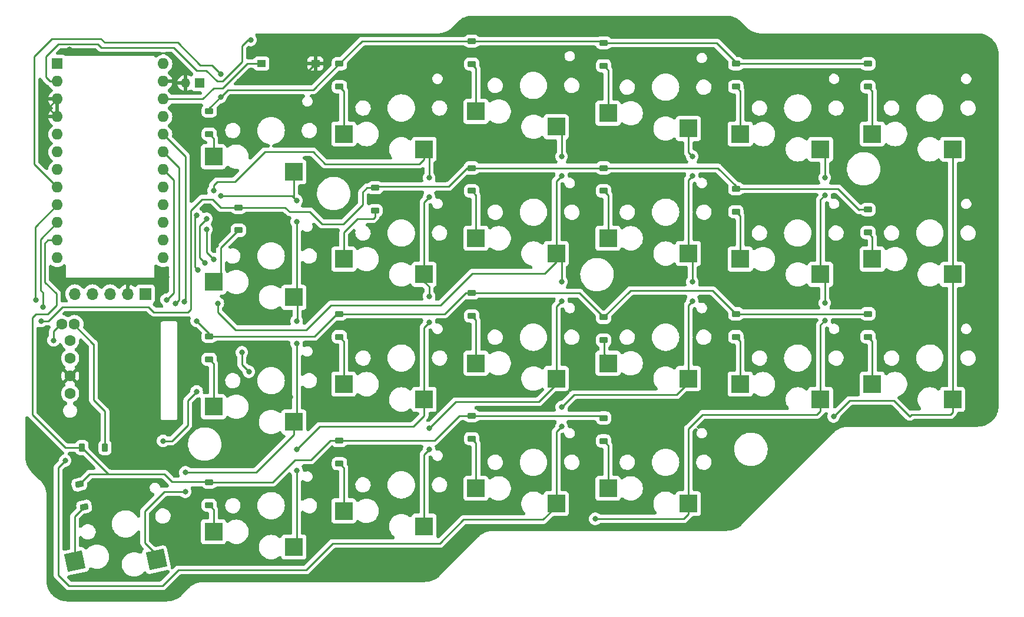
<source format=gbl>
%TF.GenerationSoftware,KiCad,Pcbnew,7.0.5-0*%
%TF.CreationDate,2023-08-04T20:21:57+09:30*%
%TF.ProjectId,Rolio,436f726e-6552-46f6-9c69-6f2e6b696361,rev?*%
%TF.SameCoordinates,Original*%
%TF.FileFunction,Copper,L2,Bot*%
%TF.FilePolarity,Positive*%
%FSLAX46Y46*%
G04 Gerber Fmt 4.6, Leading zero omitted, Abs format (unit mm)*
G04 Created by KiCad (PCBNEW 7.0.5-0) date 2023-08-04 20:21:57*
%MOMM*%
%LPD*%
G01*
G04 APERTURE LIST*
G04 Aperture macros list*
%AMRoundRect*
0 Rectangle with rounded corners*
0 $1 Rounding radius*
0 $2 $3 $4 $5 $6 $7 $8 $9 X,Y pos of 4 corners*
0 Add a 4 corners polygon primitive as box body*
4,1,4,$2,$3,$4,$5,$6,$7,$8,$9,$2,$3,0*
0 Add four circle primitives for the rounded corners*
1,1,$1+$1,$2,$3*
1,1,$1+$1,$4,$5*
1,1,$1+$1,$6,$7*
1,1,$1+$1,$8,$9*
0 Add four rect primitives between the rounded corners*
20,1,$1+$1,$2,$3,$4,$5,0*
20,1,$1+$1,$4,$5,$6,$7,0*
20,1,$1+$1,$6,$7,$8,$9,0*
20,1,$1+$1,$8,$9,$2,$3,0*%
%AMRotRect*
0 Rectangle, with rotation*
0 The origin of the aperture is its center*
0 $1 length*
0 $2 width*
0 $3 Rotation angle, in degrees counterclockwise*
0 Add horizontal line*
21,1,$1,$2,0,0,$3*%
G04 Aperture macros list end*
%TA.AperFunction,SMDPad,CuDef*%
%ADD10R,2.600000X2.600000*%
%TD*%
%TA.AperFunction,ComponentPad*%
%ADD11R,1.700000X1.700000*%
%TD*%
%TA.AperFunction,ComponentPad*%
%ADD12O,1.700000X1.700000*%
%TD*%
%TA.AperFunction,ComponentPad*%
%ADD13C,1.600000*%
%TD*%
%TA.AperFunction,ComponentPad*%
%ADD14R,1.600000X1.600000*%
%TD*%
%TA.AperFunction,ComponentPad*%
%ADD15O,1.600000X1.600000*%
%TD*%
%TA.AperFunction,SMDPad,CuDef*%
%ADD16RotRect,2.600000X2.600000X12.000000*%
%TD*%
%TA.AperFunction,ComponentPad*%
%ADD17R,1.350000X1.350000*%
%TD*%
%TA.AperFunction,ComponentPad*%
%ADD18O,1.350000X1.350000*%
%TD*%
%TA.AperFunction,SMDPad,CuDef*%
%ADD19RoundRect,0.225000X-0.375000X0.225000X-0.375000X-0.225000X0.375000X-0.225000X0.375000X0.225000X0*%
%TD*%
%TA.AperFunction,SMDPad,CuDef*%
%ADD20RoundRect,0.225000X-0.413585X0.142116X-0.320025X-0.298050X0.413585X-0.142116X0.320025X0.298050X0*%
%TD*%
%TA.AperFunction,SMDPad,CuDef*%
%ADD21R,1.250000X1.000000*%
%TD*%
%TA.AperFunction,SMDPad,CuDef*%
%ADD22RoundRect,0.225000X-0.225000X-0.375000X0.225000X-0.375000X0.225000X0.375000X-0.225000X0.375000X0*%
%TD*%
%TA.AperFunction,ViaPad*%
%ADD23C,0.800000*%
%TD*%
%TA.AperFunction,Conductor*%
%ADD24C,0.250000*%
%TD*%
G04 APERTURE END LIST*
D10*
X163095000Y-52480000D03*
X151545000Y-50280000D03*
X125095000Y-103480000D03*
X113545000Y-101280000D03*
X144095000Y-103480000D03*
X132545000Y-101280000D03*
X144095000Y-67480000D03*
X132545000Y-65280000D03*
X163095000Y-70480000D03*
X151545000Y-68280000D03*
D11*
X66047500Y-73280000D03*
D12*
X63507500Y-73280000D03*
X60967500Y-73280000D03*
X58427500Y-73280000D03*
X55887500Y-73280000D03*
D10*
X87375000Y-55730000D03*
X75825000Y-53530000D03*
D13*
X55197500Y-80020000D03*
X55197500Y-82560000D03*
X55197500Y-85100000D03*
X55197500Y-87640000D03*
X53972500Y-77630000D03*
X55822500Y-77630000D03*
D10*
X182095000Y-88480000D03*
X170545000Y-86280000D03*
X125095000Y-67480000D03*
X113545000Y-65280000D03*
X106095000Y-88480000D03*
X94545000Y-86280000D03*
X125095000Y-85480000D03*
X113545000Y-83280000D03*
X106095000Y-52480000D03*
X94545000Y-50280000D03*
D14*
X53347500Y-40170000D03*
D15*
X53347500Y-42710000D03*
X53347500Y-45250000D03*
X53347500Y-47790000D03*
X53347500Y-50330000D03*
X53347500Y-52870000D03*
X53347500Y-55410000D03*
X53347500Y-57950000D03*
X53347500Y-60490000D03*
X53347500Y-63030000D03*
X53347500Y-65570000D03*
X53347500Y-68110000D03*
X68587500Y-68110000D03*
X68587500Y-65570000D03*
X68587500Y-63030000D03*
X68587500Y-60490000D03*
X68587500Y-57950000D03*
X68587500Y-55410000D03*
X68587500Y-52870000D03*
X68587500Y-50330000D03*
X68587500Y-47790000D03*
X68587500Y-45250000D03*
X68587500Y-42710000D03*
X68587500Y-40170000D03*
D10*
X182095000Y-70480000D03*
X170545000Y-68280000D03*
X182095000Y-52480000D03*
X170545000Y-50280000D03*
X87375000Y-91730000D03*
X75825000Y-89530000D03*
X125095000Y-49230000D03*
X113545000Y-47030000D03*
D16*
X67600888Y-111543542D03*
X55845877Y-111792998D03*
D10*
X87375000Y-73775000D03*
X75825000Y-71575000D03*
X144095000Y-85480000D03*
X132545000Y-83280000D03*
D17*
X73782000Y-42926000D03*
D18*
X71782000Y-42926000D03*
D10*
X106095000Y-70480000D03*
X94545000Y-68280000D03*
X144095000Y-49480000D03*
X132545000Y-47280000D03*
X106095000Y-106730000D03*
X94545000Y-104530000D03*
X163095000Y-88480000D03*
X151545000Y-86280000D03*
X87375000Y-109730000D03*
X75825000Y-107530000D03*
D19*
X150920000Y-76162500D03*
X150920000Y-79462500D03*
X131920000Y-55162500D03*
X131920000Y-58462500D03*
X75200000Y-79412500D03*
X75200000Y-82712500D03*
X75200000Y-46990000D03*
X75200000Y-50290000D03*
X169920000Y-61162500D03*
X169920000Y-64462500D03*
X93920000Y-76162500D03*
X93920000Y-79462500D03*
X112920000Y-73162500D03*
X112920000Y-76462500D03*
X112920000Y-36912500D03*
X112920000Y-40212500D03*
X93920000Y-94412500D03*
X93920000Y-97712500D03*
X112920000Y-90842500D03*
X112920000Y-94142500D03*
X150920000Y-58162500D03*
X150920000Y-61462500D03*
X79386000Y-60834000D03*
X79386000Y-64134000D03*
D20*
X56534446Y-100710056D03*
X57220554Y-103937944D03*
D19*
X131920000Y-91162500D03*
X131920000Y-94462500D03*
X131920000Y-37162500D03*
X131920000Y-40462500D03*
D21*
X90475000Y-40130000D03*
X82725000Y-40130000D03*
D19*
X93920000Y-40162500D03*
X93920000Y-43462500D03*
X99041500Y-58002000D03*
X99041500Y-61302000D03*
X169920000Y-76162500D03*
X169920000Y-79462500D03*
X150920000Y-40162500D03*
X150920000Y-43462500D03*
X169920000Y-40162500D03*
X169920000Y-43462500D03*
X112920000Y-55162500D03*
X112920000Y-58462500D03*
D22*
X56908000Y-95418000D03*
X60208000Y-95418000D03*
D19*
X75200000Y-100412500D03*
X75200000Y-103712500D03*
X131920000Y-76662500D03*
X131920000Y-79962500D03*
D23*
X76846000Y-44958000D03*
X76846000Y-41656000D03*
X51035500Y-77178000D03*
X50273500Y-74130000D03*
X73387500Y-77178000D03*
X51289500Y-75146000D03*
X117329500Y-74892000D03*
X132569500Y-86576000D03*
X51035500Y-46444000D03*
X98279500Y-77686000D03*
X130791500Y-61684000D03*
X93707500Y-112230000D03*
X109201500Y-55842000D03*
X111233500Y-59906000D03*
X136379500Y-92926000D03*
X103359500Y-56350000D03*
X160001500Y-56096000D03*
X136125500Y-39078000D03*
X113519500Y-104356000D03*
X151365500Y-89370000D03*
X174225500Y-77940000D03*
X136633500Y-74892000D03*
X174479500Y-59906000D03*
X86849500Y-88100000D03*
X79483500Y-42634000D03*
X151365500Y-53556000D03*
X94723500Y-71336000D03*
X98279500Y-96228000D03*
X94469500Y-89370000D03*
X170415500Y-71590000D03*
X69069500Y-70828000D03*
X76181500Y-66256000D03*
X151619500Y-71336000D03*
X75165500Y-60668000D03*
X117075500Y-93180000D03*
X94723500Y-107658000D03*
X132569500Y-104356000D03*
X98279500Y-41872000D03*
X113265500Y-50254000D03*
X95739500Y-55588000D03*
X75927500Y-110706000D03*
X91675500Y-37046000D03*
X94469500Y-53302000D03*
X140951500Y-53556000D03*
X155175500Y-42126000D03*
X55099500Y-38062000D03*
X71863500Y-48984000D03*
X60179500Y-106134000D03*
X62465500Y-76162000D03*
X113519500Y-86576000D03*
X155175500Y-77940000D03*
X73387500Y-85814000D03*
X65767500Y-100546000D03*
X110979500Y-41872000D03*
X71863500Y-46698000D03*
X132061500Y-34506000D03*
X173971500Y-41872000D03*
X170415500Y-89624000D03*
X131045500Y-52540000D03*
X113519500Y-68542000D03*
X62465500Y-83782000D03*
X70339500Y-74638000D03*
X71609500Y-74384000D03*
X69069500Y-74130000D03*
X164984000Y-90932000D03*
X52813500Y-79972000D03*
X130694000Y-105664000D03*
X163714000Y-74590000D03*
X74560000Y-68834000D03*
X74814000Y-62484000D03*
X163714000Y-77130000D03*
X163714000Y-56556000D03*
X163714000Y-59096000D03*
X73387500Y-87338000D03*
X144664000Y-53508000D03*
X125868000Y-89576000D03*
X144664000Y-56302000D03*
X144664000Y-74336000D03*
X125868000Y-92370000D03*
X144664000Y-71542000D03*
X68561500Y-94450000D03*
X73544000Y-69850000D03*
X73387500Y-61938000D03*
X54494000Y-97282000D03*
X74814000Y-64008000D03*
X125868000Y-56302000D03*
X75830000Y-68326000D03*
X106818000Y-92624000D03*
X106818000Y-95672000D03*
X125868000Y-53508000D03*
X76435500Y-74638000D03*
X125868000Y-74336000D03*
X125868000Y-71542000D03*
X106818000Y-56556000D03*
X87768000Y-98720000D03*
X106818000Y-73622000D03*
X106818000Y-59350000D03*
X75830000Y-58420000D03*
X106818000Y-77384000D03*
X87768000Y-95672000D03*
X76846000Y-59182000D03*
X87768000Y-80432000D03*
X71766000Y-98974000D03*
X87768000Y-59858000D03*
X87768000Y-62906000D03*
X71766000Y-101768000D03*
X87768000Y-77178000D03*
X79894000Y-81702000D03*
X80910000Y-84496000D03*
X81164000Y-36744000D03*
D24*
X75576000Y-40386000D02*
X76846000Y-41656000D01*
X70661250Y-37113750D02*
X73933500Y-40386000D01*
X52559500Y-36576000D02*
X52559500Y-36538000D01*
X73933500Y-40386000D02*
X75576000Y-40386000D01*
X77900000Y-43904000D02*
X90178500Y-43904000D01*
X112920000Y-36912500D02*
X97170000Y-36912500D01*
X150920000Y-39952000D02*
X150920000Y-40162500D01*
X50019500Y-39116000D02*
X52559500Y-36576000D01*
X75200000Y-46604000D02*
X76846000Y-44958000D01*
X169920000Y-40162500D02*
X150920000Y-40162500D01*
X148130500Y-37162500D02*
X150920000Y-39952000D01*
X75200000Y-46990000D02*
X75200000Y-46604000D01*
X53347500Y-57950000D02*
X50019500Y-54622000D01*
X112920000Y-36912500D02*
X131670000Y-36912500D01*
X90178500Y-43904000D02*
X93920000Y-40162500D01*
X97170000Y-36912500D02*
X93920000Y-40162500D01*
X59603750Y-36538000D02*
X60179500Y-37113750D01*
X131670000Y-36912500D02*
X131920000Y-37162500D01*
X50019500Y-54622000D02*
X50019500Y-39116000D01*
X52559500Y-36538000D02*
X59603750Y-36538000D01*
X60179500Y-37113750D02*
X70661250Y-37113750D01*
X76846000Y-44958000D02*
X77900000Y-43904000D01*
X131920000Y-37162500D02*
X148130500Y-37162500D01*
X75825000Y-50915000D02*
X75825000Y-53530000D01*
X75200000Y-50290000D02*
X75825000Y-50915000D01*
X93920000Y-43462500D02*
X94545000Y-44087500D01*
X94545000Y-44087500D02*
X94545000Y-50280000D01*
X113545000Y-40837500D02*
X113545000Y-47030000D01*
X112920000Y-40212500D02*
X113545000Y-40837500D01*
X131920000Y-40462500D02*
X132545000Y-41087500D01*
X132545000Y-41087500D02*
X132545000Y-47280000D01*
X151545000Y-44087500D02*
X151545000Y-50280000D01*
X150920000Y-43462500D02*
X151545000Y-44087500D01*
X169920000Y-43462500D02*
X170545000Y-44087500D01*
X170545000Y-44087500D02*
X170545000Y-50280000D01*
X89681500Y-61468000D02*
X91421500Y-63208000D01*
X91421500Y-63208000D02*
X94469500Y-63208000D01*
X97263500Y-58636000D02*
X97897500Y-58002000D01*
X50273500Y-74130000D02*
X50176000Y-74032500D01*
X150920000Y-58162500D02*
X165624000Y-58162500D01*
X94469500Y-63208000D02*
X97263500Y-60414000D01*
X50176000Y-74032500D02*
X50176000Y-63661500D01*
X79386000Y-60834000D02*
X76855500Y-60834000D01*
X86752000Y-61468000D02*
X89389500Y-61468000D01*
X75673500Y-59652000D02*
X74149500Y-59652000D01*
X76855500Y-60834000D02*
X75673500Y-59652000D01*
X131920000Y-55162500D02*
X148350500Y-55162500D01*
X54083500Y-75146000D02*
X52051500Y-77178000D01*
X168651000Y-61162500D02*
X169920000Y-61162500D01*
X79386000Y-60834000D02*
X86118000Y-60834000D01*
X66491500Y-75146000D02*
X54083500Y-75146000D01*
X165624000Y-58162500D02*
X168637500Y-61176000D01*
X50176000Y-63661500D02*
X53347500Y-60490000D01*
X86118000Y-60834000D02*
X86752000Y-61468000D01*
X74149500Y-59652000D02*
X72528000Y-61273500D01*
X97263500Y-60414000D02*
X97263500Y-58636000D01*
X52051500Y-77178000D02*
X51035500Y-77178000D01*
X72147000Y-75908000D02*
X67253500Y-75908000D01*
X150920000Y-57732000D02*
X150920000Y-58162500D01*
X112275500Y-55162500D02*
X109612000Y-57826000D01*
X148350500Y-55162500D02*
X150920000Y-57732000D01*
X97897500Y-58002000D02*
X99041500Y-58002000D01*
X72528000Y-75527000D02*
X72147000Y-75908000D01*
X72528000Y-61273500D02*
X72528000Y-75527000D01*
X109612000Y-57826000D02*
X99217500Y-57826000D01*
X89389500Y-61468000D02*
X89681500Y-61468000D01*
X99217500Y-57826000D02*
X99041500Y-58002000D01*
X131920000Y-55162500D02*
X112920000Y-55162500D01*
X67253500Y-75908000D02*
X66491500Y-75146000D01*
X112920000Y-55162500D02*
X112275500Y-55162500D01*
X168637500Y-61176000D02*
X168651000Y-61162500D01*
X76846000Y-66674000D02*
X76846000Y-70554000D01*
X79386000Y-64134000D02*
X76846000Y-66674000D01*
X76846000Y-70554000D02*
X75825000Y-71575000D01*
X94545000Y-68280000D02*
X94545000Y-64402500D01*
X99041500Y-62192000D02*
X99041500Y-61302000D01*
X98787500Y-62446000D02*
X99041500Y-62192000D01*
X94545000Y-64402500D02*
X96501500Y-62446000D01*
X96501500Y-62446000D02*
X98787500Y-62446000D01*
X112920000Y-58462500D02*
X113545000Y-59087500D01*
X113545000Y-59087500D02*
X113545000Y-65280000D01*
X131920000Y-58462500D02*
X132545000Y-59087500D01*
X132545000Y-59087500D02*
X132545000Y-65280000D01*
X151545000Y-62087500D02*
X151545000Y-68280000D01*
X150920000Y-61462500D02*
X151545000Y-62087500D01*
X170545000Y-65087500D02*
X170545000Y-68280000D01*
X169920000Y-64462500D02*
X170545000Y-65087500D01*
X128420000Y-73162500D02*
X131920000Y-76662500D01*
X150920000Y-76162500D02*
X169920000Y-76162500D01*
X75200000Y-79412500D02*
X75200000Y-78990500D01*
X50938000Y-65439500D02*
X50938000Y-72762500D01*
X147569500Y-72812000D02*
X150920000Y-76162500D01*
X131920000Y-76662500D02*
X135770500Y-72812000D01*
X51289500Y-73114000D02*
X51289500Y-75146000D01*
X93920000Y-76162500D02*
X109055500Y-76162500D01*
X112920000Y-73162500D02*
X128420000Y-73162500D01*
X93920000Y-76162500D02*
X93561500Y-76162500D01*
X90308000Y-79416000D02*
X75203500Y-79416000D01*
X75203500Y-79416000D02*
X75200000Y-79412500D01*
X112055500Y-73162500D02*
X112920000Y-73162500D01*
X109055500Y-76162500D02*
X112055500Y-73162500D01*
X93561500Y-76162500D02*
X90308000Y-79416000D01*
X50938000Y-72762500D02*
X51289500Y-73114000D01*
X135770500Y-72812000D02*
X147569500Y-72812000D01*
X75200000Y-78990500D02*
X73387500Y-77178000D01*
X53347500Y-63030000D02*
X50938000Y-65439500D01*
X75825000Y-83337500D02*
X75825000Y-89530000D01*
X75200000Y-82712500D02*
X75825000Y-83337500D01*
X93920000Y-79462500D02*
X94545000Y-80087500D01*
X94545000Y-80087500D02*
X94545000Y-86280000D01*
X113545000Y-77087500D02*
X113545000Y-83280000D01*
X112920000Y-76462500D02*
X113545000Y-77087500D01*
X131964000Y-80006500D02*
X131920000Y-79962500D01*
X132545000Y-83280000D02*
X132545000Y-82537000D01*
X132545000Y-82537000D02*
X131964000Y-81956000D01*
X131964000Y-81956000D02*
X131964000Y-80006500D01*
X150920000Y-79462500D02*
X151545000Y-80087500D01*
X151545000Y-80087500D02*
X151545000Y-86280000D01*
X170545000Y-80087500D02*
X170545000Y-86280000D01*
X169920000Y-79462500D02*
X170545000Y-80087500D01*
X71782000Y-42926000D02*
X71782000Y-41773509D01*
X71782000Y-41773509D02*
X70847500Y-40839009D01*
X52153500Y-46444000D02*
X51035500Y-46444000D01*
X76181500Y-62192000D02*
X75673500Y-61684000D01*
X63989500Y-71590000D02*
X68307500Y-71590000D01*
X63507500Y-73280000D02*
X63507500Y-72124000D01*
X75165500Y-61176000D02*
X75165500Y-60668000D01*
X87971000Y-42634000D02*
X90475000Y-40130000D01*
X63507500Y-72124000D02*
X63481500Y-72098000D01*
X52001500Y-46444000D02*
X53347500Y-47790000D01*
X75165500Y-61176000D02*
X76181500Y-62192000D01*
X70847500Y-40839009D02*
X70847500Y-40094000D01*
X53347500Y-45250000D02*
X53347500Y-47790000D01*
X76181500Y-66256000D02*
X76181500Y-62192000D01*
X71863500Y-46698000D02*
X71863500Y-48984000D01*
X70847500Y-40094000D02*
X69323500Y-38570000D01*
X68307500Y-71590000D02*
X69069500Y-70828000D01*
X51035500Y-46444000D02*
X52001500Y-46444000D01*
X75673500Y-61684000D02*
X75419500Y-61430000D01*
X53347500Y-45250000D02*
X52153500Y-46444000D01*
X79483500Y-42634000D02*
X87971000Y-42634000D01*
X62465500Y-76162000D02*
X62465500Y-83782000D01*
X69323500Y-38570000D02*
X55607500Y-38570000D01*
X55607500Y-38570000D02*
X55099500Y-38062000D01*
X63481500Y-72098000D02*
X63989500Y-71590000D01*
X68587500Y-52870000D02*
X70847500Y-55130000D01*
X70847500Y-55130000D02*
X70847500Y-74130000D01*
X70847500Y-74130000D02*
X70339500Y-74638000D01*
X71766000Y-53508500D02*
X71766000Y-74227500D01*
X71766000Y-74227500D02*
X71609500Y-74384000D01*
X68587500Y-50330000D02*
X71766000Y-53508500D01*
X70060500Y-56883000D02*
X70060500Y-70066000D01*
X68587500Y-55410000D02*
X70060500Y-56883000D01*
X176160000Y-90678000D02*
X175906000Y-90932000D01*
X181748000Y-90678000D02*
X176160000Y-90678000D01*
X182095000Y-90331000D02*
X181748000Y-90678000D01*
X182095000Y-52480000D02*
X182095000Y-70480000D01*
X52813500Y-78639000D02*
X52813500Y-79972000D01*
X70060500Y-73139000D02*
X70060500Y-70066000D01*
X167270000Y-88646000D02*
X164984000Y-90932000D01*
X69069500Y-74130000D02*
X70060500Y-73139000D01*
X182095000Y-88480000D02*
X182095000Y-90331000D01*
X175906000Y-90932000D02*
X173620000Y-88646000D01*
X182095000Y-88480000D02*
X182095000Y-70480000D01*
X53822500Y-77630000D02*
X52813500Y-78639000D01*
X173620000Y-88646000D02*
X167270000Y-88646000D01*
X73798000Y-63500000D02*
X73798000Y-68072000D01*
X163095000Y-77749000D02*
X163714000Y-77130000D01*
X162587000Y-90640000D02*
X146140000Y-90640000D01*
X144095000Y-104963000D02*
X143394000Y-105664000D01*
X163095000Y-59715000D02*
X163714000Y-59096000D01*
X163095000Y-52480000D02*
X163194000Y-52480000D01*
X144095000Y-103480000D02*
X144095000Y-104963000D01*
X163714000Y-53000000D02*
X163714000Y-56556000D01*
X73798000Y-63500000D02*
X74814000Y-62484000D01*
X144095000Y-92685000D02*
X144095000Y-103480000D01*
X163414000Y-70480000D02*
X163714000Y-70780000D01*
X163095000Y-88480000D02*
X163095000Y-90132000D01*
X163714000Y-70780000D02*
X163714000Y-74590000D01*
X143394000Y-105664000D02*
X130694000Y-105664000D01*
X163095000Y-70480000D02*
X163095000Y-59715000D01*
X163194000Y-52480000D02*
X163714000Y-53000000D01*
X163095000Y-70480000D02*
X163414000Y-70480000D01*
X163095000Y-90132000D02*
X162587000Y-90640000D01*
X146140000Y-90640000D02*
X144095000Y-92685000D01*
X73798000Y-68072000D02*
X74560000Y-68834000D01*
X163095000Y-88480000D02*
X163095000Y-77749000D01*
X68464000Y-115316000D02*
X55002000Y-115316000D01*
X72117500Y-88608000D02*
X73387500Y-87338000D01*
X144095000Y-67480000D02*
X144412000Y-67480000D01*
X144095000Y-74905000D02*
X144664000Y-74336000D01*
X123201000Y-105791000D02*
X111771000Y-105791000D01*
X73133500Y-62192000D02*
X73133500Y-69439500D01*
X53478000Y-98298000D02*
X54494000Y-97282000D01*
X92945500Y-109220000D02*
X89135500Y-113030000D01*
X53478000Y-113792000D02*
X53478000Y-98298000D01*
X125095000Y-103480000D02*
X125095000Y-93143000D01*
X144412000Y-67480000D02*
X144664000Y-67732000D01*
X125095000Y-103897000D02*
X123201000Y-105791000D01*
X72117500Y-92164000D02*
X72117500Y-88608000D01*
X89135500Y-113030000D02*
X70750000Y-113030000D01*
X144095000Y-85480000D02*
X144095000Y-86081000D01*
X111771000Y-105791000D02*
X108342000Y-109220000D01*
X108342000Y-109220000D02*
X92945500Y-109220000D01*
X144095000Y-52939000D02*
X144664000Y-53508000D01*
X144095000Y-49480000D02*
X144095000Y-52939000D01*
X125095000Y-103480000D02*
X125095000Y-103897000D01*
X144095000Y-56871000D02*
X144664000Y-56302000D01*
X125095000Y-93143000D02*
X125868000Y-92370000D01*
X144095000Y-86081000D02*
X142378000Y-87798000D01*
X73133500Y-69439500D02*
X73544000Y-69850000D01*
X127646000Y-87798000D02*
X125868000Y-89576000D01*
X69831500Y-94450000D02*
X72117500Y-92164000D01*
X142378000Y-87798000D02*
X127646000Y-87798000D01*
X144664000Y-67732000D02*
X144664000Y-71542000D01*
X70750000Y-113030000D02*
X68464000Y-115316000D01*
X144095000Y-85480000D02*
X144095000Y-74905000D01*
X55002000Y-115316000D02*
X53478000Y-113792000D01*
X73387500Y-61938000D02*
X73133500Y-62192000D01*
X68561500Y-94450000D02*
X69831500Y-94450000D01*
X144095000Y-67480000D02*
X144095000Y-56871000D01*
X125095000Y-75109000D02*
X125868000Y-74336000D01*
X125095000Y-68650500D02*
X123425500Y-70320000D01*
X76435500Y-75908000D02*
X76435500Y-74638000D01*
X125146000Y-49230000D02*
X125868000Y-49952000D01*
X125868000Y-68253000D02*
X125868000Y-71542000D01*
X125095000Y-67480000D02*
X125868000Y-68253000D01*
X122566000Y-88814000D02*
X110628000Y-88814000D01*
X125095000Y-67480000D02*
X125095000Y-68650500D01*
X123425500Y-70320000D02*
X113011500Y-70320000D01*
X125868000Y-56302000D02*
X125095000Y-57075000D01*
X125095000Y-49230000D02*
X125146000Y-49230000D01*
X110628000Y-88814000D02*
X106818000Y-92624000D01*
X125095000Y-86285000D02*
X122566000Y-88814000D01*
X125868000Y-49952000D02*
X125868000Y-53508000D01*
X125095000Y-85480000D02*
X125095000Y-86285000D01*
X125095000Y-85480000D02*
X125095000Y-75109000D01*
X106818000Y-95672000D02*
X106095000Y-96395000D01*
X89135500Y-78448000D02*
X78975500Y-78448000D01*
X106095000Y-96395000D02*
X106095000Y-106730000D01*
X74814000Y-64008000D02*
X74814000Y-67310000D01*
X113011500Y-70320000D02*
X108439500Y-74892000D01*
X78975500Y-78448000D02*
X76435500Y-75908000D01*
X108439500Y-74892000D02*
X92691500Y-74892000D01*
X92691500Y-74892000D02*
X89135500Y-78448000D01*
X125095000Y-57075000D02*
X125095000Y-67480000D01*
X74814000Y-67310000D02*
X75830000Y-68326000D01*
X78878000Y-57150000D02*
X83196000Y-52832000D01*
X106095000Y-53895000D02*
X106095000Y-52480000D01*
X91861750Y-54572000D02*
X105418000Y-54572000D01*
X106095000Y-90807000D02*
X104532000Y-92370000D01*
X106818000Y-53254000D02*
X106818000Y-56556000D01*
X83196000Y-52832000D02*
X90121750Y-52832000D01*
X87375000Y-109730000D02*
X87426000Y-109730000D01*
X106818000Y-77384000D02*
X106095000Y-78107000D01*
X75830000Y-57658000D02*
X76338000Y-57150000D01*
X106095000Y-71531500D02*
X106818000Y-72254500D01*
X106095000Y-78107000D02*
X106095000Y-88480000D01*
X106095000Y-70480000D02*
X106095000Y-71531500D01*
X76338000Y-57150000D02*
X78878000Y-57150000D01*
X106095000Y-60073000D02*
X106095000Y-70480000D01*
X106095000Y-52480000D02*
X106095000Y-52531000D01*
X91070000Y-92370000D02*
X87768000Y-95672000D01*
X75830000Y-58420000D02*
X75830000Y-57658000D01*
X87768000Y-109388000D02*
X87768000Y-98720000D01*
X87426000Y-109730000D02*
X87768000Y-109388000D01*
X105418000Y-54572000D02*
X106095000Y-53895000D01*
X90121750Y-52832000D02*
X91861750Y-54572000D01*
X104532000Y-92370000D02*
X91070000Y-92370000D01*
X106095000Y-88480000D02*
X106095000Y-90807000D01*
X106095000Y-52531000D02*
X106818000Y-53254000D01*
X106818000Y-72254500D02*
X106818000Y-73622000D01*
X106818000Y-59350000D02*
X106095000Y-60073000D01*
X68587500Y-45250000D02*
X74268000Y-45250000D01*
X77100000Y-43688000D02*
X80658000Y-40130000D01*
X74268000Y-45250000D02*
X75830000Y-43688000D01*
X80658000Y-40130000D02*
X82725000Y-40130000D01*
X75830000Y-43688000D02*
X77100000Y-43688000D01*
X58522500Y-80480000D02*
X55672500Y-77630000D01*
X60208000Y-90210000D02*
X58558000Y-88560000D01*
X58558000Y-88560000D02*
X58558000Y-80480000D01*
X58558000Y-80480000D02*
X58522500Y-80480000D01*
X60208000Y-95418000D02*
X60208000Y-90210000D01*
X55845877Y-111792998D02*
X55845877Y-105312621D01*
X55845877Y-105312621D02*
X57220554Y-103937944D01*
X75200000Y-103712500D02*
X75825000Y-104337500D01*
X75825000Y-104337500D02*
X75825000Y-107530000D01*
X94545000Y-98337500D02*
X94545000Y-104530000D01*
X93920000Y-97712500D02*
X94545000Y-98337500D01*
X112920000Y-94142500D02*
X113545000Y-94767500D01*
X113545000Y-94767500D02*
X113545000Y-101280000D01*
X81926000Y-98974000D02*
X71766000Y-98974000D01*
X68718000Y-101768000D02*
X71766000Y-101768000D01*
X87375000Y-73459000D02*
X87768000Y-73066000D01*
X87768000Y-73066000D02*
X87768000Y-62906000D01*
X87392000Y-91730000D02*
X87768000Y-91354000D01*
X87092000Y-59182000D02*
X87768000Y-59858000D01*
X67600888Y-110810888D02*
X65924000Y-109134000D01*
X87375000Y-91730000D02*
X87382000Y-91730000D01*
X87375000Y-91730000D02*
X87375000Y-93525000D01*
X76846000Y-59182000D02*
X87092000Y-59182000D01*
X87375000Y-73775000D02*
X87375000Y-73459000D01*
X87375000Y-55730000D02*
X87375000Y-59465000D01*
X87768000Y-91354000D02*
X87768000Y-80432000D01*
X87375000Y-73775000D02*
X87682000Y-74082000D01*
X87682000Y-74082000D02*
X87768000Y-74082000D01*
X85736000Y-95164000D02*
X81926000Y-98974000D01*
X87375000Y-93525000D02*
X85736000Y-95164000D01*
X67600888Y-111543542D02*
X67600888Y-110810888D01*
X65924000Y-109134000D02*
X65924000Y-104562000D01*
X87375000Y-91730000D02*
X87392000Y-91730000D01*
X87865500Y-74265500D02*
X87375000Y-73775000D01*
X87375000Y-59465000D02*
X87768000Y-59858000D01*
X87768000Y-77178000D02*
X87865500Y-77080500D01*
X87865500Y-77080500D02*
X87865500Y-74265500D01*
X65924000Y-104562000D02*
X68718000Y-101768000D01*
X51543500Y-71590000D02*
X51543500Y-66002000D01*
X49765500Y-90689500D02*
X49765500Y-76670000D01*
X68718000Y-99228000D02*
X60718000Y-99228000D01*
X93920000Y-94412500D02*
X92583500Y-94412500D01*
X131600000Y-90842500D02*
X131920000Y-91162500D01*
X53224000Y-73270500D02*
X51543500Y-71590000D01*
X51975500Y-65570000D02*
X53347500Y-65570000D01*
X93920000Y-94412500D02*
X107569500Y-94412500D01*
X111139500Y-90842500D02*
X112920000Y-90842500D01*
X50273500Y-76162000D02*
X51954000Y-76162000D01*
X60718000Y-99228000D02*
X56908000Y-95418000D01*
X92583500Y-94412500D02*
X89800000Y-97196000D01*
X58016502Y-99228000D02*
X68718000Y-99228000D01*
X112920000Y-90842500D02*
X131600000Y-90842500D01*
X87514000Y-97196000D02*
X84297500Y-100412500D01*
X89800000Y-97196000D02*
X87514000Y-97196000D01*
X51954000Y-76162000D02*
X53224000Y-74892000D01*
X49765500Y-76670000D02*
X50273500Y-76162000D01*
X69830656Y-100340656D02*
X68718000Y-99228000D01*
X75200000Y-100412500D02*
X75128156Y-100340656D01*
X53224000Y-74892000D02*
X53224000Y-73270500D01*
X84297500Y-100412500D02*
X75200000Y-100412500D01*
X56534446Y-100710056D02*
X58016502Y-99228000D01*
X51543500Y-66002000D02*
X51975500Y-65570000D01*
X54494000Y-95418000D02*
X49765500Y-90689500D01*
X56908000Y-95418000D02*
X54494000Y-95418000D01*
X107569500Y-94412500D02*
X111139500Y-90842500D01*
X75128156Y-100340656D02*
X69830656Y-100340656D01*
X79894000Y-81702000D02*
X79894000Y-83480000D01*
X79894000Y-83480000D02*
X80910000Y-84496000D01*
X77100000Y-42672000D02*
X79894000Y-39878000D01*
X53478000Y-37300000D02*
X59163500Y-37300000D01*
X70085500Y-37808000D02*
X73387500Y-41110000D01*
X73387500Y-41110000D02*
X74776000Y-41110000D01*
X52332000Y-42710000D02*
X51700000Y-42078000D01*
X53347500Y-42710000D02*
X52332000Y-42710000D01*
X51700000Y-42078000D02*
X51700000Y-39078000D01*
X79894000Y-37592000D02*
X80742000Y-36744000D01*
X74776000Y-41110000D02*
X76338000Y-42672000D01*
X80742000Y-36744000D02*
X81164000Y-36744000D01*
X59671500Y-37808000D02*
X70085500Y-37808000D01*
X76338000Y-42672000D02*
X77100000Y-42672000D01*
X59163500Y-37300000D02*
X59671500Y-37808000D01*
X79894000Y-39878000D02*
X79894000Y-37592000D01*
X51700000Y-39078000D02*
X53478000Y-37300000D01*
X132545000Y-95087500D02*
X132545000Y-101280000D01*
X131920000Y-94462500D02*
X132545000Y-95087500D01*
%TA.AperFunction,Conductor*%
G36*
X149569911Y-33236649D02*
G01*
X149637185Y-33239954D01*
X149872511Y-33253187D01*
X149883766Y-33254337D01*
X150006500Y-33272541D01*
X150008957Y-33272931D01*
X150185943Y-33303000D01*
X150195315Y-33304967D01*
X150326080Y-33337720D01*
X150330243Y-33338841D01*
X150492825Y-33385677D01*
X150500278Y-33388082D01*
X150630335Y-33434616D01*
X150636037Y-33436815D01*
X150790170Y-33500657D01*
X150795758Y-33503134D01*
X150920625Y-33562190D01*
X150927565Y-33565744D01*
X151075673Y-33647598D01*
X151079408Y-33649748D01*
X151195023Y-33719043D01*
X151203065Y-33724295D01*
X151349442Y-33828152D01*
X151351528Y-33829666D01*
X151451122Y-33903528D01*
X151459903Y-33910683D01*
X151634424Y-34066642D01*
X151638162Y-34069982D01*
X151685128Y-34112549D01*
X151689555Y-34116763D01*
X152351444Y-34778652D01*
X152371299Y-34808368D01*
X152461163Y-34888688D01*
X152466230Y-34893479D01*
X152574671Y-35001919D01*
X152574680Y-35001926D01*
X152623343Y-35041862D01*
X152623374Y-35041887D01*
X152642816Y-35065577D01*
X152708845Y-35112425D01*
X152715775Y-35117717D01*
X152802574Y-35188950D01*
X152802578Y-35188952D01*
X152808548Y-35193852D01*
X152872715Y-35248036D01*
X152973945Y-35303983D01*
X152982876Y-35309421D01*
X153043486Y-35349918D01*
X153046332Y-35351878D01*
X153101281Y-35390865D01*
X153153243Y-35409147D01*
X153157955Y-35411665D01*
X153188388Y-35436635D01*
X153255088Y-35464262D01*
X153266128Y-35469483D01*
X153307705Y-35491706D01*
X153315624Y-35494986D01*
X153324818Y-35498795D01*
X153337407Y-35504857D01*
X153392209Y-35535144D01*
X153440962Y-35546901D01*
X153446825Y-35549329D01*
X153483211Y-35573643D01*
X153549770Y-35592817D01*
X153562942Y-35597425D01*
X153580077Y-35604523D01*
X153625061Y-35618168D01*
X153625183Y-35618205D01*
X153636694Y-35622324D01*
X153698136Y-35647773D01*
X153742529Y-35653799D01*
X153747652Y-35655353D01*
X153789837Y-35677900D01*
X153863773Y-35690462D01*
X153867208Y-35691095D01*
X153938658Y-35705307D01*
X153948839Y-35707781D01*
X154059761Y-35739736D01*
X154145459Y-35746980D01*
X154148150Y-35747294D01*
X154151327Y-35747606D01*
X154151343Y-35747610D01*
X154263118Y-35758617D01*
X154271735Y-35759772D01*
X154347697Y-35772678D01*
X154382029Y-35770327D01*
X154444735Y-35776502D01*
X154592139Y-35776500D01*
X154592142Y-35776500D01*
X154592641Y-35776500D01*
X154597571Y-35776500D01*
X154604552Y-35776696D01*
X154718583Y-35783097D01*
X154757004Y-35776500D01*
X185700235Y-35776500D01*
X185706752Y-35776671D01*
X185761660Y-35779548D01*
X185836999Y-35783496D01*
X186009650Y-35793193D01*
X186013052Y-35793431D01*
X186023813Y-35794339D01*
X186032795Y-35795428D01*
X186179161Y-35818610D01*
X186338800Y-35845733D01*
X186350138Y-35848210D01*
X186500211Y-35888422D01*
X186652668Y-35932345D01*
X186662759Y-35935729D01*
X186757645Y-35972152D01*
X186808188Y-35991554D01*
X186811162Y-35992740D01*
X186955249Y-36052422D01*
X186964076Y-36056491D01*
X187103599Y-36127582D01*
X187107189Y-36129487D01*
X187243026Y-36204561D01*
X187250591Y-36209101D01*
X187270688Y-36222152D01*
X187382246Y-36294598D01*
X187386424Y-36297435D01*
X187480985Y-36364530D01*
X187512637Y-36386989D01*
X187518942Y-36391771D01*
X187641078Y-36490674D01*
X187645675Y-36494586D01*
X187671927Y-36518046D01*
X187731266Y-36571075D01*
X187760890Y-36597548D01*
X187765966Y-36602347D01*
X187877151Y-36713532D01*
X187881950Y-36718608D01*
X187984912Y-36833823D01*
X187988835Y-36838433D01*
X188087726Y-36960554D01*
X188092509Y-36966861D01*
X188133364Y-37024439D01*
X188182049Y-37093054D01*
X188184907Y-37097263D01*
X188270397Y-37228907D01*
X188274947Y-37236490D01*
X188349988Y-37372267D01*
X188351933Y-37375931D01*
X188372802Y-37416888D01*
X188400225Y-37470709D01*
X188422994Y-37515394D01*
X188427088Y-37524276D01*
X188486737Y-37668283D01*
X188487944Y-37671310D01*
X188543761Y-37816715D01*
X188547162Y-37826860D01*
X188585655Y-37960469D01*
X188591074Y-37979277D01*
X188631285Y-38129346D01*
X188633770Y-38140722D01*
X188660898Y-38300393D01*
X188684070Y-38446698D01*
X188685163Y-38455714D01*
X188686064Y-38466402D01*
X188686308Y-38469884D01*
X188696005Y-38642563D01*
X188702829Y-38772748D01*
X188703000Y-38779266D01*
X188703000Y-89414733D01*
X188702829Y-89421251D01*
X188696005Y-89551436D01*
X188686309Y-89724109D01*
X188686065Y-89727584D01*
X188685164Y-89738274D01*
X188684070Y-89747298D01*
X188660898Y-89893605D01*
X188633770Y-90053275D01*
X188631285Y-90064651D01*
X188591074Y-90214720D01*
X188547166Y-90367128D01*
X188543761Y-90377283D01*
X188487944Y-90522688D01*
X188486737Y-90525715D01*
X188427088Y-90669722D01*
X188422994Y-90678604D01*
X188351933Y-90818067D01*
X188349968Y-90821769D01*
X188274949Y-90957505D01*
X188270397Y-90965091D01*
X188184907Y-91096735D01*
X188182029Y-91100974D01*
X188092509Y-91227137D01*
X188087726Y-91233444D01*
X187988835Y-91355565D01*
X187984912Y-91360175D01*
X187881950Y-91475390D01*
X187877151Y-91480466D01*
X187765966Y-91591651D01*
X187760890Y-91596450D01*
X187645675Y-91699412D01*
X187641065Y-91703335D01*
X187518944Y-91802226D01*
X187512637Y-91807009D01*
X187386474Y-91896529D01*
X187382235Y-91899407D01*
X187250591Y-91984897D01*
X187243005Y-91989449D01*
X187107269Y-92064468D01*
X187103567Y-92066433D01*
X186964104Y-92137494D01*
X186955222Y-92141588D01*
X186811215Y-92201237D01*
X186808188Y-92202444D01*
X186662783Y-92258261D01*
X186652628Y-92261666D01*
X186500220Y-92305574D01*
X186350151Y-92345785D01*
X186338775Y-92348270D01*
X186179105Y-92375398D01*
X186032798Y-92398570D01*
X186023777Y-92399663D01*
X186021113Y-92399888D01*
X186013084Y-92400565D01*
X186009609Y-92400809D01*
X185836936Y-92410505D01*
X185706751Y-92417329D01*
X185700233Y-92417500D01*
X167249076Y-92417500D01*
X167215120Y-92410745D01*
X167098496Y-92417304D01*
X167091505Y-92417500D01*
X167062121Y-92417500D01*
X167061941Y-92417517D01*
X166938739Y-92417518D01*
X166876009Y-92423698D01*
X166845524Y-92420695D01*
X166765736Y-92434253D01*
X166757092Y-92435411D01*
X166645348Y-92446419D01*
X166645340Y-92446420D01*
X166638615Y-92447083D01*
X166554048Y-92454211D01*
X166442827Y-92486254D01*
X166432648Y-92488729D01*
X166361233Y-92502935D01*
X166357798Y-92503569D01*
X166291358Y-92514857D01*
X166241661Y-92538682D01*
X166236541Y-92540235D01*
X166197394Y-92544089D01*
X166130697Y-92571716D01*
X166119188Y-92575834D01*
X166074086Y-92589515D01*
X166056969Y-92596604D01*
X166043789Y-92601216D01*
X165983622Y-92618550D01*
X165940832Y-92644710D01*
X165934980Y-92647134D01*
X165892050Y-92655673D01*
X165831425Y-92689178D01*
X165818841Y-92695238D01*
X165801729Y-92702326D01*
X165801710Y-92702335D01*
X165760143Y-92724553D01*
X165749094Y-92729778D01*
X165687652Y-92755228D01*
X165651999Y-92782356D01*
X165647279Y-92784879D01*
X165601505Y-92798765D01*
X165540307Y-92842186D01*
X165537430Y-92844167D01*
X165476937Y-92884584D01*
X165467989Y-92890033D01*
X165366701Y-92946010D01*
X165302082Y-93000578D01*
X165209799Y-93076307D01*
X165202861Y-93081605D01*
X165140013Y-93126196D01*
X165117401Y-93152133D01*
X165068696Y-93192101D01*
X164965162Y-93295629D01*
X164965163Y-93295630D01*
X164965046Y-93295747D01*
X164964023Y-93296769D01*
X164960585Y-93300203D01*
X164955551Y-93304960D01*
X164870460Y-93380996D01*
X164847951Y-93412840D01*
X151737970Y-106522820D01*
X151733542Y-106527036D01*
X151682475Y-106573319D01*
X151508399Y-106728907D01*
X151499590Y-106736085D01*
X151397278Y-106811963D01*
X151395158Y-106813501D01*
X151251695Y-106915291D01*
X151243653Y-106920543D01*
X151125991Y-106991065D01*
X151122208Y-106993243D01*
X150976425Y-107073812D01*
X150969432Y-107077394D01*
X150842671Y-107137347D01*
X150837083Y-107139824D01*
X150685136Y-107202760D01*
X150679434Y-107204959D01*
X150547415Y-107252195D01*
X150539935Y-107254608D01*
X150379897Y-107300712D01*
X150375682Y-107301846D01*
X150242577Y-107335186D01*
X150233176Y-107337159D01*
X150181180Y-107345993D01*
X150059736Y-107366625D01*
X150057165Y-107367034D01*
X149931165Y-107385722D01*
X149919873Y-107386874D01*
X149690133Y-107399773D01*
X149634682Y-107402497D01*
X149617315Y-107403350D01*
X149611220Y-107403500D01*
X116195076Y-107403500D01*
X116161120Y-107396745D01*
X116044496Y-107403304D01*
X116037505Y-107403500D01*
X116008121Y-107403500D01*
X116007941Y-107403517D01*
X115884739Y-107403518D01*
X115822009Y-107409698D01*
X115791524Y-107406695D01*
X115711736Y-107420253D01*
X115703092Y-107421411D01*
X115591348Y-107432419D01*
X115591340Y-107432420D01*
X115584615Y-107433083D01*
X115500048Y-107440211D01*
X115388827Y-107472254D01*
X115378648Y-107474729D01*
X115307233Y-107488935D01*
X115303798Y-107489569D01*
X115237358Y-107500857D01*
X115187661Y-107524682D01*
X115182541Y-107526235D01*
X115143394Y-107530089D01*
X115076697Y-107557716D01*
X115065188Y-107561834D01*
X115020086Y-107575515D01*
X115002969Y-107582604D01*
X114989789Y-107587216D01*
X114929622Y-107604550D01*
X114886832Y-107630710D01*
X114880980Y-107633134D01*
X114838050Y-107641673D01*
X114777425Y-107675178D01*
X114764841Y-107681238D01*
X114747729Y-107688326D01*
X114747710Y-107688335D01*
X114706143Y-107710553D01*
X114695094Y-107715778D01*
X114633652Y-107741228D01*
X114597999Y-107768356D01*
X114593279Y-107770879D01*
X114547505Y-107784765D01*
X114486307Y-107828186D01*
X114483430Y-107830167D01*
X114422937Y-107870584D01*
X114413989Y-107876033D01*
X114312701Y-107932010D01*
X114248082Y-107986578D01*
X114155799Y-108062307D01*
X114148861Y-108067605D01*
X114086013Y-108112196D01*
X114063401Y-108138133D01*
X114014696Y-108178101D01*
X113911172Y-108281619D01*
X113911173Y-108281620D01*
X113911055Y-108281737D01*
X113910023Y-108282767D01*
X113910024Y-108282768D01*
X113906585Y-108286203D01*
X113901551Y-108290960D01*
X113816460Y-108366996D01*
X113793951Y-108398840D01*
X108303970Y-113888820D01*
X108299542Y-113893036D01*
X108248475Y-113939319D01*
X108074399Y-114094907D01*
X108065590Y-114102085D01*
X107963278Y-114177963D01*
X107961158Y-114179501D01*
X107817695Y-114281291D01*
X107809653Y-114286543D01*
X107691991Y-114357065D01*
X107688208Y-114359243D01*
X107542425Y-114439812D01*
X107535432Y-114443394D01*
X107408671Y-114503347D01*
X107403083Y-114505824D01*
X107251136Y-114568760D01*
X107245434Y-114570959D01*
X107113415Y-114618195D01*
X107105935Y-114620608D01*
X106945897Y-114666712D01*
X106941682Y-114667846D01*
X106808577Y-114701186D01*
X106799176Y-114703159D01*
X106728035Y-114715245D01*
X106625736Y-114732625D01*
X106623165Y-114733034D01*
X106497165Y-114751722D01*
X106485873Y-114752874D01*
X106256133Y-114765773D01*
X106200682Y-114768497D01*
X106183315Y-114769350D01*
X106177220Y-114769500D01*
X74539076Y-114769500D01*
X74505120Y-114762745D01*
X74388496Y-114769304D01*
X74381505Y-114769500D01*
X74352121Y-114769500D01*
X74351941Y-114769517D01*
X74228739Y-114769518D01*
X74166009Y-114775698D01*
X74135524Y-114772695D01*
X74055736Y-114786253D01*
X74047092Y-114787411D01*
X73935348Y-114798419D01*
X73935340Y-114798420D01*
X73928615Y-114799083D01*
X73844048Y-114806211D01*
X73732827Y-114838254D01*
X73722648Y-114840729D01*
X73651233Y-114854935D01*
X73647798Y-114855569D01*
X73581358Y-114866857D01*
X73531661Y-114890682D01*
X73526541Y-114892235D01*
X73487394Y-114896089D01*
X73420697Y-114923716D01*
X73409188Y-114927834D01*
X73364086Y-114941515D01*
X73346969Y-114948604D01*
X73333789Y-114953216D01*
X73273622Y-114970550D01*
X73230832Y-114996710D01*
X73224980Y-114999134D01*
X73182050Y-115007673D01*
X73121425Y-115041178D01*
X73108841Y-115047238D01*
X73091729Y-115054326D01*
X73091710Y-115054335D01*
X73050143Y-115076553D01*
X73039094Y-115081778D01*
X72977652Y-115107228D01*
X72941999Y-115134356D01*
X72937279Y-115136879D01*
X72891505Y-115150765D01*
X72830307Y-115194186D01*
X72827430Y-115196167D01*
X72766937Y-115236584D01*
X72757989Y-115242033D01*
X72656701Y-115298010D01*
X72592082Y-115352578D01*
X72499799Y-115428307D01*
X72492861Y-115433605D01*
X72430013Y-115478196D01*
X72407401Y-115504133D01*
X72358696Y-115544101D01*
X72255162Y-115647629D01*
X72255163Y-115647630D01*
X72255046Y-115647747D01*
X72254023Y-115648769D01*
X72250585Y-115652203D01*
X72245551Y-115656960D01*
X72160460Y-115732996D01*
X72137951Y-115764840D01*
X71219970Y-116682820D01*
X71215542Y-116687036D01*
X71164475Y-116733319D01*
X70990399Y-116888907D01*
X70981590Y-116896085D01*
X70879278Y-116971963D01*
X70877158Y-116973501D01*
X70733695Y-117075291D01*
X70725653Y-117080543D01*
X70607991Y-117151065D01*
X70604208Y-117153243D01*
X70458425Y-117233812D01*
X70451432Y-117237394D01*
X70324671Y-117297347D01*
X70319083Y-117299824D01*
X70167136Y-117362760D01*
X70161434Y-117364959D01*
X70029415Y-117412195D01*
X70021935Y-117414608D01*
X69861897Y-117460712D01*
X69857682Y-117461846D01*
X69724577Y-117495186D01*
X69715176Y-117497159D01*
X69644035Y-117509245D01*
X69541736Y-117526625D01*
X69539165Y-117527034D01*
X69413165Y-117545722D01*
X69401873Y-117546874D01*
X69172133Y-117559773D01*
X69116682Y-117562497D01*
X69099315Y-117563350D01*
X69093220Y-117563500D01*
X54800767Y-117563500D01*
X54794249Y-117563329D01*
X54664063Y-117556505D01*
X54491384Y-117546808D01*
X54487902Y-117546564D01*
X54481294Y-117546006D01*
X54477209Y-117545662D01*
X54468198Y-117544570D01*
X54321893Y-117521398D01*
X54179226Y-117497159D01*
X54162219Y-117494269D01*
X54150846Y-117491785D01*
X54000791Y-117451577D01*
X53848360Y-117407662D01*
X53838215Y-117404261D01*
X53692810Y-117348444D01*
X53689783Y-117347237D01*
X53545776Y-117287588D01*
X53536901Y-117283497D01*
X53439389Y-117233812D01*
X53397431Y-117212433D01*
X53393767Y-117210488D01*
X53257990Y-117135447D01*
X53250407Y-117130897D01*
X53118763Y-117045407D01*
X53114554Y-117042549D01*
X53045939Y-116993864D01*
X52988361Y-116953009D01*
X52982054Y-116948226D01*
X52859933Y-116849335D01*
X52855323Y-116845412D01*
X52740108Y-116742450D01*
X52735032Y-116737651D01*
X52623847Y-116626466D01*
X52619048Y-116621390D01*
X52516086Y-116506175D01*
X52512174Y-116501578D01*
X52413271Y-116379442D01*
X52408489Y-116373137D01*
X52397516Y-116357672D01*
X52318935Y-116246924D01*
X52316091Y-116242735D01*
X52230601Y-116111091D01*
X52226061Y-116103526D01*
X52150987Y-115967689D01*
X52149082Y-115964099D01*
X52077991Y-115824576D01*
X52073922Y-115815749D01*
X52014240Y-115671662D01*
X52013054Y-115668688D01*
X51995505Y-115622974D01*
X51957229Y-115523259D01*
X51953845Y-115513168D01*
X51909922Y-115360711D01*
X51869710Y-115210638D01*
X51867233Y-115199300D01*
X51840110Y-115039661D01*
X51816928Y-114893295D01*
X51815839Y-114884313D01*
X51814931Y-114873552D01*
X51814693Y-114870150D01*
X51804996Y-114697499D01*
X51798365Y-114570959D01*
X51798171Y-114567251D01*
X51798000Y-114560734D01*
X51798000Y-102459576D01*
X51804752Y-102425627D01*
X51798196Y-102309021D01*
X51798000Y-102302031D01*
X51798000Y-102271342D01*
X51797981Y-102271169D01*
X51797981Y-102149237D01*
X51791802Y-102086511D01*
X51794803Y-102056027D01*
X51781248Y-101976254D01*
X51780091Y-101967628D01*
X51769081Y-101855848D01*
X51769077Y-101855830D01*
X51768739Y-101852394D01*
X51768461Y-101849998D01*
X51761219Y-101764316D01*
X51729248Y-101653341D01*
X51726773Y-101643160D01*
X51717863Y-101598373D01*
X51712551Y-101571666D01*
X51711921Y-101568248D01*
X51700640Y-101501855D01*
X51676815Y-101452154D01*
X51675263Y-101447037D01*
X51671409Y-101407892D01*
X51643784Y-101341200D01*
X51639671Y-101329705D01*
X51625986Y-101284591D01*
X51618889Y-101267457D01*
X51614279Y-101254281D01*
X51596944Y-101194111D01*
X51570778Y-101151304D01*
X51568356Y-101145455D01*
X51559826Y-101102552D01*
X51526322Y-101041928D01*
X51520259Y-101029337D01*
X51517702Y-101023164D01*
X51513170Y-101012222D01*
X51490945Y-100970641D01*
X51485720Y-100959592D01*
X51460272Y-100898156D01*
X51433147Y-100862506D01*
X51430621Y-100857780D01*
X51416733Y-100812005D01*
X51373324Y-100750823D01*
X51371376Y-100747995D01*
X51330908Y-100687427D01*
X51325458Y-100678478D01*
X51269574Y-100577359D01*
X51214112Y-100511659D01*
X51212685Y-100509858D01*
X51210425Y-100507103D01*
X51210419Y-100507095D01*
X51139180Y-100420285D01*
X51133884Y-100413350D01*
X51089300Y-100350512D01*
X51063365Y-100327898D01*
X51023407Y-100279207D01*
X51023405Y-100279205D01*
X51023401Y-100279200D01*
X50939740Y-100195535D01*
X50939734Y-100195527D01*
X50919244Y-100175037D01*
X50919244Y-100175036D01*
X50915341Y-100171133D01*
X50910558Y-100166073D01*
X50834510Y-100080970D01*
X50802660Y-100058452D01*
X49931493Y-99187285D01*
X49630687Y-98886478D01*
X49626472Y-98882051D01*
X49580128Y-98830917D01*
X49495227Y-98735928D01*
X49424579Y-98656885D01*
X49417407Y-98648083D01*
X49341534Y-98545777D01*
X49339996Y-98543658D01*
X49330000Y-98529570D01*
X49238207Y-98400195D01*
X49232955Y-98392153D01*
X49162433Y-98274491D01*
X49160255Y-98270708D01*
X49079686Y-98124925D01*
X49076104Y-98117932D01*
X49060531Y-98085005D01*
X49016133Y-97991132D01*
X49013700Y-97985641D01*
X48950723Y-97833599D01*
X48948549Y-97827960D01*
X48901289Y-97695874D01*
X48898903Y-97688478D01*
X48852764Y-97528315D01*
X48851652Y-97524182D01*
X48846500Y-97503613D01*
X48818307Y-97391054D01*
X48816348Y-97381722D01*
X48786843Y-97208055D01*
X48786488Y-97205820D01*
X48767774Y-97079651D01*
X48766626Y-97068404D01*
X48753726Y-96838650D01*
X48750149Y-96765822D01*
X48750000Y-96759717D01*
X48750000Y-91120803D01*
X48768954Y-91025515D01*
X48822930Y-90944733D01*
X48903712Y-90890757D01*
X48999000Y-90871803D01*
X49094288Y-90890757D01*
X49175070Y-90944733D01*
X49202617Y-90981424D01*
X49203807Y-90980560D01*
X49238672Y-91028548D01*
X49245115Y-91038357D01*
X49267328Y-91075918D01*
X49267333Y-91075923D01*
X49274543Y-91083134D01*
X49299908Y-91112832D01*
X49305906Y-91121087D01*
X49325860Y-91137594D01*
X49339529Y-91148902D01*
X49348210Y-91156801D01*
X53989348Y-95797940D01*
X53997245Y-95806619D01*
X54008210Y-95819872D01*
X54008212Y-95819873D01*
X54008214Y-95819877D01*
X54051212Y-95860255D01*
X54057188Y-95865867D01*
X54059995Y-95868587D01*
X54079522Y-95888114D01*
X54079525Y-95888116D01*
X54079529Y-95888120D01*
X54082674Y-95890559D01*
X54091592Y-95898176D01*
X54123414Y-95928059D01*
X54123415Y-95928059D01*
X54123418Y-95928062D01*
X54132358Y-95932976D01*
X54165005Y-95954422D01*
X54173064Y-95960673D01*
X54197484Y-95971240D01*
X54277406Y-96026477D01*
X54330108Y-96108096D01*
X54347563Y-96203670D01*
X54327116Y-96298649D01*
X54271878Y-96378573D01*
X54199873Y-96427233D01*
X54041270Y-96497848D01*
X53888126Y-96609114D01*
X53761469Y-96749780D01*
X53668526Y-96910763D01*
X53666821Y-96913716D01*
X53646325Y-96976795D01*
X53608326Y-97093743D01*
X53595305Y-97217627D01*
X53566494Y-97310411D01*
X53523739Y-97367668D01*
X53098058Y-97793348D01*
X53089383Y-97801242D01*
X53076128Y-97812208D01*
X53030117Y-97861204D01*
X53027400Y-97864007D01*
X53007890Y-97883518D01*
X53007861Y-97883551D01*
X53005402Y-97886719D01*
X52997812Y-97895603D01*
X52967940Y-97927413D01*
X52967934Y-97927422D01*
X52963020Y-97936361D01*
X52941587Y-97968992D01*
X52935329Y-97977061D01*
X52935326Y-97977064D01*
X52917992Y-98017120D01*
X52912832Y-98027652D01*
X52891805Y-98065901D01*
X52891802Y-98065909D01*
X52889266Y-98075786D01*
X52876615Y-98112736D01*
X52872562Y-98122102D01*
X52872561Y-98122103D01*
X52865732Y-98165222D01*
X52863353Y-98176706D01*
X52862326Y-98180708D01*
X52852501Y-98218976D01*
X52852499Y-98218987D01*
X52852499Y-98229193D01*
X52849436Y-98268110D01*
X52847839Y-98278192D01*
X52851947Y-98321645D01*
X52852500Y-98333368D01*
X52852499Y-113703800D01*
X52851947Y-113715516D01*
X52850326Y-113732661D01*
X52851153Y-113758946D01*
X52852439Y-113799891D01*
X52852500Y-113803764D01*
X52852500Y-113831348D01*
X52852501Y-113831364D01*
X52853000Y-113835320D01*
X52853919Y-113847000D01*
X52855290Y-113890628D01*
X52858135Y-113900419D01*
X52866057Y-113938669D01*
X52867336Y-113948792D01*
X52874593Y-113967122D01*
X52883405Y-113989380D01*
X52887205Y-114000480D01*
X52899381Y-114042387D01*
X52899382Y-114042390D01*
X52904575Y-114051172D01*
X52921757Y-114086244D01*
X52925514Y-114095732D01*
X52925514Y-114095733D01*
X52951172Y-114131048D01*
X52957615Y-114140857D01*
X52979828Y-114178418D01*
X52979833Y-114178423D01*
X52987043Y-114185634D01*
X53012408Y-114215332D01*
X53018406Y-114223587D01*
X53045210Y-114245761D01*
X53052029Y-114251402D01*
X53060710Y-114259301D01*
X54497348Y-115695940D01*
X54505245Y-115704619D01*
X54516210Y-115717872D01*
X54516212Y-115717873D01*
X54516214Y-115717877D01*
X54565188Y-115763867D01*
X54567995Y-115766587D01*
X54587522Y-115786114D01*
X54587525Y-115786116D01*
X54587529Y-115786120D01*
X54590674Y-115788559D01*
X54599592Y-115796176D01*
X54631414Y-115826059D01*
X54631415Y-115826059D01*
X54631418Y-115826062D01*
X54640358Y-115830976D01*
X54673008Y-115852424D01*
X54681064Y-115858673D01*
X54681065Y-115858673D01*
X54681066Y-115858674D01*
X54721114Y-115876004D01*
X54731655Y-115881167D01*
X54746690Y-115889433D01*
X54769908Y-115902197D01*
X54779788Y-115904733D01*
X54816744Y-115917386D01*
X54826104Y-115921437D01*
X54869208Y-115928264D01*
X54880694Y-115930642D01*
X54922981Y-115941500D01*
X54933179Y-115941500D01*
X54972130Y-115944565D01*
X54982196Y-115946160D01*
X55015918Y-115942972D01*
X55025646Y-115942053D01*
X55037368Y-115941500D01*
X68375810Y-115941500D01*
X68387534Y-115942053D01*
X68404657Y-115943670D01*
X68404667Y-115943673D01*
X68471890Y-115941560D01*
X68475765Y-115941500D01*
X68503344Y-115941500D01*
X68503350Y-115941500D01*
X68507303Y-115941000D01*
X68518969Y-115940080D01*
X68562627Y-115938709D01*
X68572405Y-115935867D01*
X68610683Y-115927941D01*
X68616456Y-115927211D01*
X68620792Y-115926664D01*
X68661388Y-115910590D01*
X68672472Y-115906796D01*
X68688309Y-115902195D01*
X68714390Y-115894618D01*
X68723157Y-115889432D01*
X68758255Y-115872238D01*
X68767732Y-115868486D01*
X68803057Y-115842819D01*
X68812836Y-115836396D01*
X68850420Y-115814170D01*
X68857621Y-115806968D01*
X68887339Y-115781586D01*
X68895587Y-115775594D01*
X68923412Y-115741957D01*
X68931304Y-115733285D01*
X70936162Y-113728430D01*
X71016943Y-113674454D01*
X71112231Y-113655500D01*
X89047310Y-113655500D01*
X89059034Y-113656053D01*
X89076157Y-113657670D01*
X89076167Y-113657673D01*
X89143390Y-113655560D01*
X89147265Y-113655500D01*
X89174844Y-113655500D01*
X89174850Y-113655500D01*
X89178803Y-113655000D01*
X89190469Y-113654080D01*
X89234127Y-113652709D01*
X89243905Y-113649867D01*
X89282183Y-113641941D01*
X89287956Y-113641211D01*
X89292292Y-113640664D01*
X89332888Y-113624590D01*
X89343972Y-113620796D01*
X89351982Y-113618468D01*
X89385890Y-113608618D01*
X89394657Y-113603432D01*
X89429755Y-113586238D01*
X89439232Y-113582486D01*
X89474557Y-113556819D01*
X89484336Y-113550396D01*
X89521920Y-113528170D01*
X89529121Y-113520968D01*
X89558839Y-113495586D01*
X89567087Y-113489594D01*
X89594912Y-113455957D01*
X89602804Y-113447285D01*
X93131660Y-109918430D01*
X93212442Y-109864454D01*
X93307730Y-109845500D01*
X108253810Y-109845500D01*
X108265534Y-109846053D01*
X108282657Y-109847670D01*
X108282667Y-109847673D01*
X108349890Y-109845560D01*
X108353765Y-109845500D01*
X108381344Y-109845500D01*
X108381350Y-109845500D01*
X108385303Y-109845000D01*
X108396969Y-109844080D01*
X108440627Y-109842709D01*
X108450405Y-109839867D01*
X108488683Y-109831941D01*
X108494456Y-109831211D01*
X108498792Y-109830664D01*
X108539388Y-109814590D01*
X108550472Y-109810796D01*
X108558482Y-109808468D01*
X108592390Y-109798618D01*
X108601157Y-109793432D01*
X108636255Y-109776238D01*
X108645732Y-109772486D01*
X108681057Y-109746819D01*
X108690836Y-109740396D01*
X108728420Y-109718170D01*
X108735621Y-109710968D01*
X108765339Y-109685586D01*
X108773587Y-109679594D01*
X108801412Y-109645957D01*
X108809304Y-109637285D01*
X111957161Y-106489430D01*
X112037943Y-106435454D01*
X112133231Y-106416500D01*
X123112810Y-106416500D01*
X123124534Y-106417053D01*
X123141657Y-106418670D01*
X123141667Y-106418673D01*
X123208890Y-106416560D01*
X123212765Y-106416500D01*
X123240344Y-106416500D01*
X123240350Y-106416500D01*
X123244303Y-106416000D01*
X123255969Y-106415080D01*
X123299627Y-106413709D01*
X123309405Y-106410867D01*
X123347683Y-106402941D01*
X123353456Y-106402211D01*
X123357792Y-106401664D01*
X123398388Y-106385590D01*
X123409472Y-106381796D01*
X123417482Y-106379468D01*
X123451390Y-106369618D01*
X123460157Y-106364432D01*
X123495255Y-106347238D01*
X123504732Y-106343486D01*
X123540057Y-106317819D01*
X123549836Y-106311396D01*
X123587420Y-106289170D01*
X123594621Y-106281968D01*
X123624339Y-106256586D01*
X123632587Y-106250594D01*
X123660412Y-106216957D01*
X123668304Y-106208285D01*
X124523161Y-105353429D01*
X124603942Y-105299453D01*
X124699230Y-105280499D01*
X126442866Y-105280499D01*
X126442872Y-105280499D01*
X126502483Y-105274091D01*
X126637331Y-105223796D01*
X126752546Y-105137546D01*
X126838796Y-105022331D01*
X126889091Y-104887483D01*
X126895500Y-104827873D01*
X126895499Y-102627868D01*
X130744500Y-102627868D01*
X130744501Y-102627872D01*
X130744638Y-102629144D01*
X130750908Y-102687480D01*
X130750909Y-102687484D01*
X130790711Y-102794198D01*
X130801204Y-102822331D01*
X130887454Y-102937546D01*
X131002669Y-103023796D01*
X131137517Y-103074091D01*
X131197127Y-103080500D01*
X133892872Y-103080499D01*
X133952483Y-103074091D01*
X134087331Y-103023796D01*
X134202546Y-102937546D01*
X134288796Y-102822331D01*
X134319536Y-102739910D01*
X134370594Y-102657255D01*
X134449397Y-102600429D01*
X134543948Y-102578086D01*
X134639852Y-102593626D01*
X134708084Y-102632250D01*
X134831143Y-102730386D01*
X134885900Y-102762000D01*
X135018708Y-102838677D01*
X135058357Y-102861568D01*
X135058361Y-102861569D01*
X135058364Y-102861571D01*
X135180399Y-102909466D01*
X135243797Y-102934348D01*
X135302587Y-102957421D01*
X135363897Y-102971414D01*
X135558370Y-103015802D01*
X135715278Y-103027560D01*
X135754505Y-103030500D01*
X135754506Y-103030500D01*
X135885495Y-103030500D01*
X135918183Y-103028050D01*
X136081630Y-103015802D01*
X136337416Y-102957420D01*
X136581643Y-102861568D01*
X136808857Y-102730386D01*
X137013981Y-102566805D01*
X137192433Y-102374479D01*
X137340228Y-102157704D01*
X137454063Y-101921323D01*
X137531396Y-101670615D01*
X137570500Y-101411182D01*
X137570500Y-101148818D01*
X137531396Y-100889385D01*
X137454063Y-100638677D01*
X137452654Y-100635752D01*
X137387105Y-100499637D01*
X137340228Y-100402296D01*
X137340227Y-100402294D01*
X137340226Y-100402292D01*
X137192432Y-100185520D01*
X137013991Y-99993205D01*
X137013980Y-99993194D01*
X136808855Y-99829612D01*
X136581651Y-99698436D01*
X136581635Y-99698428D01*
X136337412Y-99602578D01*
X136118520Y-99552618D01*
X136081630Y-99544198D01*
X136081628Y-99544197D01*
X136081625Y-99544197D01*
X135885495Y-99529500D01*
X135885494Y-99529500D01*
X135754506Y-99529500D01*
X135754505Y-99529500D01*
X135558374Y-99544197D01*
X135558370Y-99544198D01*
X135302587Y-99602578D01*
X135058364Y-99698428D01*
X135058348Y-99698436D01*
X134831145Y-99829611D01*
X134708084Y-99927749D01*
X134621767Y-99972341D01*
X134524955Y-99980506D01*
X134432389Y-99951002D01*
X134358159Y-99888320D01*
X134319536Y-99820088D01*
X134288796Y-99737669D01*
X134202546Y-99622454D01*
X134087331Y-99536204D01*
X134006929Y-99506216D01*
X133952481Y-99485908D01*
X133892876Y-99479500D01*
X133892873Y-99479500D01*
X133419500Y-99479500D01*
X133324212Y-99460546D01*
X133243430Y-99406570D01*
X133189454Y-99325788D01*
X133170500Y-99230500D01*
X133170500Y-97477355D01*
X134214843Y-97477355D01*
X134215716Y-97495686D01*
X134224851Y-97687456D01*
X134274441Y-97891869D01*
X134274442Y-97891874D01*
X134361818Y-98083200D01*
X134361820Y-98083204D01*
X134398460Y-98134657D01*
X134483831Y-98254544D01*
X134636063Y-98399697D01*
X134808429Y-98510469D01*
X134813016Y-98513417D01*
X135008290Y-98591594D01*
X135214827Y-98631400D01*
X135214829Y-98631400D01*
X135372463Y-98631400D01*
X135372468Y-98631400D01*
X135529389Y-98616416D01*
X135731211Y-98557156D01*
X135918170Y-98460771D01*
X136083510Y-98330747D01*
X136221255Y-98171781D01*
X136242689Y-98134657D01*
X136321141Y-97998773D01*
X136326426Y-97989619D01*
X136395222Y-97790846D01*
X136425157Y-97582645D01*
X136422649Y-97530000D01*
X138849981Y-97530000D01*
X138869768Y-97806664D01*
X138870034Y-97810371D01*
X138929777Y-98085005D01*
X138929779Y-98085013D01*
X138929781Y-98085018D01*
X138993010Y-98254541D01*
X139028007Y-98348373D01*
X139028009Y-98348377D01*
X139162714Y-98595072D01*
X139177493Y-98614814D01*
X139331159Y-98820088D01*
X139529912Y-99018841D01*
X139754927Y-99187285D01*
X140001625Y-99321992D01*
X140264982Y-99420219D01*
X140264991Y-99420221D01*
X140264994Y-99420222D01*
X140429774Y-99456067D01*
X140539637Y-99479967D01*
X140749825Y-99495000D01*
X140749830Y-99495000D01*
X140890170Y-99495000D01*
X140890175Y-99495000D01*
X141100363Y-99479967D01*
X141313535Y-99433594D01*
X141375005Y-99420222D01*
X141375006Y-99420221D01*
X141375018Y-99420219D01*
X141638375Y-99321992D01*
X141885073Y-99187285D01*
X142110088Y-99018841D01*
X142308841Y-98820088D01*
X142477285Y-98595073D01*
X142611992Y-98348375D01*
X142710219Y-98085018D01*
X142710614Y-98083205D01*
X142754046Y-97883551D01*
X142769967Y-97810363D01*
X142790019Y-97530000D01*
X142769967Y-97249637D01*
X142760402Y-97205666D01*
X142710222Y-96974994D01*
X142710221Y-96974991D01*
X142710219Y-96974982D01*
X142611992Y-96711625D01*
X142477285Y-96464927D01*
X142308841Y-96239912D01*
X142110088Y-96041159D01*
X141913724Y-95894163D01*
X141885072Y-95872714D01*
X141638377Y-95738009D01*
X141638373Y-95738007D01*
X141537573Y-95700411D01*
X141375018Y-95639781D01*
X141375013Y-95639779D01*
X141375005Y-95639777D01*
X141100370Y-95580034D01*
X141100371Y-95580034D01*
X141100365Y-95580033D01*
X141100363Y-95580033D01*
X140890175Y-95565000D01*
X140749825Y-95565000D01*
X140749824Y-95565000D01*
X140725916Y-95566710D01*
X140539637Y-95580033D01*
X140539634Y-95580033D01*
X140539628Y-95580034D01*
X140264994Y-95639777D01*
X140264984Y-95639780D01*
X140264982Y-95639781D01*
X140166756Y-95676417D01*
X140001626Y-95738007D01*
X140001622Y-95738009D01*
X139754927Y-95872714D01*
X139623314Y-95971239D01*
X139529912Y-96041159D01*
X139529911Y-96041160D01*
X139331160Y-96239911D01*
X139331158Y-96239914D01*
X139162714Y-96464927D01*
X139028009Y-96711622D01*
X139028007Y-96711626D01*
X138980754Y-96838317D01*
X138952329Y-96914530D01*
X138929781Y-96974983D01*
X138929777Y-96974994D01*
X138870034Y-97249628D01*
X138870033Y-97249634D01*
X138870033Y-97249637D01*
X138849981Y-97530000D01*
X136422649Y-97530000D01*
X136415148Y-97372541D01*
X136365558Y-97168129D01*
X136365557Y-97168128D01*
X136365557Y-97168125D01*
X136278181Y-96976799D01*
X136278179Y-96976795D01*
X136233840Y-96914530D01*
X136156169Y-96805456D01*
X136003937Y-96660303D01*
X135896767Y-96591429D01*
X135826983Y-96546582D01*
X135631709Y-96468405D01*
X135425173Y-96428600D01*
X135425171Y-96428600D01*
X135267532Y-96428600D01*
X135169456Y-96437965D01*
X135110608Y-96443584D01*
X134908788Y-96502844D01*
X134721829Y-96599229D01*
X134556488Y-96729254D01*
X134418742Y-96888221D01*
X134313576Y-97070375D01*
X134313571Y-97070386D01*
X134244779Y-97269148D01*
X134244778Y-97269153D01*
X134214843Y-97477349D01*
X134214843Y-97477353D01*
X134214843Y-97477355D01*
X133170500Y-97477355D01*
X133170500Y-95175682D01*
X133171053Y-95163958D01*
X133172670Y-95146840D01*
X133172672Y-95146832D01*
X133170560Y-95079625D01*
X133170500Y-95075752D01*
X133170500Y-95048150D01*
X133170000Y-95044191D01*
X133169079Y-95032491D01*
X133167709Y-94988872D01*
X133164868Y-94979093D01*
X133156941Y-94940817D01*
X133156317Y-94935877D01*
X133155664Y-94930708D01*
X133139591Y-94890114D01*
X133135792Y-94879017D01*
X133123617Y-94837110D01*
X133118428Y-94828335D01*
X133101238Y-94793246D01*
X133100943Y-94792500D01*
X133097486Y-94783768D01*
X133091082Y-94774954D01*
X133071830Y-94748455D01*
X133065385Y-94738643D01*
X133055171Y-94721370D01*
X133022982Y-94629702D01*
X133020499Y-94594625D01*
X133020499Y-94189157D01*
X133020499Y-94189155D01*
X133010349Y-94089792D01*
X132960538Y-93939471D01*
X132957004Y-93928806D01*
X132957003Y-93928805D01*
X132957003Y-93928803D01*
X132867968Y-93784456D01*
X132748044Y-93664532D01*
X132603697Y-93575497D01*
X132442708Y-93522151D01*
X132343345Y-93512000D01*
X132343341Y-93512000D01*
X131496657Y-93512000D01*
X131427222Y-93519093D01*
X131397292Y-93522151D01*
X131397290Y-93522151D01*
X131397286Y-93522152D01*
X131236306Y-93575495D01*
X131091958Y-93664530D01*
X130972030Y-93784458D01*
X130894911Y-93909488D01*
X130882997Y-93928803D01*
X130833147Y-94079244D01*
X130829651Y-94089793D01*
X130829651Y-94089794D01*
X130819500Y-94189152D01*
X130819500Y-94735842D01*
X130823143Y-94771500D01*
X130829521Y-94833937D01*
X130829652Y-94835213D01*
X130882995Y-94996193D01*
X130882996Y-94996195D01*
X130882997Y-94996197D01*
X130933270Y-95077702D01*
X130961244Y-95123055D01*
X130972032Y-95140544D01*
X131091956Y-95260468D01*
X131236303Y-95349503D01*
X131397292Y-95402849D01*
X131496655Y-95413000D01*
X131670500Y-95412999D01*
X131765786Y-95431952D01*
X131846568Y-95485928D01*
X131900544Y-95566710D01*
X131919499Y-95661998D01*
X131919499Y-99230500D01*
X131900545Y-99325788D01*
X131846569Y-99406570D01*
X131765787Y-99460546D01*
X131670500Y-99479500D01*
X131197134Y-99479500D01*
X131197130Y-99479500D01*
X131197128Y-99479501D01*
X131184313Y-99480878D01*
X131137519Y-99485908D01*
X131137515Y-99485909D01*
X131002670Y-99536203D01*
X130887455Y-99622453D01*
X130887453Y-99622455D01*
X130801204Y-99737669D01*
X130750908Y-99872518D01*
X130744500Y-99932123D01*
X130744500Y-102627865D01*
X130744500Y-102627868D01*
X126895499Y-102627868D01*
X126895499Y-102132128D01*
X126889091Y-102072517D01*
X126838796Y-101937669D01*
X126752546Y-101822454D01*
X126637331Y-101736204D01*
X126557117Y-101706286D01*
X126502481Y-101685908D01*
X126442876Y-101679500D01*
X126442873Y-101679500D01*
X125969500Y-101679500D01*
X125874212Y-101660546D01*
X125793430Y-101606570D01*
X125739454Y-101525788D01*
X125720500Y-101430500D01*
X125720500Y-97560046D01*
X125731813Y-97503168D01*
X125728463Y-97496165D01*
X126206574Y-97496165D01*
X126218218Y-97548198D01*
X126224851Y-97687456D01*
X126274441Y-97891869D01*
X126274442Y-97891874D01*
X126361818Y-98083200D01*
X126361820Y-98083204D01*
X126398460Y-98134657D01*
X126483831Y-98254544D01*
X126636063Y-98399697D01*
X126808429Y-98510469D01*
X126813016Y-98513417D01*
X127008290Y-98591594D01*
X127214827Y-98631400D01*
X127214829Y-98631400D01*
X127372463Y-98631400D01*
X127372468Y-98631400D01*
X127529389Y-98616416D01*
X127731211Y-98557156D01*
X127918170Y-98460771D01*
X128083510Y-98330747D01*
X128221255Y-98171781D01*
X128242689Y-98134657D01*
X128321141Y-97998773D01*
X128326426Y-97989619D01*
X128395222Y-97790846D01*
X128425157Y-97582645D01*
X128415148Y-97372541D01*
X128365558Y-97168129D01*
X128365557Y-97168128D01*
X128365557Y-97168125D01*
X128278181Y-96976799D01*
X128278179Y-96976795D01*
X128233840Y-96914530D01*
X128156169Y-96805456D01*
X128003937Y-96660303D01*
X127896767Y-96591429D01*
X127826983Y-96546582D01*
X127631709Y-96468405D01*
X127425173Y-96428600D01*
X127425171Y-96428600D01*
X127267532Y-96428600D01*
X127169456Y-96437965D01*
X127110608Y-96443584D01*
X126908788Y-96502844D01*
X126721829Y-96599229D01*
X126556488Y-96729254D01*
X126418742Y-96888221D01*
X126313576Y-97070375D01*
X126313571Y-97070386D01*
X126244779Y-97269148D01*
X126244778Y-97269153D01*
X126215965Y-97469546D01*
X126206574Y-97496165D01*
X125728463Y-97496165D01*
X125728234Y-97495686D01*
X125720500Y-97434108D01*
X125720500Y-93519500D01*
X125739454Y-93424212D01*
X125793430Y-93343430D01*
X125874212Y-93289454D01*
X125949933Y-93274391D01*
X125949668Y-93271864D01*
X125962645Y-93270500D01*
X125962646Y-93270500D01*
X126008808Y-93260687D01*
X126105952Y-93259415D01*
X126196191Y-93295416D01*
X126265784Y-93363209D01*
X126304136Y-93452473D01*
X126305795Y-93461007D01*
X126320667Y-93545353D01*
X126389720Y-93705438D01*
X126448159Y-93783934D01*
X126493832Y-93845283D01*
X126528993Y-93874787D01*
X126627387Y-93957350D01*
X126685488Y-93986529D01*
X126783185Y-94035594D01*
X126783187Y-94035594D01*
X126783191Y-94035596D01*
X126864298Y-94054818D01*
X126952829Y-94075800D01*
X126952832Y-94075800D01*
X127083428Y-94075800D01*
X127083436Y-94075800D01*
X127213164Y-94060637D01*
X127376993Y-94001008D01*
X127522654Y-93905205D01*
X127642296Y-93778393D01*
X127729467Y-93627407D01*
X127779469Y-93460388D01*
X127789607Y-93286340D01*
X127759332Y-93114646D01*
X127739397Y-93068430D01*
X127690279Y-92954561D01*
X127625962Y-92868170D01*
X127586168Y-92814717D01*
X127535763Y-92772422D01*
X127452612Y-92702649D01*
X127296815Y-92624406D01*
X127296808Y-92624403D01*
X127127177Y-92584201D01*
X127127173Y-92584200D01*
X127127171Y-92584200D01*
X127020174Y-92584200D01*
X126924886Y-92565246D01*
X126844104Y-92511270D01*
X126790128Y-92430488D01*
X126772538Y-92361227D01*
X126753674Y-92181744D01*
X126753220Y-92180348D01*
X126695179Y-92001716D01*
X126602677Y-91841498D01*
X126571449Y-91749501D01*
X126577804Y-91652554D01*
X126620774Y-91565418D01*
X126693819Y-91501359D01*
X126785818Y-91470130D01*
X126818319Y-91468000D01*
X130627576Y-91468000D01*
X130722864Y-91486954D01*
X130803646Y-91540930D01*
X130857622Y-91621712D01*
X130863934Y-91638668D01*
X130882997Y-91696197D01*
X130936445Y-91782849D01*
X130970329Y-91837784D01*
X130972032Y-91840544D01*
X131091956Y-91960468D01*
X131236303Y-92049503D01*
X131397292Y-92102849D01*
X131496655Y-92113000D01*
X132343344Y-92112999D01*
X132442708Y-92102849D01*
X132603697Y-92049503D01*
X132748044Y-91960468D01*
X132867968Y-91840544D01*
X132957003Y-91696197D01*
X133010349Y-91535208D01*
X133020500Y-91435845D01*
X133020499Y-90889156D01*
X133010349Y-90789792D01*
X132957003Y-90628803D01*
X132867968Y-90484456D01*
X132748044Y-90364532D01*
X132603697Y-90275497D01*
X132442708Y-90222151D01*
X132343345Y-90212000D01*
X132343341Y-90212000D01*
X131496656Y-90212000D01*
X131454031Y-90216355D01*
X131441371Y-90217000D01*
X126949287Y-90217000D01*
X126853999Y-90198046D01*
X126773217Y-90144070D01*
X126719241Y-90063288D01*
X126700287Y-89968000D01*
X126712475Y-89891053D01*
X126753672Y-89764264D01*
X126753674Y-89764255D01*
X126757528Y-89727584D01*
X126766694Y-89640370D01*
X126795504Y-89547587D01*
X126838261Y-89490328D01*
X127832161Y-88496430D01*
X127912942Y-88442454D01*
X128008230Y-88423500D01*
X142289810Y-88423500D01*
X142301534Y-88424053D01*
X142318657Y-88425670D01*
X142318667Y-88425673D01*
X142385890Y-88423560D01*
X142389765Y-88423500D01*
X142417344Y-88423500D01*
X142417350Y-88423500D01*
X142421303Y-88423000D01*
X142432969Y-88422080D01*
X142476627Y-88420709D01*
X142486405Y-88417867D01*
X142524683Y-88409941D01*
X142530456Y-88409211D01*
X142534792Y-88408664D01*
X142575388Y-88392590D01*
X142586472Y-88388796D01*
X142596833Y-88385786D01*
X142628390Y-88376618D01*
X142637157Y-88371432D01*
X142672255Y-88354238D01*
X142681732Y-88350486D01*
X142717057Y-88324819D01*
X142726836Y-88318396D01*
X142764420Y-88296170D01*
X142771621Y-88288968D01*
X142801339Y-88263586D01*
X142809587Y-88257594D01*
X142837412Y-88223957D01*
X142845304Y-88215285D01*
X143432725Y-87627865D01*
X149744500Y-87627865D01*
X149744501Y-87627869D01*
X149750908Y-87687480D01*
X149750909Y-87687484D01*
X149790711Y-87794198D01*
X149801204Y-87822331D01*
X149887454Y-87937546D01*
X150002669Y-88023796D01*
X150137517Y-88074091D01*
X150197127Y-88080500D01*
X152892872Y-88080499D01*
X152952483Y-88074091D01*
X153087331Y-88023796D01*
X153202546Y-87937546D01*
X153288796Y-87822331D01*
X153319536Y-87739910D01*
X153370594Y-87657255D01*
X153449397Y-87600429D01*
X153543948Y-87578086D01*
X153639852Y-87593626D01*
X153708084Y-87632250D01*
X153831143Y-87730386D01*
X153856455Y-87745000D01*
X154018708Y-87838677D01*
X154058357Y-87861568D01*
X154058361Y-87861569D01*
X154058364Y-87861571D01*
X154092428Y-87874940D01*
X154293215Y-87953743D01*
X154302587Y-87957421D01*
X154363897Y-87971414D01*
X154558370Y-88015802D01*
X154715278Y-88027560D01*
X154754505Y-88030500D01*
X154754506Y-88030500D01*
X154885495Y-88030500D01*
X154918183Y-88028050D01*
X155081630Y-88015802D01*
X155337416Y-87957420D01*
X155581643Y-87861568D01*
X155808857Y-87730386D01*
X156013981Y-87566805D01*
X156192433Y-87374479D01*
X156340228Y-87157704D01*
X156454063Y-86921323D01*
X156531396Y-86670615D01*
X156570500Y-86411182D01*
X156570500Y-86148818D01*
X156531396Y-85889385D01*
X156454063Y-85638677D01*
X156446293Y-85622543D01*
X156387105Y-85499637D01*
X156340228Y-85402296D01*
X156340227Y-85402294D01*
X156340226Y-85402292D01*
X156192432Y-85185520D01*
X156013991Y-84993205D01*
X156013980Y-84993194D01*
X155808855Y-84829612D01*
X155581651Y-84698436D01*
X155581635Y-84698428D01*
X155337412Y-84602578D01*
X155126016Y-84554329D01*
X155081630Y-84544198D01*
X155081628Y-84544197D01*
X155081625Y-84544197D01*
X154885495Y-84529500D01*
X154885494Y-84529500D01*
X154754506Y-84529500D01*
X154754505Y-84529500D01*
X154558374Y-84544197D01*
X154558370Y-84544198D01*
X154302587Y-84602578D01*
X154058364Y-84698428D01*
X154058348Y-84698436D01*
X153831145Y-84829611D01*
X153708084Y-84927749D01*
X153621767Y-84972341D01*
X153524955Y-84980506D01*
X153432389Y-84951002D01*
X153358159Y-84888320D01*
X153319536Y-84820088D01*
X153288796Y-84737669D01*
X153202546Y-84622454D01*
X153087331Y-84536204D01*
X153007117Y-84506286D01*
X152952481Y-84485908D01*
X152892876Y-84479500D01*
X152892873Y-84479500D01*
X152419500Y-84479500D01*
X152324212Y-84460546D01*
X152243430Y-84406570D01*
X152189454Y-84325788D01*
X152170500Y-84230500D01*
X152170500Y-82477349D01*
X153214843Y-82477349D01*
X153224851Y-82687456D01*
X153274441Y-82891869D01*
X153274442Y-82891874D01*
X153361818Y-83083200D01*
X153361820Y-83083204D01*
X153398460Y-83134657D01*
X153483831Y-83254544D01*
X153636063Y-83399697D01*
X153808429Y-83510469D01*
X153813016Y-83513417D01*
X154008290Y-83591594D01*
X154214827Y-83631400D01*
X154214829Y-83631400D01*
X154372463Y-83631400D01*
X154372468Y-83631400D01*
X154529389Y-83616416D01*
X154731211Y-83557156D01*
X154918170Y-83460771D01*
X155083510Y-83330747D01*
X155221255Y-83171781D01*
X155234511Y-83148822D01*
X155316682Y-83006496D01*
X155326426Y-82989619D01*
X155395222Y-82790846D01*
X155425157Y-82582645D01*
X155422649Y-82530000D01*
X157849981Y-82530000D01*
X157868637Y-82790851D01*
X157870034Y-82810371D01*
X157929777Y-83085005D01*
X157929779Y-83085013D01*
X157929781Y-83085018D01*
X157987166Y-83238872D01*
X158028007Y-83348373D01*
X158028009Y-83348377D01*
X158162714Y-83595072D01*
X158171818Y-83607233D01*
X158331159Y-83820088D01*
X158529912Y-84018841D01*
X158754927Y-84187285D01*
X159001625Y-84321992D01*
X159264982Y-84420219D01*
X159264991Y-84420221D01*
X159264994Y-84420222D01*
X159390454Y-84447514D01*
X159539637Y-84479967D01*
X159749825Y-84495000D01*
X159749830Y-84495000D01*
X159890170Y-84495000D01*
X159890175Y-84495000D01*
X160100363Y-84479967D01*
X160265581Y-84444025D01*
X160375005Y-84420222D01*
X160375006Y-84420221D01*
X160375018Y-84420219D01*
X160638375Y-84321992D01*
X160885073Y-84187285D01*
X161110088Y-84018841D01*
X161308841Y-83820088D01*
X161477285Y-83595073D01*
X161611992Y-83348375D01*
X161710219Y-83085018D01*
X161710614Y-83083205D01*
X161754883Y-82879702D01*
X161769967Y-82810363D01*
X161790019Y-82530000D01*
X161769967Y-82249637D01*
X161752235Y-82168125D01*
X161710222Y-81974994D01*
X161710221Y-81974991D01*
X161710219Y-81974982D01*
X161611992Y-81711625D01*
X161477285Y-81464927D01*
X161308841Y-81239912D01*
X161110088Y-81041159D01*
X160922856Y-80900999D01*
X160885072Y-80872714D01*
X160638377Y-80738009D01*
X160638373Y-80738007D01*
X160540922Y-80701660D01*
X160375018Y-80639781D01*
X160375013Y-80639779D01*
X160375005Y-80639777D01*
X160100370Y-80580034D01*
X160100371Y-80580034D01*
X160100365Y-80580033D01*
X160100363Y-80580033D01*
X159890175Y-80565000D01*
X159749825Y-80565000D01*
X159749824Y-80565000D01*
X159725916Y-80566710D01*
X159539637Y-80580033D01*
X159539634Y-80580033D01*
X159539628Y-80580034D01*
X159264994Y-80639777D01*
X159264984Y-80639780D01*
X159264982Y-80639781D01*
X159176650Y-80672727D01*
X159001626Y-80738007D01*
X159001622Y-80738009D01*
X158754927Y-80872714D01*
X158648145Y-80952651D01*
X158529912Y-81041159D01*
X158331159Y-81239912D01*
X158293664Y-81290000D01*
X158162714Y-81464927D01*
X158028009Y-81711622D01*
X158028007Y-81711626D01*
X157984001Y-81829612D01*
X157952329Y-81914530D01*
X157929781Y-81974983D01*
X157929777Y-81974994D01*
X157870034Y-82249628D01*
X157870033Y-82249634D01*
X157870033Y-82249637D01*
X157849981Y-82530000D01*
X155422649Y-82530000D01*
X155415148Y-82372541D01*
X155365558Y-82168129D01*
X155365557Y-82168128D01*
X155365557Y-82168125D01*
X155278181Y-81976799D01*
X155278179Y-81976795D01*
X155228672Y-81907272D01*
X155156169Y-81805456D01*
X155003937Y-81660303D01*
X154847783Y-81559949D01*
X154826983Y-81546582D01*
X154631709Y-81468405D01*
X154425173Y-81428600D01*
X154425171Y-81428600D01*
X154267532Y-81428600D01*
X154169456Y-81437965D01*
X154110608Y-81443584D01*
X153908788Y-81502844D01*
X153721829Y-81599229D01*
X153556488Y-81729254D01*
X153418742Y-81888221D01*
X153313576Y-82070375D01*
X153313571Y-82070386D01*
X153244779Y-82269148D01*
X153244778Y-82269153D01*
X153214843Y-82477349D01*
X152170500Y-82477349D01*
X152170500Y-80175682D01*
X152171053Y-80163958D01*
X152172670Y-80146840D01*
X152172672Y-80146832D01*
X152170560Y-80079625D01*
X152170500Y-80075752D01*
X152170500Y-80048150D01*
X152170000Y-80044191D01*
X152169079Y-80032491D01*
X152167709Y-79988872D01*
X152166975Y-79986347D01*
X152164868Y-79979093D01*
X152156941Y-79940817D01*
X152156381Y-79936382D01*
X152155664Y-79930708D01*
X152139591Y-79890114D01*
X152135792Y-79879017D01*
X152123617Y-79837110D01*
X152118428Y-79828335D01*
X152101238Y-79793246D01*
X152100288Y-79790846D01*
X152097486Y-79783768D01*
X152072529Y-79749418D01*
X152071830Y-79748455D01*
X152065385Y-79738643D01*
X152055171Y-79721370D01*
X152022982Y-79629702D01*
X152020499Y-79594625D01*
X152020499Y-79189157D01*
X152020499Y-79189155D01*
X152010349Y-79089792D01*
X151957003Y-78928803D01*
X151867968Y-78784456D01*
X151748044Y-78664532D01*
X151603697Y-78575497D01*
X151442708Y-78522151D01*
X151343345Y-78512000D01*
X151343341Y-78512000D01*
X150496657Y-78512000D01*
X150427222Y-78519093D01*
X150397292Y-78522151D01*
X150397290Y-78522151D01*
X150397286Y-78522152D01*
X150236306Y-78575495D01*
X150091958Y-78664530D01*
X149972030Y-78784458D01*
X149894294Y-78910488D01*
X149882997Y-78928803D01*
X149834288Y-79075800D01*
X149829651Y-79089793D01*
X149829651Y-79089794D01*
X149819500Y-79189152D01*
X149819500Y-79735842D01*
X149824544Y-79785213D01*
X149828949Y-79828338D01*
X149829652Y-79835213D01*
X149882995Y-79996193D01*
X149882996Y-79996195D01*
X149882997Y-79996197D01*
X149972032Y-80140544D01*
X150091956Y-80260468D01*
X150236303Y-80349503D01*
X150397292Y-80402849D01*
X150496655Y-80413000D01*
X150670501Y-80412999D01*
X150765787Y-80431952D01*
X150846569Y-80485928D01*
X150900545Y-80566710D01*
X150919500Y-80661998D01*
X150919500Y-84230500D01*
X150900546Y-84325788D01*
X150846570Y-84406570D01*
X150765788Y-84460546D01*
X150670501Y-84479500D01*
X150197134Y-84479500D01*
X150197130Y-84479500D01*
X150197128Y-84479501D01*
X150184313Y-84480878D01*
X150137519Y-84485908D01*
X150137515Y-84485909D01*
X150002670Y-84536203D01*
X149887455Y-84622453D01*
X149887453Y-84622455D01*
X149801204Y-84737669D01*
X149750908Y-84872518D01*
X149744500Y-84932123D01*
X149744500Y-87627865D01*
X143432725Y-87627865D01*
X143707161Y-87353429D01*
X143787942Y-87299453D01*
X143883230Y-87280499D01*
X145442866Y-87280499D01*
X145442872Y-87280499D01*
X145502483Y-87274091D01*
X145637331Y-87223796D01*
X145752546Y-87137546D01*
X145838796Y-87022331D01*
X145889091Y-86887483D01*
X145895500Y-86827873D01*
X145895499Y-84132128D01*
X145889091Y-84072517D01*
X145838796Y-83937669D01*
X145752546Y-83822454D01*
X145637331Y-83736204D01*
X145530922Y-83696516D01*
X145502481Y-83685908D01*
X145442876Y-83679500D01*
X145442873Y-83679500D01*
X144969500Y-83679500D01*
X144874212Y-83660546D01*
X144793430Y-83606570D01*
X144739454Y-83525788D01*
X144720500Y-83430500D01*
X144720500Y-79560046D01*
X144731813Y-79503168D01*
X144728463Y-79496165D01*
X145206574Y-79496165D01*
X145218218Y-79548198D01*
X145224851Y-79687456D01*
X145274441Y-79891869D01*
X145274442Y-79891874D01*
X145361818Y-80083200D01*
X145361820Y-80083204D01*
X145414048Y-80156548D01*
X145483831Y-80254544D01*
X145636063Y-80399697D01*
X145798707Y-80504221D01*
X145813016Y-80513417D01*
X146008290Y-80591594D01*
X146214827Y-80631400D01*
X146214829Y-80631400D01*
X146372463Y-80631400D01*
X146372468Y-80631400D01*
X146529389Y-80616416D01*
X146731211Y-80557156D01*
X146918170Y-80460771D01*
X147083510Y-80330747D01*
X147221255Y-80171781D01*
X147239292Y-80140541D01*
X147322628Y-79996197D01*
X147326426Y-79989619D01*
X147395222Y-79790846D01*
X147418391Y-79629702D01*
X147425157Y-79582648D01*
X147425157Y-79582645D01*
X147415148Y-79372543D01*
X147402622Y-79320912D01*
X147365558Y-79168129D01*
X147365557Y-79168128D01*
X147365557Y-79168125D01*
X147278181Y-78976799D01*
X147278179Y-78976795D01*
X147244004Y-78928803D01*
X147156169Y-78805456D01*
X147003937Y-78660303D01*
X146952747Y-78627405D01*
X146826983Y-78546582D01*
X146631709Y-78468405D01*
X146425173Y-78428600D01*
X146425171Y-78428600D01*
X146267532Y-78428600D01*
X146169456Y-78437965D01*
X146110608Y-78443584D01*
X145908788Y-78502844D01*
X145721829Y-78599229D01*
X145556488Y-78729254D01*
X145418742Y-78888221D01*
X145313576Y-79070375D01*
X145313571Y-79070386D01*
X145244779Y-79269148D01*
X145244778Y-79269153D01*
X145215965Y-79469546D01*
X145206574Y-79496165D01*
X144728463Y-79496165D01*
X144728234Y-79495686D01*
X144720500Y-79434108D01*
X144720500Y-75446244D01*
X144739454Y-75350956D01*
X144793430Y-75270174D01*
X144874212Y-75216198D01*
X144917729Y-75202686D01*
X144943803Y-75197144D01*
X144945148Y-75196544D01*
X144946785Y-75196174D01*
X144956210Y-75193112D01*
X144956491Y-75193977D01*
X145039907Y-75175100D01*
X145135659Y-75191551D01*
X145217827Y-75243393D01*
X145273901Y-75322732D01*
X145291648Y-75380776D01*
X145320667Y-75545353D01*
X145389720Y-75705438D01*
X145422316Y-75749221D01*
X145493831Y-75845282D01*
X145627387Y-75957350D01*
X145686661Y-75987118D01*
X145783185Y-76035594D01*
X145783187Y-76035594D01*
X145783191Y-76035596D01*
X145863669Y-76054669D01*
X145952829Y-76075800D01*
X145952832Y-76075800D01*
X146083428Y-76075800D01*
X146083436Y-76075800D01*
X146213164Y-76060637D01*
X146376993Y-76001008D01*
X146522654Y-75905205D01*
X146642296Y-75778393D01*
X146729467Y-75627407D01*
X146779469Y-75460388D01*
X146789607Y-75286340D01*
X146759332Y-75114646D01*
X146735662Y-75059773D01*
X146690279Y-74954561D01*
X146645848Y-74894880D01*
X146586168Y-74814717D01*
X146572066Y-74802884D01*
X146452612Y-74702649D01*
X146296815Y-74624406D01*
X146296808Y-74624403D01*
X146127177Y-74584201D01*
X146127173Y-74584200D01*
X146127171Y-74584200D01*
X145996564Y-74584200D01*
X145866836Y-74599363D01*
X145866834Y-74599363D01*
X145852430Y-74601047D01*
X145852098Y-74598211D01*
X145778140Y-74600897D01*
X145687091Y-74566998D01*
X145615945Y-74500837D01*
X145575534Y-74412485D01*
X145571472Y-74349049D01*
X145569460Y-74349049D01*
X145569460Y-74336000D01*
X145549674Y-74147744D01*
X145544085Y-74130542D01*
X145491179Y-73967716D01*
X145425438Y-73853849D01*
X145400699Y-73810999D01*
X145369470Y-73719000D01*
X145375825Y-73622053D01*
X145418795Y-73534918D01*
X145491841Y-73470859D01*
X145583840Y-73439630D01*
X145616340Y-73437500D01*
X147207270Y-73437500D01*
X147302558Y-73456454D01*
X147383340Y-73510430D01*
X149746570Y-75873660D01*
X149800546Y-75954442D01*
X149819500Y-76049729D01*
X149819500Y-76435842D01*
X149824859Y-76488297D01*
X149829350Y-76532264D01*
X149829652Y-76535213D01*
X149882995Y-76696193D01*
X149882996Y-76696195D01*
X149882997Y-76696197D01*
X149972032Y-76840544D01*
X150091956Y-76960468D01*
X150236303Y-77049503D01*
X150397292Y-77102849D01*
X150496655Y-77113000D01*
X151343344Y-77112999D01*
X151442708Y-77102849D01*
X151603697Y-77049503D01*
X151748044Y-76960468D01*
X151847584Y-76860927D01*
X151928363Y-76806954D01*
X152023651Y-76788000D01*
X162567943Y-76788000D01*
X162663231Y-76806954D01*
X162744013Y-76860930D01*
X162797989Y-76941712D01*
X162816943Y-77037000D01*
X162815570Y-77063116D01*
X162815296Y-77065714D01*
X162786452Y-77158489D01*
X162743739Y-77215668D01*
X162715058Y-77244348D01*
X162706383Y-77252242D01*
X162693128Y-77263208D01*
X162647117Y-77312204D01*
X162644400Y-77315007D01*
X162624890Y-77334518D01*
X162624861Y-77334551D01*
X162622402Y-77337719D01*
X162614812Y-77346603D01*
X162584940Y-77378413D01*
X162584934Y-77378422D01*
X162580020Y-77387361D01*
X162558587Y-77419992D01*
X162552329Y-77428061D01*
X162552326Y-77428064D01*
X162534992Y-77468120D01*
X162529832Y-77478652D01*
X162508805Y-77516901D01*
X162508802Y-77516909D01*
X162506266Y-77526786D01*
X162493615Y-77563736D01*
X162489562Y-77573102D01*
X162482732Y-77616222D01*
X162480353Y-77627706D01*
X162477815Y-77637594D01*
X162469500Y-77669980D01*
X162469500Y-77680175D01*
X162466435Y-77719121D01*
X162464840Y-77729192D01*
X162464840Y-77729195D01*
X162468947Y-77772645D01*
X162469500Y-77784368D01*
X162469500Y-86430500D01*
X162450546Y-86525788D01*
X162396570Y-86606570D01*
X162315788Y-86660546D01*
X162220501Y-86679500D01*
X161747134Y-86679500D01*
X161747130Y-86679500D01*
X161747128Y-86679501D01*
X161734314Y-86680878D01*
X161687519Y-86685908D01*
X161687515Y-86685909D01*
X161552670Y-86736203D01*
X161437455Y-86822453D01*
X161437453Y-86822455D01*
X161351203Y-86937670D01*
X161320462Y-87020090D01*
X161269403Y-87102746D01*
X161190599Y-87159571D01*
X161096048Y-87181913D01*
X161000144Y-87166372D01*
X160931913Y-87127748D01*
X160808857Y-87029614D01*
X160808854Y-87029612D01*
X160581651Y-86898436D01*
X160581635Y-86898428D01*
X160337412Y-86802578D01*
X160125175Y-86754137D01*
X160081630Y-86744198D01*
X160081628Y-86744197D01*
X160081625Y-86744197D01*
X159885495Y-86729500D01*
X159885494Y-86729500D01*
X159754506Y-86729500D01*
X159754505Y-86729500D01*
X159558374Y-86744197D01*
X159558370Y-86744198D01*
X159302587Y-86802578D01*
X159058364Y-86898428D01*
X159058348Y-86898436D01*
X158831144Y-87029612D01*
X158626019Y-87193194D01*
X158626008Y-87193205D01*
X158447567Y-87385520D01*
X158299773Y-87602292D01*
X158299771Y-87602297D01*
X158185940Y-87838668D01*
X158185937Y-87838675D01*
X158185937Y-87838677D01*
X158155441Y-87937544D01*
X158108604Y-88089384D01*
X158103144Y-88125607D01*
X158069500Y-88348818D01*
X158069500Y-88611182D01*
X158108604Y-88870615D01*
X158185937Y-89121323D01*
X158185938Y-89121326D01*
X158185940Y-89121331D01*
X158299771Y-89357702D01*
X158299773Y-89357707D01*
X158447564Y-89574476D01*
X158467663Y-89596137D01*
X158518581Y-89678880D01*
X158533959Y-89774810D01*
X158511455Y-89869323D01*
X158454496Y-89948030D01*
X158371753Y-89998948D01*
X158285133Y-90014500D01*
X146228190Y-90014500D01*
X146216465Y-90013947D01*
X146199335Y-90012327D01*
X146199333Y-90012327D01*
X146199329Y-90012327D01*
X146187397Y-90012702D01*
X146132095Y-90014439D01*
X146128222Y-90014500D01*
X146100650Y-90014500D01*
X146100646Y-90014500D01*
X146100631Y-90014501D01*
X146096678Y-90015000D01*
X146085005Y-90015918D01*
X146041375Y-90017289D01*
X146035797Y-90018909D01*
X146031570Y-90020137D01*
X145993327Y-90028057D01*
X145983213Y-90029335D01*
X145983202Y-90029337D01*
X145942621Y-90045404D01*
X145931522Y-90049204D01*
X145889608Y-90061382D01*
X145880822Y-90066578D01*
X145845763Y-90083753D01*
X145836272Y-90087511D01*
X145836270Y-90087512D01*
X145800957Y-90113168D01*
X145791155Y-90119607D01*
X145753582Y-90141828D01*
X145753576Y-90141833D01*
X145746364Y-90149045D01*
X145716671Y-90174405D01*
X145708418Y-90180401D01*
X145708410Y-90180408D01*
X145680596Y-90214029D01*
X145672699Y-90222708D01*
X143715058Y-92180348D01*
X143706383Y-92188242D01*
X143693128Y-92199208D01*
X143647117Y-92248204D01*
X143644400Y-92251007D01*
X143624890Y-92270518D01*
X143624861Y-92270551D01*
X143622402Y-92273719D01*
X143614812Y-92282603D01*
X143584940Y-92314413D01*
X143584934Y-92314422D01*
X143580020Y-92323361D01*
X143558587Y-92355992D01*
X143552329Y-92364061D01*
X143552326Y-92364064D01*
X143534992Y-92404120D01*
X143529832Y-92414652D01*
X143508805Y-92452901D01*
X143508802Y-92452909D01*
X143506266Y-92462786D01*
X143493615Y-92499736D01*
X143489562Y-92509102D01*
X143482732Y-92552222D01*
X143480353Y-92563709D01*
X143469500Y-92605980D01*
X143469500Y-92616175D01*
X143466435Y-92655121D01*
X143464840Y-92665192D01*
X143464840Y-92665195D01*
X143468947Y-92708645D01*
X143469500Y-92720368D01*
X143469500Y-101430500D01*
X143450546Y-101525788D01*
X143396570Y-101606570D01*
X143315788Y-101660546D01*
X143220501Y-101679500D01*
X142747134Y-101679500D01*
X142747130Y-101679500D01*
X142747128Y-101679501D01*
X142734314Y-101680878D01*
X142687519Y-101685908D01*
X142687515Y-101685909D01*
X142552670Y-101736203D01*
X142437455Y-101822453D01*
X142437453Y-101822455D01*
X142351203Y-101937670D01*
X142320462Y-102020090D01*
X142269403Y-102102746D01*
X142190599Y-102159571D01*
X142096048Y-102181913D01*
X142000144Y-102166372D01*
X141931913Y-102127748D01*
X141923933Y-102121384D01*
X141808857Y-102029614D01*
X141792361Y-102020090D01*
X141581651Y-101898436D01*
X141581635Y-101898428D01*
X141337412Y-101802578D01*
X141126016Y-101754329D01*
X141081630Y-101744198D01*
X141081628Y-101744197D01*
X141081625Y-101744197D01*
X140885495Y-101729500D01*
X140885494Y-101729500D01*
X140754506Y-101729500D01*
X140754505Y-101729500D01*
X140558374Y-101744197D01*
X140558370Y-101744198D01*
X140302587Y-101802578D01*
X140058364Y-101898428D01*
X140058348Y-101898436D01*
X139831144Y-102029612D01*
X139626019Y-102193194D01*
X139626008Y-102193205D01*
X139447567Y-102385520D01*
X139299773Y-102602292D01*
X139299771Y-102602297D01*
X139185940Y-102838668D01*
X139111345Y-103080500D01*
X139108604Y-103089385D01*
X139069500Y-103348818D01*
X139069500Y-103611182D01*
X139108604Y-103870615D01*
X139185937Y-104121323D01*
X139185938Y-104121326D01*
X139185940Y-104121331D01*
X139299771Y-104357702D01*
X139299773Y-104357707D01*
X139447564Y-104574476D01*
X139489932Y-104620138D01*
X139540850Y-104702882D01*
X139556227Y-104798812D01*
X139533722Y-104893325D01*
X139476763Y-104972031D01*
X139394019Y-105022949D01*
X139307401Y-105038500D01*
X131446000Y-105038500D01*
X131350712Y-105019546D01*
X131299642Y-104990945D01*
X131146731Y-104879849D01*
X131146730Y-104879848D01*
X130973810Y-104802858D01*
X130973796Y-104802854D01*
X130788646Y-104763500D01*
X130599354Y-104763500D01*
X130414203Y-104802854D01*
X130414189Y-104802858D01*
X130241271Y-104879847D01*
X130088126Y-104991114D01*
X129961469Y-105131780D01*
X129873622Y-105283936D01*
X129866821Y-105295716D01*
X129855226Y-105331401D01*
X129808325Y-105475744D01*
X129788540Y-105664000D01*
X129808325Y-105852255D01*
X129818072Y-105882251D01*
X129866821Y-106032284D01*
X129958878Y-106191731D01*
X129961469Y-106196219D01*
X130076606Y-106324091D01*
X130088129Y-106336888D01*
X130195749Y-106415078D01*
X130241271Y-106448152D01*
X130414189Y-106525141D01*
X130414192Y-106525142D01*
X130414197Y-106525144D01*
X130599354Y-106564500D01*
X130788645Y-106564500D01*
X130788646Y-106564500D01*
X130973803Y-106525144D01*
X131060832Y-106486396D01*
X131146730Y-106448151D01*
X131146731Y-106448150D01*
X131187305Y-106418672D01*
X131194137Y-106413708D01*
X131299642Y-106337055D01*
X131387872Y-106296380D01*
X131446000Y-106289500D01*
X143305810Y-106289500D01*
X143317534Y-106290053D01*
X143334657Y-106291670D01*
X143334667Y-106291673D01*
X143401890Y-106289560D01*
X143405765Y-106289500D01*
X143433344Y-106289500D01*
X143433350Y-106289500D01*
X143437303Y-106289000D01*
X143448969Y-106288080D01*
X143492627Y-106286709D01*
X143502405Y-106283867D01*
X143540683Y-106275941D01*
X143546456Y-106275211D01*
X143550792Y-106274664D01*
X143591388Y-106258590D01*
X143602472Y-106254796D01*
X143610482Y-106252468D01*
X143644390Y-106242618D01*
X143653157Y-106237432D01*
X143688255Y-106220238D01*
X143697732Y-106216486D01*
X143733057Y-106190819D01*
X143742836Y-106184396D01*
X143780420Y-106162170D01*
X143787621Y-106154968D01*
X143817339Y-106129586D01*
X143825587Y-106123594D01*
X143853412Y-106089957D01*
X143861304Y-106081285D01*
X144474937Y-105467652D01*
X144483624Y-105459748D01*
X144496870Y-105448790D01*
X144496877Y-105448786D01*
X144542934Y-105399739D01*
X144545590Y-105396998D01*
X144565120Y-105377470D01*
X144567559Y-105374324D01*
X144575183Y-105365398D01*
X144579228Y-105361091D01*
X144581174Y-105359020D01*
X144660228Y-105302545D01*
X144754877Y-105280621D01*
X144762662Y-105280499D01*
X145442866Y-105280499D01*
X145442872Y-105280499D01*
X145502483Y-105274091D01*
X145637331Y-105223796D01*
X145752546Y-105137546D01*
X145838796Y-105022331D01*
X145889091Y-104887483D01*
X145895500Y-104827873D01*
X145895499Y-102132128D01*
X145889091Y-102072517D01*
X145838796Y-101937669D01*
X145752546Y-101822454D01*
X145637331Y-101736204D01*
X145557117Y-101706286D01*
X145502481Y-101685908D01*
X145442876Y-101679500D01*
X145442873Y-101679500D01*
X144969500Y-101679500D01*
X144874212Y-101660546D01*
X144793430Y-101606570D01*
X144739454Y-101525788D01*
X144720500Y-101430500D01*
X144720500Y-97560046D01*
X144731813Y-97503168D01*
X144728463Y-97496165D01*
X145206574Y-97496165D01*
X145218218Y-97548198D01*
X145224851Y-97687456D01*
X145274441Y-97891869D01*
X145274442Y-97891874D01*
X145361818Y-98083200D01*
X145361820Y-98083204D01*
X145398460Y-98134657D01*
X145483831Y-98254544D01*
X145636063Y-98399697D01*
X145808429Y-98510469D01*
X145813016Y-98513417D01*
X146008290Y-98591594D01*
X146214827Y-98631400D01*
X146214829Y-98631400D01*
X146372463Y-98631400D01*
X146372468Y-98631400D01*
X146529389Y-98616416D01*
X146731211Y-98557156D01*
X146918170Y-98460771D01*
X147083510Y-98330747D01*
X147221255Y-98171781D01*
X147242689Y-98134657D01*
X147321141Y-97998773D01*
X147326426Y-97989619D01*
X147395222Y-97790846D01*
X147425157Y-97582645D01*
X147415148Y-97372541D01*
X147365558Y-97168129D01*
X147365557Y-97168128D01*
X147365557Y-97168125D01*
X147278181Y-96976799D01*
X147278179Y-96976795D01*
X147233840Y-96914530D01*
X147156169Y-96805456D01*
X147003937Y-96660303D01*
X146896767Y-96591429D01*
X146826983Y-96546582D01*
X146631709Y-96468405D01*
X146425173Y-96428600D01*
X146425171Y-96428600D01*
X146267532Y-96428600D01*
X146169456Y-96437965D01*
X146110608Y-96443584D01*
X145908788Y-96502844D01*
X145721829Y-96599229D01*
X145556488Y-96729254D01*
X145418742Y-96888221D01*
X145313576Y-97070375D01*
X145313571Y-97070386D01*
X145244779Y-97269148D01*
X145244778Y-97269153D01*
X145215965Y-97469546D01*
X145206574Y-97496165D01*
X144728463Y-97496165D01*
X144728234Y-97495686D01*
X144720500Y-97434108D01*
X144720500Y-95594902D01*
X150691294Y-95594902D01*
X150701173Y-95902984D01*
X150750366Y-96207257D01*
X150750367Y-96207261D01*
X150820507Y-96443584D01*
X150838069Y-96502756D01*
X150960224Y-96778708D01*
X150962837Y-96784609D01*
X151110621Y-97028394D01*
X151122627Y-97048199D01*
X151314798Y-97289175D01*
X151314804Y-97289181D01*
X151536224Y-97503614D01*
X151783247Y-97687972D01*
X151961626Y-97788433D01*
X152051814Y-97839226D01*
X152051822Y-97839230D01*
X152181841Y-97891869D01*
X152337490Y-97954885D01*
X152337523Y-97954898D01*
X152337524Y-97954899D01*
X152454758Y-97985641D01*
X152635679Y-98033084D01*
X152941383Y-98072500D01*
X152941388Y-98072500D01*
X153172469Y-98072500D01*
X153172474Y-98072500D01*
X153403101Y-98057693D01*
X153611437Y-98017120D01*
X153705647Y-97998773D01*
X153705648Y-97998772D01*
X153705651Y-97998772D01*
X153998183Y-97901644D01*
X154275893Y-97767907D01*
X154534220Y-97599754D01*
X154768924Y-97399948D01*
X154943196Y-97208055D01*
X154976145Y-97171775D01*
X154976157Y-97171760D01*
X155152495Y-96918964D01*
X155152496Y-96918963D01*
X155295067Y-96645683D01*
X155401520Y-96356415D01*
X155470109Y-96055908D01*
X155470857Y-96048160D01*
X155499706Y-95749098D01*
X155489827Y-95441022D01*
X155485296Y-95412999D01*
X155472068Y-95331174D01*
X155440633Y-95136739D01*
X155352931Y-94841244D01*
X155228163Y-94559391D01*
X155068377Y-94295807D01*
X155068373Y-94295803D01*
X155068372Y-94295800D01*
X154876201Y-94054824D01*
X154876195Y-94054818D01*
X154654776Y-93840386D01*
X154654771Y-93840382D01*
X154407756Y-93656030D01*
X154407751Y-93656027D01*
X154139185Y-93504773D01*
X154139177Y-93504769D01*
X153853476Y-93389101D01*
X153853475Y-93389100D01*
X153555323Y-93310916D01*
X153249621Y-93271500D01*
X153249617Y-93271500D01*
X153018526Y-93271500D01*
X153018512Y-93271500D01*
X152787901Y-93286306D01*
X152787894Y-93286307D01*
X152485352Y-93345226D01*
X152192820Y-93442354D01*
X151915106Y-93576093D01*
X151656783Y-93744243D01*
X151422075Y-93944052D01*
X151422074Y-93944053D01*
X151214854Y-94172224D01*
X151214842Y-94172239D01*
X151038504Y-94425035D01*
X151038501Y-94425041D01*
X150895934Y-94698315D01*
X150895930Y-94698323D01*
X150789481Y-94987582D01*
X150789478Y-94987592D01*
X150720890Y-95288092D01*
X150720889Y-95288100D01*
X150691294Y-95594896D01*
X150691294Y-95594902D01*
X144720500Y-95594902D01*
X144720500Y-93047230D01*
X144739454Y-92951942D01*
X144793430Y-92871161D01*
X144994687Y-92669903D01*
X145075468Y-92615926D01*
X145170756Y-92596972D01*
X145266045Y-92615926D01*
X145346826Y-92669902D01*
X145400803Y-92750683D01*
X145419757Y-92845971D01*
X145400803Y-92941260D01*
X145386399Y-92970470D01*
X145350532Y-93032594D01*
X145300532Y-93199606D01*
X145300531Y-93199609D01*
X145300531Y-93199612D01*
X145294836Y-93297387D01*
X145290393Y-93373657D01*
X145290393Y-93373663D01*
X145320667Y-93545353D01*
X145389720Y-93705438D01*
X145448159Y-93783934D01*
X145493832Y-93845283D01*
X145528993Y-93874787D01*
X145627387Y-93957350D01*
X145685488Y-93986529D01*
X145783185Y-94035594D01*
X145783187Y-94035594D01*
X145783191Y-94035596D01*
X145864298Y-94054818D01*
X145952829Y-94075800D01*
X145952832Y-94075800D01*
X146083428Y-94075800D01*
X146083436Y-94075800D01*
X146213164Y-94060637D01*
X146376993Y-94001008D01*
X146522654Y-93905205D01*
X146642296Y-93778393D01*
X146729467Y-93627407D01*
X146779469Y-93460388D01*
X146789607Y-93286340D01*
X146759332Y-93114646D01*
X146739397Y-93068430D01*
X146690279Y-92954561D01*
X146625962Y-92868170D01*
X146586168Y-92814717D01*
X146535763Y-92772422D01*
X146452612Y-92702649D01*
X146296815Y-92624406D01*
X146296808Y-92624403D01*
X146127177Y-92584201D01*
X146127173Y-92584200D01*
X146127171Y-92584200D01*
X145996564Y-92584200D01*
X145902216Y-92595227D01*
X145866833Y-92599363D01*
X145703003Y-92658993D01*
X145701815Y-92659775D01*
X145699899Y-92660551D01*
X145690043Y-92665502D01*
X145689646Y-92664711D01*
X145611786Y-92696297D01*
X145514633Y-92695585D01*
X145425148Y-92657750D01*
X145356954Y-92588550D01*
X145320432Y-92498521D01*
X145321144Y-92401368D01*
X145358979Y-92311883D01*
X145388928Y-92275662D01*
X146326161Y-91338430D01*
X146406942Y-91284454D01*
X146502230Y-91265500D01*
X162498810Y-91265500D01*
X162510534Y-91266053D01*
X162527657Y-91267670D01*
X162527667Y-91267673D01*
X162594890Y-91265560D01*
X162598765Y-91265500D01*
X162626344Y-91265500D01*
X162626350Y-91265500D01*
X162630303Y-91265000D01*
X162641969Y-91264080D01*
X162685627Y-91262709D01*
X162695405Y-91259867D01*
X162733683Y-91251941D01*
X162739456Y-91251211D01*
X162743792Y-91250664D01*
X162784388Y-91234590D01*
X162795472Y-91230796D01*
X162803482Y-91228468D01*
X162837390Y-91218618D01*
X162846157Y-91213432D01*
X162881255Y-91196238D01*
X162890732Y-91192486D01*
X162926057Y-91166819D01*
X162935836Y-91160396D01*
X162973420Y-91138170D01*
X162980621Y-91130968D01*
X163010339Y-91105586D01*
X163018587Y-91099594D01*
X163046412Y-91065957D01*
X163054304Y-91057285D01*
X163474939Y-90636650D01*
X163483626Y-90628746D01*
X163496866Y-90617792D01*
X163496877Y-90617786D01*
X163542919Y-90568755D01*
X163545546Y-90566044D01*
X163565120Y-90546471D01*
X163567569Y-90543313D01*
X163575166Y-90534416D01*
X163605062Y-90502582D01*
X163609972Y-90493648D01*
X163631430Y-90460983D01*
X163637673Y-90452936D01*
X163647333Y-90430609D01*
X163702571Y-90350687D01*
X163784190Y-90297985D01*
X163875855Y-90280499D01*
X163906125Y-90280499D01*
X164001413Y-90299453D01*
X164082195Y-90353429D01*
X164136171Y-90434211D01*
X164155125Y-90529499D01*
X164142937Y-90606446D01*
X164098327Y-90743735D01*
X164098326Y-90743743D01*
X164078540Y-90931999D01*
X164098325Y-91120255D01*
X164125806Y-91204830D01*
X164156821Y-91300284D01*
X164251467Y-91464216D01*
X164251469Y-91464219D01*
X164372667Y-91598822D01*
X164378129Y-91604888D01*
X164443736Y-91652554D01*
X164531271Y-91716152D01*
X164704189Y-91793141D01*
X164704192Y-91793142D01*
X164704197Y-91793144D01*
X164889354Y-91832500D01*
X165078645Y-91832500D01*
X165078646Y-91832500D01*
X165263803Y-91793144D01*
X165264127Y-91793000D01*
X165436728Y-91716152D01*
X165436728Y-91716151D01*
X165436730Y-91716151D01*
X165589871Y-91604888D01*
X165716533Y-91464216D01*
X165811179Y-91300284D01*
X165869674Y-91120256D01*
X165882694Y-90996371D01*
X165911504Y-90903588D01*
X165954261Y-90846329D01*
X167456162Y-89344430D01*
X167536943Y-89290454D01*
X167632231Y-89271500D01*
X173257770Y-89271500D01*
X173353058Y-89290454D01*
X173433839Y-89344429D01*
X174420947Y-90331538D01*
X175405255Y-91315846D01*
X175425861Y-91340755D01*
X175433073Y-91348934D01*
X175433076Y-91348938D01*
X175474681Y-91385617D01*
X175480360Y-91390951D01*
X175491531Y-91402122D01*
X175504001Y-91411795D01*
X175510029Y-91416781D01*
X175551621Y-91453450D01*
X175560663Y-91459594D01*
X175575651Y-91469106D01*
X175585060Y-91474670D01*
X175585064Y-91474673D01*
X175635977Y-91496705D01*
X175643012Y-91500015D01*
X175692435Y-91525198D01*
X175692444Y-91525200D01*
X175702739Y-91528907D01*
X175719583Y-91534380D01*
X175730096Y-91537433D01*
X175730104Y-91537437D01*
X175784863Y-91546109D01*
X175792546Y-91547574D01*
X175846667Y-91559673D01*
X175846671Y-91559672D01*
X175857568Y-91560702D01*
X175875275Y-91561816D01*
X175886195Y-91562160D01*
X175886195Y-91562159D01*
X175886196Y-91562160D01*
X175941426Y-91556938D01*
X175949192Y-91556450D01*
X176004627Y-91554709D01*
X176004635Y-91554706D01*
X176015465Y-91552992D01*
X176032812Y-91549683D01*
X176043533Y-91547287D01*
X176070895Y-91537436D01*
X176095696Y-91528507D01*
X176103116Y-91526095D01*
X176156390Y-91510618D01*
X176156394Y-91510615D01*
X176166458Y-91506261D01*
X176182432Y-91498744D01*
X176192221Y-91493756D01*
X176192228Y-91493754D01*
X176238101Y-91462576D01*
X176244680Y-91458402D01*
X176292420Y-91430170D01*
X176292420Y-91430169D01*
X176301097Y-91423438D01*
X176314705Y-91412181D01*
X176322937Y-91404924D01*
X176338002Y-91387836D01*
X176415234Y-91328893D01*
X176509143Y-91303992D01*
X176524782Y-91303500D01*
X181659810Y-91303500D01*
X181671534Y-91304053D01*
X181688657Y-91305670D01*
X181688667Y-91305673D01*
X181755890Y-91303560D01*
X181759765Y-91303500D01*
X181787344Y-91303500D01*
X181787350Y-91303500D01*
X181791303Y-91303000D01*
X181802969Y-91302080D01*
X181846627Y-91300709D01*
X181856405Y-91297867D01*
X181894683Y-91289941D01*
X181900456Y-91289211D01*
X181904792Y-91288664D01*
X181945388Y-91272590D01*
X181956472Y-91268796D01*
X181964482Y-91266468D01*
X181998390Y-91256618D01*
X182007157Y-91251432D01*
X182042255Y-91234238D01*
X182051732Y-91230486D01*
X182087057Y-91204819D01*
X182096836Y-91198396D01*
X182134420Y-91176170D01*
X182141621Y-91168968D01*
X182171338Y-91143586D01*
X182179587Y-91137594D01*
X182207417Y-91103951D01*
X182215296Y-91095293D01*
X182474950Y-90835638D01*
X182483615Y-90827756D01*
X182496872Y-90816788D01*
X182496877Y-90816786D01*
X182542935Y-90767737D01*
X182545593Y-90764996D01*
X182565120Y-90745471D01*
X182567559Y-90742326D01*
X182575168Y-90733414D01*
X182605062Y-90701582D01*
X182609972Y-90692648D01*
X182631430Y-90659983D01*
X182637673Y-90651936D01*
X182655008Y-90611873D01*
X182660168Y-90601342D01*
X182681197Y-90563092D01*
X182683732Y-90553216D01*
X182696388Y-90516251D01*
X182700437Y-90506896D01*
X182703026Y-90490547D01*
X182736653Y-90399398D01*
X182802602Y-90328054D01*
X182890832Y-90287379D01*
X182948961Y-90280499D01*
X183442866Y-90280499D01*
X183442872Y-90280499D01*
X183502483Y-90274091D01*
X183637331Y-90223796D01*
X183752546Y-90137546D01*
X183838796Y-90022331D01*
X183889091Y-89887483D01*
X183895500Y-89827873D01*
X183895499Y-87132128D01*
X183889091Y-87072517D01*
X183838796Y-86937669D01*
X183752546Y-86822454D01*
X183637331Y-86736204D01*
X183557117Y-86706286D01*
X183502481Y-86685908D01*
X183442876Y-86679500D01*
X183442873Y-86679500D01*
X182969500Y-86679500D01*
X182874212Y-86660546D01*
X182793430Y-86606570D01*
X182739454Y-86525788D01*
X182720500Y-86430500D01*
X182720500Y-82560046D01*
X182731813Y-82503168D01*
X182728462Y-82496163D01*
X183206573Y-82496163D01*
X183218218Y-82548198D01*
X183224851Y-82687456D01*
X183274441Y-82891869D01*
X183274442Y-82891874D01*
X183361818Y-83083200D01*
X183361820Y-83083204D01*
X183398460Y-83134657D01*
X183483831Y-83254544D01*
X183636063Y-83399697D01*
X183808429Y-83510469D01*
X183813016Y-83513417D01*
X184008290Y-83591594D01*
X184214827Y-83631400D01*
X184214829Y-83631400D01*
X184372463Y-83631400D01*
X184372468Y-83631400D01*
X184529389Y-83616416D01*
X184731211Y-83557156D01*
X184918170Y-83460771D01*
X185083510Y-83330747D01*
X185221255Y-83171781D01*
X185234511Y-83148822D01*
X185316682Y-83006496D01*
X185326426Y-82989619D01*
X185395222Y-82790846D01*
X185425157Y-82582645D01*
X185415148Y-82372541D01*
X185365558Y-82168129D01*
X185365557Y-82168128D01*
X185365557Y-82168125D01*
X185278181Y-81976799D01*
X185278179Y-81976795D01*
X185228672Y-81907272D01*
X185156169Y-81805456D01*
X185003937Y-81660303D01*
X184847783Y-81559949D01*
X184826983Y-81546582D01*
X184631709Y-81468405D01*
X184425173Y-81428600D01*
X184425171Y-81428600D01*
X184267532Y-81428600D01*
X184169456Y-81437965D01*
X184110608Y-81443584D01*
X183908788Y-81502844D01*
X183721829Y-81599229D01*
X183556488Y-81729254D01*
X183418742Y-81888221D01*
X183313576Y-82070375D01*
X183313571Y-82070386D01*
X183244779Y-82269148D01*
X183244778Y-82269152D01*
X183215964Y-82469547D01*
X183206573Y-82496163D01*
X182728462Y-82496163D01*
X182728233Y-82495685D01*
X182720500Y-82434115D01*
X182720500Y-78373663D01*
X183290393Y-78373663D01*
X183320667Y-78545353D01*
X183389720Y-78705438D01*
X183430764Y-78760568D01*
X183493831Y-78845282D01*
X183627387Y-78957350D01*
X183662496Y-78974982D01*
X183783185Y-79035594D01*
X183783187Y-79035594D01*
X183783191Y-79035596D01*
X183888846Y-79060636D01*
X183952829Y-79075800D01*
X183952832Y-79075800D01*
X184083428Y-79075800D01*
X184083436Y-79075800D01*
X184213164Y-79060637D01*
X184376993Y-79001008D01*
X184522654Y-78905205D01*
X184642296Y-78778393D01*
X184729467Y-78627407D01*
X184779469Y-78460388D01*
X184789607Y-78286340D01*
X184759332Y-78114646D01*
X184743740Y-78078500D01*
X184690279Y-77954561D01*
X184645848Y-77894880D01*
X184586168Y-77814717D01*
X184559568Y-77792397D01*
X184452612Y-77702649D01*
X184296815Y-77624406D01*
X184296808Y-77624403D01*
X184127177Y-77584201D01*
X184127173Y-77584200D01*
X184127171Y-77584200D01*
X183996564Y-77584200D01*
X183902216Y-77595227D01*
X183866833Y-77599363D01*
X183703007Y-77658992D01*
X183557344Y-77754796D01*
X183437704Y-77881605D01*
X183350534Y-78032590D01*
X183350532Y-78032594D01*
X183300532Y-78199606D01*
X183300531Y-78199609D01*
X183300531Y-78199612D01*
X183294862Y-78296932D01*
X183290393Y-78373657D01*
X183290393Y-78373663D01*
X182720500Y-78373663D01*
X182720500Y-72529498D01*
X182739454Y-72434211D01*
X182793430Y-72353429D01*
X182874212Y-72299453D01*
X182969500Y-72280499D01*
X183442866Y-72280499D01*
X183442872Y-72280499D01*
X183502483Y-72274091D01*
X183637331Y-72223796D01*
X183752546Y-72137546D01*
X183838796Y-72022331D01*
X183889091Y-71887483D01*
X183895500Y-71827873D01*
X183895499Y-69132128D01*
X183889091Y-69072517D01*
X183838796Y-68937669D01*
X183752546Y-68822454D01*
X183637331Y-68736204D01*
X183525211Y-68694386D01*
X183502481Y-68685908D01*
X183442876Y-68679500D01*
X183442873Y-68679500D01*
X182969500Y-68679500D01*
X182874212Y-68660546D01*
X182793430Y-68606570D01*
X182739454Y-68525788D01*
X182720500Y-68430500D01*
X182720500Y-64560046D01*
X182731813Y-64503168D01*
X182728462Y-64496163D01*
X183206573Y-64496163D01*
X183218218Y-64548198D01*
X183224851Y-64687456D01*
X183274441Y-64891869D01*
X183274442Y-64891874D01*
X183361818Y-65083200D01*
X183361820Y-65083204D01*
X183407130Y-65146833D01*
X183483831Y-65254544D01*
X183636063Y-65399697D01*
X183731097Y-65460771D01*
X183813016Y-65513417D01*
X184008290Y-65591594D01*
X184214827Y-65631400D01*
X184214829Y-65631400D01*
X184372463Y-65631400D01*
X184372468Y-65631400D01*
X184529389Y-65616416D01*
X184731211Y-65557156D01*
X184918170Y-65460771D01*
X185083510Y-65330747D01*
X185221255Y-65171781D01*
X185225771Y-65163960D01*
X185322628Y-64996197D01*
X185326426Y-64989619D01*
X185395222Y-64790846D01*
X185423435Y-64594625D01*
X185425157Y-64582648D01*
X185425157Y-64582645D01*
X185416806Y-64407345D01*
X185415148Y-64372541D01*
X185365558Y-64168129D01*
X185365557Y-64168128D01*
X185365557Y-64168125D01*
X185278181Y-63976799D01*
X185278179Y-63976795D01*
X185239448Y-63922405D01*
X185156169Y-63805456D01*
X185003937Y-63660303D01*
X184999173Y-63657241D01*
X184826983Y-63546582D01*
X184631709Y-63468405D01*
X184425173Y-63428600D01*
X184425171Y-63428600D01*
X184267532Y-63428600D01*
X184169456Y-63437965D01*
X184110608Y-63443584D01*
X183908788Y-63502844D01*
X183721829Y-63599229D01*
X183556488Y-63729254D01*
X183418742Y-63888221D01*
X183313576Y-64070375D01*
X183313571Y-64070386D01*
X183244779Y-64269148D01*
X183244778Y-64269152D01*
X183215964Y-64469547D01*
X183206573Y-64496163D01*
X182728462Y-64496163D01*
X182728233Y-64495685D01*
X182720500Y-64434115D01*
X182720500Y-60373663D01*
X183290393Y-60373663D01*
X183320667Y-60545353D01*
X183389720Y-60705438D01*
X183437604Y-60769756D01*
X183493832Y-60845283D01*
X183545001Y-60888219D01*
X183627387Y-60957350D01*
X183662496Y-60974982D01*
X183783185Y-61035594D01*
X183783187Y-61035594D01*
X183783191Y-61035596D01*
X183888846Y-61060636D01*
X183952829Y-61075800D01*
X183952832Y-61075800D01*
X184083428Y-61075800D01*
X184083436Y-61075800D01*
X184213164Y-61060637D01*
X184376993Y-61001008D01*
X184522654Y-60905205D01*
X184642296Y-60778393D01*
X184729467Y-60627407D01*
X184779469Y-60460388D01*
X184789607Y-60286340D01*
X184759332Y-60114646D01*
X184735109Y-60058491D01*
X184690279Y-59954561D01*
X184605667Y-59840909D01*
X184586168Y-59814717D01*
X184531552Y-59768888D01*
X184452612Y-59702649D01*
X184296815Y-59624406D01*
X184296808Y-59624403D01*
X184127177Y-59584201D01*
X184127173Y-59584200D01*
X184127171Y-59584200D01*
X183996564Y-59584200D01*
X183902216Y-59595227D01*
X183866833Y-59599363D01*
X183703007Y-59658992D01*
X183557344Y-59754796D01*
X183437704Y-59881605D01*
X183350534Y-60032590D01*
X183350532Y-60032594D01*
X183300532Y-60199606D01*
X183300531Y-60199609D01*
X183300531Y-60199612D01*
X183294125Y-60309585D01*
X183290393Y-60373657D01*
X183290393Y-60373663D01*
X182720500Y-60373663D01*
X182720500Y-54529498D01*
X182739454Y-54434211D01*
X182793430Y-54353429D01*
X182874212Y-54299453D01*
X182969500Y-54280499D01*
X183442866Y-54280499D01*
X183442872Y-54280499D01*
X183502483Y-54274091D01*
X183637331Y-54223796D01*
X183752546Y-54137546D01*
X183838796Y-54022331D01*
X183889091Y-53887483D01*
X183895500Y-53827873D01*
X183895499Y-51132128D01*
X183889091Y-51072517D01*
X183838796Y-50937669D01*
X183752546Y-50822454D01*
X183637331Y-50736204D01*
X183513216Y-50689912D01*
X183502481Y-50685908D01*
X183442873Y-50679500D01*
X180747134Y-50679500D01*
X180747130Y-50679500D01*
X180747128Y-50679501D01*
X180734313Y-50680878D01*
X180687519Y-50685908D01*
X180687515Y-50685909D01*
X180552670Y-50736203D01*
X180437455Y-50822453D01*
X180437453Y-50822455D01*
X180351203Y-50937670D01*
X180320462Y-51020090D01*
X180269403Y-51102746D01*
X180190599Y-51159571D01*
X180096048Y-51181913D01*
X180000144Y-51166372D01*
X179931913Y-51127748D01*
X179901418Y-51103429D01*
X179808857Y-51029614D01*
X179808854Y-51029612D01*
X179581651Y-50898436D01*
X179581635Y-50898428D01*
X179337412Y-50802578D01*
X179126016Y-50754329D01*
X179081630Y-50744198D01*
X179081628Y-50744197D01*
X179081625Y-50744197D01*
X178885495Y-50729500D01*
X178885494Y-50729500D01*
X178754506Y-50729500D01*
X178754505Y-50729500D01*
X178558374Y-50744197D01*
X178558370Y-50744198D01*
X178302587Y-50802578D01*
X178058364Y-50898428D01*
X178058348Y-50898436D01*
X177831144Y-51029612D01*
X177626019Y-51193194D01*
X177626008Y-51193205D01*
X177447567Y-51385520D01*
X177299773Y-51602292D01*
X177299771Y-51602297D01*
X177185940Y-51838668D01*
X177185937Y-51838675D01*
X177185937Y-51838677D01*
X177176291Y-51869949D01*
X177111345Y-52080500D01*
X177108604Y-52089385D01*
X177069500Y-52348818D01*
X177069500Y-52611182D01*
X177108604Y-52870615D01*
X177185937Y-53121323D01*
X177185938Y-53121326D01*
X177185940Y-53121331D01*
X177299771Y-53357702D01*
X177299773Y-53357707D01*
X177447567Y-53574479D01*
X177626008Y-53766794D01*
X177626019Y-53766805D01*
X177831144Y-53930387D01*
X178042789Y-54052580D01*
X178058357Y-54061568D01*
X178058361Y-54061569D01*
X178058364Y-54061571D01*
X178302587Y-54157421D01*
X178345936Y-54167315D01*
X178558370Y-54215802D01*
X178715278Y-54227560D01*
X178754505Y-54230500D01*
X178754506Y-54230500D01*
X178885495Y-54230500D01*
X178918183Y-54228050D01*
X179081630Y-54215802D01*
X179337416Y-54157420D01*
X179581643Y-54061568D01*
X179808857Y-53930386D01*
X179931914Y-53832250D01*
X180018230Y-53787659D01*
X180115042Y-53779493D01*
X180207608Y-53808996D01*
X180281839Y-53871678D01*
X180320464Y-53939912D01*
X180337729Y-53986204D01*
X180351204Y-54022331D01*
X180437454Y-54137546D01*
X180552669Y-54223796D01*
X180687517Y-54274091D01*
X180747127Y-54280500D01*
X181220500Y-54280499D01*
X181315788Y-54299453D01*
X181396569Y-54353429D01*
X181450546Y-54434210D01*
X181469500Y-54529498D01*
X181469500Y-68430500D01*
X181450546Y-68525788D01*
X181396570Y-68606570D01*
X181315788Y-68660546D01*
X181220501Y-68679500D01*
X180747134Y-68679500D01*
X180747130Y-68679500D01*
X180747128Y-68679501D01*
X180734314Y-68680878D01*
X180687519Y-68685908D01*
X180687515Y-68685909D01*
X180552670Y-68736203D01*
X180437455Y-68822453D01*
X180437453Y-68822455D01*
X180351203Y-68937670D01*
X180320462Y-69020090D01*
X180269403Y-69102746D01*
X180190599Y-69159571D01*
X180096048Y-69181913D01*
X180000144Y-69166372D01*
X179931913Y-69127748D01*
X179916034Y-69115085D01*
X179808857Y-69029614D01*
X179804025Y-69026824D01*
X179581651Y-68898436D01*
X179581635Y-68898428D01*
X179337412Y-68802578D01*
X179126016Y-68754329D01*
X179081630Y-68744198D01*
X179081628Y-68744197D01*
X179081625Y-68744197D01*
X178885495Y-68729500D01*
X178885494Y-68729500D01*
X178754506Y-68729500D01*
X178754505Y-68729500D01*
X178558374Y-68744197D01*
X178558370Y-68744198D01*
X178302587Y-68802578D01*
X178058364Y-68898428D01*
X178058348Y-68898436D01*
X177831144Y-69029612D01*
X177626019Y-69193194D01*
X177626008Y-69193205D01*
X177447567Y-69385520D01*
X177299773Y-69602292D01*
X177299771Y-69602297D01*
X177185940Y-69838668D01*
X177185937Y-69838675D01*
X177185937Y-69838677D01*
X177167768Y-69897580D01*
X177111345Y-70080500D01*
X177108604Y-70089385D01*
X177069500Y-70348818D01*
X177069500Y-70611182D01*
X177108604Y-70870615D01*
X177185937Y-71121323D01*
X177185938Y-71121326D01*
X177185940Y-71121331D01*
X177299771Y-71357702D01*
X177299773Y-71357707D01*
X177447567Y-71574479D01*
X177626008Y-71766794D01*
X177626019Y-71766805D01*
X177831144Y-71930387D01*
X178019609Y-72039197D01*
X178058357Y-72061568D01*
X178058361Y-72061569D01*
X178058364Y-72061571D01*
X178172587Y-72106400D01*
X178266288Y-72143175D01*
X178302587Y-72157421D01*
X178363897Y-72171414D01*
X178558370Y-72215802D01*
X178715278Y-72227560D01*
X178754505Y-72230500D01*
X178754506Y-72230500D01*
X178885495Y-72230500D01*
X178918183Y-72228050D01*
X179081630Y-72215802D01*
X179337416Y-72157420D01*
X179581643Y-72061568D01*
X179808857Y-71930386D01*
X179931914Y-71832250D01*
X180018230Y-71787659D01*
X180115042Y-71779493D01*
X180207608Y-71808996D01*
X180281839Y-71871678D01*
X180320464Y-71939912D01*
X180337729Y-71986204D01*
X180351204Y-72022331D01*
X180437454Y-72137546D01*
X180552669Y-72223796D01*
X180687517Y-72274091D01*
X180747127Y-72280500D01*
X181220500Y-72280499D01*
X181315788Y-72299453D01*
X181396569Y-72353429D01*
X181450546Y-72434210D01*
X181469500Y-72529498D01*
X181469500Y-86430500D01*
X181450546Y-86525788D01*
X181396570Y-86606570D01*
X181315788Y-86660546D01*
X181220501Y-86679500D01*
X180747134Y-86679500D01*
X180747130Y-86679500D01*
X180747128Y-86679501D01*
X180734314Y-86680878D01*
X180687519Y-86685908D01*
X180687515Y-86685909D01*
X180552670Y-86736203D01*
X180437455Y-86822453D01*
X180437453Y-86822455D01*
X180351203Y-86937670D01*
X180320462Y-87020090D01*
X180269403Y-87102746D01*
X180190599Y-87159571D01*
X180096048Y-87181913D01*
X180000144Y-87166372D01*
X179931913Y-87127748D01*
X179808857Y-87029614D01*
X179808854Y-87029612D01*
X179581651Y-86898436D01*
X179581635Y-86898428D01*
X179337412Y-86802578D01*
X179125175Y-86754137D01*
X179081630Y-86744198D01*
X179081628Y-86744197D01*
X179081625Y-86744197D01*
X178885495Y-86729500D01*
X178885494Y-86729500D01*
X178754506Y-86729500D01*
X178754505Y-86729500D01*
X178558374Y-86744197D01*
X178558370Y-86744198D01*
X178302587Y-86802578D01*
X178058364Y-86898428D01*
X178058348Y-86898436D01*
X177831144Y-87029612D01*
X177626019Y-87193194D01*
X177626008Y-87193205D01*
X177447567Y-87385520D01*
X177299773Y-87602292D01*
X177299771Y-87602297D01*
X177185940Y-87838668D01*
X177185937Y-87838675D01*
X177185937Y-87838677D01*
X177155441Y-87937544D01*
X177108604Y-88089384D01*
X177103144Y-88125607D01*
X177069500Y-88348818D01*
X177069500Y-88611182D01*
X177108604Y-88870615D01*
X177185937Y-89121323D01*
X177185938Y-89121326D01*
X177185940Y-89121331D01*
X177299771Y-89357702D01*
X177299773Y-89357707D01*
X177447564Y-89574475D01*
X177447567Y-89574479D01*
X177502923Y-89634138D01*
X177553840Y-89716880D01*
X177569218Y-89812810D01*
X177546714Y-89907323D01*
X177489755Y-89986030D01*
X177407012Y-90036948D01*
X177320392Y-90052500D01*
X176248188Y-90052500D01*
X176236467Y-90051947D01*
X176219336Y-90050327D01*
X176179014Y-90051594D01*
X176152126Y-90052439D01*
X176148253Y-90052500D01*
X176120650Y-90052500D01*
X176120647Y-90052500D01*
X176120631Y-90052501D01*
X176116662Y-90053002D01*
X176104992Y-90053919D01*
X176061373Y-90055290D01*
X176059351Y-90055611D01*
X176055723Y-90055468D01*
X176045718Y-90055783D01*
X176045695Y-90055073D01*
X175962271Y-90051793D01*
X175874042Y-90011116D01*
X175844336Y-89985745D01*
X174231131Y-88372540D01*
X174177155Y-88291758D01*
X174158201Y-88196470D01*
X174177155Y-88101182D01*
X174231131Y-88020400D01*
X174311913Y-87966424D01*
X174333815Y-87958530D01*
X174337394Y-87957424D01*
X174337416Y-87957420D01*
X174581643Y-87861568D01*
X174808857Y-87730386D01*
X175013981Y-87566805D01*
X175192433Y-87374479D01*
X175340228Y-87157704D01*
X175454063Y-86921323D01*
X175531396Y-86670615D01*
X175570500Y-86411182D01*
X175570500Y-86148818D01*
X175531396Y-85889385D01*
X175454063Y-85638677D01*
X175446293Y-85622543D01*
X175387105Y-85499637D01*
X175340228Y-85402296D01*
X175340227Y-85402294D01*
X175340226Y-85402292D01*
X175192432Y-85185520D01*
X175013991Y-84993205D01*
X175013980Y-84993194D01*
X174808855Y-84829612D01*
X174581651Y-84698436D01*
X174581635Y-84698428D01*
X174337412Y-84602578D01*
X174126016Y-84554329D01*
X174081630Y-84544198D01*
X174081628Y-84544197D01*
X174081625Y-84544197D01*
X173885495Y-84529500D01*
X173885494Y-84529500D01*
X173754506Y-84529500D01*
X173754505Y-84529500D01*
X173558374Y-84544197D01*
X173558370Y-84544198D01*
X173302587Y-84602578D01*
X173058364Y-84698428D01*
X173058348Y-84698436D01*
X172831145Y-84829611D01*
X172708084Y-84927749D01*
X172621767Y-84972341D01*
X172524955Y-84980506D01*
X172432389Y-84951002D01*
X172358159Y-84888320D01*
X172319536Y-84820088D01*
X172288796Y-84737669D01*
X172202546Y-84622454D01*
X172087331Y-84536204D01*
X172007117Y-84506286D01*
X171952481Y-84485908D01*
X171892876Y-84479500D01*
X171892873Y-84479500D01*
X171419500Y-84479500D01*
X171324212Y-84460546D01*
X171243430Y-84406570D01*
X171189454Y-84325788D01*
X171170500Y-84230500D01*
X171170500Y-82477349D01*
X172214843Y-82477349D01*
X172224851Y-82687456D01*
X172274441Y-82891869D01*
X172274442Y-82891874D01*
X172361818Y-83083200D01*
X172361820Y-83083204D01*
X172398460Y-83134657D01*
X172483831Y-83254544D01*
X172636063Y-83399697D01*
X172808429Y-83510469D01*
X172813016Y-83513417D01*
X173008290Y-83591594D01*
X173214827Y-83631400D01*
X173214829Y-83631400D01*
X173372463Y-83631400D01*
X173372468Y-83631400D01*
X173529389Y-83616416D01*
X173731211Y-83557156D01*
X173918170Y-83460771D01*
X174083510Y-83330747D01*
X174221255Y-83171781D01*
X174234511Y-83148822D01*
X174316682Y-83006496D01*
X174326426Y-82989619D01*
X174395222Y-82790846D01*
X174425157Y-82582645D01*
X174422649Y-82530000D01*
X176849981Y-82530000D01*
X176868637Y-82790851D01*
X176870034Y-82810371D01*
X176929777Y-83085005D01*
X176929779Y-83085013D01*
X176929781Y-83085018D01*
X176987166Y-83238872D01*
X177028007Y-83348373D01*
X177028009Y-83348377D01*
X177162714Y-83595072D01*
X177171818Y-83607233D01*
X177331159Y-83820088D01*
X177529912Y-84018841D01*
X177754927Y-84187285D01*
X178001625Y-84321992D01*
X178264982Y-84420219D01*
X178264991Y-84420221D01*
X178264994Y-84420222D01*
X178390454Y-84447514D01*
X178539637Y-84479967D01*
X178749825Y-84495000D01*
X178749830Y-84495000D01*
X178890170Y-84495000D01*
X178890175Y-84495000D01*
X179100363Y-84479967D01*
X179265581Y-84444025D01*
X179375005Y-84420222D01*
X179375006Y-84420221D01*
X179375018Y-84420219D01*
X179638375Y-84321992D01*
X179885073Y-84187285D01*
X180110088Y-84018841D01*
X180308841Y-83820088D01*
X180477285Y-83595073D01*
X180611992Y-83348375D01*
X180710219Y-83085018D01*
X180710614Y-83083205D01*
X180754883Y-82879702D01*
X180769967Y-82810363D01*
X180790019Y-82530000D01*
X180769967Y-82249637D01*
X180752235Y-82168125D01*
X180710222Y-81974994D01*
X180710221Y-81974991D01*
X180710219Y-81974982D01*
X180611992Y-81711625D01*
X180477285Y-81464927D01*
X180308841Y-81239912D01*
X180110088Y-81041159D01*
X179922856Y-80900999D01*
X179885072Y-80872714D01*
X179638377Y-80738009D01*
X179638373Y-80738007D01*
X179540922Y-80701660D01*
X179375018Y-80639781D01*
X179375013Y-80639779D01*
X179375005Y-80639777D01*
X179100370Y-80580034D01*
X179100371Y-80580034D01*
X179100365Y-80580033D01*
X179100363Y-80580033D01*
X178890175Y-80565000D01*
X178749825Y-80565000D01*
X178749824Y-80565000D01*
X178725916Y-80566710D01*
X178539637Y-80580033D01*
X178539634Y-80580033D01*
X178539628Y-80580034D01*
X178264994Y-80639777D01*
X178264984Y-80639780D01*
X178264982Y-80639781D01*
X178176650Y-80672727D01*
X178001626Y-80738007D01*
X178001622Y-80738009D01*
X177754927Y-80872714D01*
X177648145Y-80952651D01*
X177529912Y-81041159D01*
X177331159Y-81239912D01*
X177293664Y-81290000D01*
X177162714Y-81464927D01*
X177028009Y-81711622D01*
X177028007Y-81711626D01*
X176984001Y-81829612D01*
X176952329Y-81914530D01*
X176929781Y-81974983D01*
X176929777Y-81974994D01*
X176870034Y-82249628D01*
X176870033Y-82249634D01*
X176870033Y-82249637D01*
X176849981Y-82530000D01*
X174422649Y-82530000D01*
X174415148Y-82372541D01*
X174365558Y-82168129D01*
X174365557Y-82168128D01*
X174365557Y-82168125D01*
X174278181Y-81976799D01*
X174278179Y-81976795D01*
X174228672Y-81907272D01*
X174156169Y-81805456D01*
X174003937Y-81660303D01*
X173847783Y-81559949D01*
X173826983Y-81546582D01*
X173631709Y-81468405D01*
X173425173Y-81428600D01*
X173425171Y-81428600D01*
X173267532Y-81428600D01*
X173169456Y-81437965D01*
X173110608Y-81443584D01*
X172908788Y-81502844D01*
X172721829Y-81599229D01*
X172556488Y-81729254D01*
X172418742Y-81888221D01*
X172313576Y-82070375D01*
X172313571Y-82070386D01*
X172244779Y-82269148D01*
X172244778Y-82269153D01*
X172214843Y-82477349D01*
X171170500Y-82477349D01*
X171170500Y-80175682D01*
X171171053Y-80163958D01*
X171172670Y-80146840D01*
X171172672Y-80146832D01*
X171170560Y-80079625D01*
X171170500Y-80075752D01*
X171170500Y-80048150D01*
X171170000Y-80044191D01*
X171169079Y-80032491D01*
X171167709Y-79988872D01*
X171166975Y-79986347D01*
X171164868Y-79979093D01*
X171156941Y-79940817D01*
X171156381Y-79936382D01*
X171155664Y-79930708D01*
X171139591Y-79890114D01*
X171135792Y-79879017D01*
X171123617Y-79837110D01*
X171118428Y-79828335D01*
X171101238Y-79793246D01*
X171100288Y-79790846D01*
X171097486Y-79783768D01*
X171072529Y-79749418D01*
X171071830Y-79748455D01*
X171065385Y-79738643D01*
X171055171Y-79721370D01*
X171022982Y-79629702D01*
X171020499Y-79594625D01*
X171020499Y-79189157D01*
X171020499Y-79189155D01*
X171010349Y-79089792D01*
X170957003Y-78928803D01*
X170867968Y-78784456D01*
X170748044Y-78664532D01*
X170603697Y-78575497D01*
X170442708Y-78522151D01*
X170343345Y-78512000D01*
X170343341Y-78512000D01*
X169496657Y-78512000D01*
X169427222Y-78519093D01*
X169397292Y-78522151D01*
X169397290Y-78522151D01*
X169397286Y-78522152D01*
X169236306Y-78575495D01*
X169091958Y-78664530D01*
X168972030Y-78784458D01*
X168894294Y-78910488D01*
X168882997Y-78928803D01*
X168834288Y-79075800D01*
X168829651Y-79089793D01*
X168829651Y-79089794D01*
X168819500Y-79189152D01*
X168819500Y-79735842D01*
X168824544Y-79785213D01*
X168828949Y-79828338D01*
X168829652Y-79835213D01*
X168882995Y-79996193D01*
X168882996Y-79996195D01*
X168882997Y-79996197D01*
X168972032Y-80140544D01*
X169091956Y-80260468D01*
X169236303Y-80349503D01*
X169397292Y-80402849D01*
X169496655Y-80413000D01*
X169670500Y-80412999D01*
X169765786Y-80431952D01*
X169846568Y-80485928D01*
X169900544Y-80566710D01*
X169919499Y-80661998D01*
X169919499Y-80661999D01*
X169919500Y-84230500D01*
X169900546Y-84325788D01*
X169846570Y-84406570D01*
X169765788Y-84460546D01*
X169670501Y-84479500D01*
X169197134Y-84479500D01*
X169197130Y-84479500D01*
X169197128Y-84479501D01*
X169184313Y-84480878D01*
X169137519Y-84485908D01*
X169137515Y-84485909D01*
X169002670Y-84536203D01*
X168887455Y-84622453D01*
X168887453Y-84622455D01*
X168801204Y-84737669D01*
X168750908Y-84872518D01*
X168744500Y-84932123D01*
X168744500Y-87627865D01*
X168744501Y-87627869D01*
X168750908Y-87687480D01*
X168754491Y-87702639D01*
X168752797Y-87703039D01*
X168765331Y-87780389D01*
X168742988Y-87874940D01*
X168686162Y-87953743D01*
X168603505Y-88004801D01*
X168516490Y-88020500D01*
X167358188Y-88020500D01*
X167346467Y-88019947D01*
X167329336Y-88018327D01*
X167289014Y-88019594D01*
X167262126Y-88020439D01*
X167258253Y-88020500D01*
X167230650Y-88020500D01*
X167230647Y-88020500D01*
X167230631Y-88020501D01*
X167226662Y-88021002D01*
X167214992Y-88021919D01*
X167171371Y-88023290D01*
X167161585Y-88026134D01*
X167123331Y-88034057D01*
X167113212Y-88035335D01*
X167113208Y-88035335D01*
X167113208Y-88035336D01*
X167113206Y-88035336D01*
X167113205Y-88035337D01*
X167072620Y-88051404D01*
X167061524Y-88055203D01*
X167019610Y-88067381D01*
X167019605Y-88067383D01*
X167010825Y-88072576D01*
X166975751Y-88089759D01*
X166966269Y-88093513D01*
X166966266Y-88093515D01*
X166930957Y-88119167D01*
X166921154Y-88125607D01*
X166883581Y-88147828D01*
X166883576Y-88147831D01*
X166876360Y-88155048D01*
X166846667Y-88180408D01*
X166838417Y-88186401D01*
X166838410Y-88186409D01*
X166810596Y-88220029D01*
X166802700Y-88228707D01*
X165320569Y-89710838D01*
X165239787Y-89764814D01*
X165144499Y-89783768D01*
X165049211Y-89764814D01*
X164968429Y-89710838D01*
X164914453Y-89630056D01*
X164895499Y-89534772D01*
X164895499Y-87132128D01*
X164889091Y-87072517D01*
X164838796Y-86937669D01*
X164752546Y-86822454D01*
X164637331Y-86736204D01*
X164557117Y-86706286D01*
X164502481Y-86685908D01*
X164442876Y-86679500D01*
X164442873Y-86679500D01*
X163969500Y-86679500D01*
X163874212Y-86660546D01*
X163793430Y-86606570D01*
X163739454Y-86525788D01*
X163720500Y-86430500D01*
X163720500Y-82560046D01*
X163731813Y-82503168D01*
X163728463Y-82496165D01*
X164206574Y-82496165D01*
X164218218Y-82548198D01*
X164224851Y-82687456D01*
X164274441Y-82891869D01*
X164274442Y-82891874D01*
X164361818Y-83083200D01*
X164361820Y-83083204D01*
X164398460Y-83134657D01*
X164483831Y-83254544D01*
X164636063Y-83399697D01*
X164808429Y-83510469D01*
X164813016Y-83513417D01*
X165008290Y-83591594D01*
X165214827Y-83631400D01*
X165214829Y-83631400D01*
X165372463Y-83631400D01*
X165372468Y-83631400D01*
X165529389Y-83616416D01*
X165731211Y-83557156D01*
X165918170Y-83460771D01*
X166083510Y-83330747D01*
X166221255Y-83171781D01*
X166234511Y-83148822D01*
X166316682Y-83006496D01*
X166326426Y-82989619D01*
X166395222Y-82790846D01*
X166425157Y-82582645D01*
X166415148Y-82372541D01*
X166365558Y-82168129D01*
X166365557Y-82168128D01*
X166365557Y-82168125D01*
X166278181Y-81976799D01*
X166278179Y-81976795D01*
X166228672Y-81907272D01*
X166156169Y-81805456D01*
X166003937Y-81660303D01*
X165847783Y-81559949D01*
X165826983Y-81546582D01*
X165631709Y-81468405D01*
X165425173Y-81428600D01*
X165425171Y-81428600D01*
X165267532Y-81428600D01*
X165169456Y-81437965D01*
X165110608Y-81443584D01*
X164908788Y-81502844D01*
X164721829Y-81599229D01*
X164556488Y-81729254D01*
X164418742Y-81888221D01*
X164313576Y-82070375D01*
X164313571Y-82070386D01*
X164244779Y-82269148D01*
X164244778Y-82269153D01*
X164215965Y-82469546D01*
X164206574Y-82496165D01*
X163728463Y-82496165D01*
X163728234Y-82495686D01*
X163720500Y-82434108D01*
X163720500Y-78250872D01*
X163739454Y-78155584D01*
X163793430Y-78074802D01*
X163874212Y-78020826D01*
X163917726Y-78007314D01*
X163993803Y-77991144D01*
X163993804Y-77991143D01*
X163997339Y-77990392D01*
X164094485Y-77989121D01*
X164184724Y-78025122D01*
X164254316Y-78092916D01*
X164292667Y-78182182D01*
X164297687Y-78248429D01*
X164290393Y-78373655D01*
X164290393Y-78373663D01*
X164320667Y-78545353D01*
X164389720Y-78705438D01*
X164430764Y-78760568D01*
X164493831Y-78845282D01*
X164627387Y-78957350D01*
X164662496Y-78974982D01*
X164783185Y-79035594D01*
X164783187Y-79035594D01*
X164783191Y-79035596D01*
X164888846Y-79060636D01*
X164952829Y-79075800D01*
X164952832Y-79075800D01*
X165083428Y-79075800D01*
X165083436Y-79075800D01*
X165213164Y-79060637D01*
X165376993Y-79001008D01*
X165522654Y-78905205D01*
X165642296Y-78778393D01*
X165729467Y-78627407D01*
X165779469Y-78460388D01*
X165789607Y-78286340D01*
X165759332Y-78114646D01*
X165743740Y-78078500D01*
X165690279Y-77954561D01*
X165645848Y-77894880D01*
X165586168Y-77814717D01*
X165559568Y-77792397D01*
X165452612Y-77702649D01*
X165296815Y-77624406D01*
X165296808Y-77624403D01*
X165127177Y-77584201D01*
X165127173Y-77584200D01*
X165127171Y-77584200D01*
X164996564Y-77584200D01*
X164942120Y-77590563D01*
X164875504Y-77598349D01*
X164778660Y-77590584D01*
X164692159Y-77546350D01*
X164629170Y-77472380D01*
X164599283Y-77379936D01*
X164598964Y-77325004D01*
X164599672Y-77318259D01*
X164599674Y-77318256D01*
X164619460Y-77130000D01*
X164612421Y-77063026D01*
X164621311Y-76966280D01*
X164666548Y-76880299D01*
X164741245Y-76818174D01*
X164834030Y-76789364D01*
X164860057Y-76788000D01*
X168816349Y-76788000D01*
X168911637Y-76806954D01*
X168992415Y-76860927D01*
X169091956Y-76960468D01*
X169236303Y-77049503D01*
X169397292Y-77102849D01*
X169496655Y-77113000D01*
X170343344Y-77112999D01*
X170442708Y-77102849D01*
X170603697Y-77049503D01*
X170748044Y-76960468D01*
X170867968Y-76840544D01*
X170957003Y-76696197D01*
X171010349Y-76535208D01*
X171020500Y-76435845D01*
X171020499Y-75889156D01*
X171010349Y-75789792D01*
X170957003Y-75628803D01*
X170867968Y-75484456D01*
X170748044Y-75364532D01*
X170735132Y-75356568D01*
X170698959Y-75334256D01*
X170603697Y-75275497D01*
X170442708Y-75222151D01*
X170343345Y-75212000D01*
X170343341Y-75212000D01*
X169496657Y-75212000D01*
X169427222Y-75219093D01*
X169397292Y-75222151D01*
X169397290Y-75222151D01*
X169397286Y-75222152D01*
X169236306Y-75275495D01*
X169091958Y-75364530D01*
X169091956Y-75364531D01*
X169091956Y-75364532D01*
X168992415Y-75464072D01*
X168911637Y-75518046D01*
X168816349Y-75537000D01*
X164632323Y-75537000D01*
X164537035Y-75518046D01*
X164456253Y-75464070D01*
X164402277Y-75383288D01*
X164383323Y-75288000D01*
X164402277Y-75192712D01*
X164439708Y-75133387D01*
X164438863Y-75132773D01*
X164446530Y-75122219D01*
X164446529Y-75122219D01*
X164446533Y-75122216D01*
X164541179Y-74958284D01*
X164599674Y-74778256D01*
X164619460Y-74590000D01*
X164599674Y-74401744D01*
X164541179Y-74221716D01*
X164446533Y-74057784D01*
X164430136Y-74039573D01*
X164403456Y-74009942D01*
X164353782Y-73926446D01*
X164339500Y-73843329D01*
X164339500Y-72507764D01*
X164358454Y-72412476D01*
X164412430Y-72331694D01*
X164493212Y-72277718D01*
X164501485Y-72274463D01*
X164502482Y-72274091D01*
X164502483Y-72274091D01*
X164637331Y-72223796D01*
X164752546Y-72137546D01*
X164838796Y-72022331D01*
X164889091Y-71887483D01*
X164895500Y-71827873D01*
X164895499Y-69627865D01*
X168744500Y-69627865D01*
X168744501Y-69627869D01*
X168750908Y-69687480D01*
X168750909Y-69687484D01*
X168800268Y-69819822D01*
X168801204Y-69822331D01*
X168887454Y-69937546D01*
X169002669Y-70023796D01*
X169137517Y-70074091D01*
X169197127Y-70080500D01*
X171892872Y-70080499D01*
X171952483Y-70074091D01*
X172087331Y-70023796D01*
X172202546Y-69937546D01*
X172288796Y-69822331D01*
X172319536Y-69739910D01*
X172370594Y-69657255D01*
X172449397Y-69600429D01*
X172543948Y-69578086D01*
X172639852Y-69593626D01*
X172708084Y-69632250D01*
X172831143Y-69730386D01*
X172908356Y-69774965D01*
X173056349Y-69860409D01*
X173058357Y-69861568D01*
X173058361Y-69861569D01*
X173058364Y-69861571D01*
X173302587Y-69957421D01*
X173353507Y-69969043D01*
X173558370Y-70015802D01*
X173715278Y-70027560D01*
X173754505Y-70030500D01*
X173754506Y-70030500D01*
X173885495Y-70030500D01*
X173918183Y-70028050D01*
X174081630Y-70015802D01*
X174337416Y-69957420D01*
X174581643Y-69861568D01*
X174808857Y-69730386D01*
X175013981Y-69566805D01*
X175192433Y-69374479D01*
X175340228Y-69157704D01*
X175454063Y-68921323D01*
X175531396Y-68670615D01*
X175570500Y-68411182D01*
X175570500Y-68148818D01*
X175531396Y-67889385D01*
X175454063Y-67638677D01*
X175340228Y-67402296D01*
X175340227Y-67402294D01*
X175340226Y-67402292D01*
X175192432Y-67185520D01*
X175013991Y-66993205D01*
X175013980Y-66993194D01*
X174808855Y-66829612D01*
X174581651Y-66698436D01*
X174581635Y-66698428D01*
X174337412Y-66602578D01*
X174118919Y-66552709D01*
X174081630Y-66544198D01*
X174081628Y-66544197D01*
X174081625Y-66544197D01*
X173885495Y-66529500D01*
X173885494Y-66529500D01*
X173754506Y-66529500D01*
X173754505Y-66529500D01*
X173558374Y-66544197D01*
X173558370Y-66544198D01*
X173302587Y-66602578D01*
X173058364Y-66698428D01*
X173058348Y-66698436D01*
X172831145Y-66829611D01*
X172708084Y-66927749D01*
X172621767Y-66972341D01*
X172524955Y-66980506D01*
X172432389Y-66951002D01*
X172358159Y-66888320D01*
X172319536Y-66820088D01*
X172288796Y-66737669D01*
X172202546Y-66622454D01*
X172087331Y-66536204D01*
X171985174Y-66498102D01*
X171952481Y-66485908D01*
X171892876Y-66479500D01*
X171892873Y-66479500D01*
X171419500Y-66479500D01*
X171324212Y-66460546D01*
X171243430Y-66406570D01*
X171189454Y-66325788D01*
X171170500Y-66230500D01*
X171170499Y-65175688D01*
X171171052Y-65163960D01*
X171172670Y-65146839D01*
X171172672Y-65146832D01*
X171170560Y-65079624D01*
X171170500Y-65075753D01*
X171170500Y-65048150D01*
X171170000Y-65044191D01*
X171169079Y-65032491D01*
X171167709Y-64988872D01*
X171164868Y-64979093D01*
X171156941Y-64940817D01*
X171155823Y-64931968D01*
X171155664Y-64930708D01*
X171139591Y-64890114D01*
X171135792Y-64879017D01*
X171123617Y-64837110D01*
X171118428Y-64828335D01*
X171101238Y-64793246D01*
X171100288Y-64790846D01*
X171097486Y-64783768D01*
X171083654Y-64764730D01*
X171071830Y-64748455D01*
X171065385Y-64738643D01*
X171055171Y-64721370D01*
X171022982Y-64629702D01*
X171020499Y-64594625D01*
X171020499Y-64477349D01*
X172214843Y-64477349D01*
X172224851Y-64687456D01*
X172274441Y-64891869D01*
X172274442Y-64891874D01*
X172361818Y-65083200D01*
X172361820Y-65083204D01*
X172407130Y-65146833D01*
X172483831Y-65254544D01*
X172636063Y-65399697D01*
X172731097Y-65460771D01*
X172813016Y-65513417D01*
X173008290Y-65591594D01*
X173214827Y-65631400D01*
X173214829Y-65631400D01*
X173372463Y-65631400D01*
X173372468Y-65631400D01*
X173529389Y-65616416D01*
X173731211Y-65557156D01*
X173918170Y-65460771D01*
X174083510Y-65330747D01*
X174221255Y-65171781D01*
X174225771Y-65163960D01*
X174322628Y-64996197D01*
X174326426Y-64989619D01*
X174395222Y-64790846D01*
X174423435Y-64594625D01*
X174425157Y-64582648D01*
X174425157Y-64582645D01*
X174422649Y-64530000D01*
X176849981Y-64530000D01*
X176868637Y-64790851D01*
X176870034Y-64810371D01*
X176929777Y-65085005D01*
X176929779Y-65085013D01*
X176929781Y-65085018D01*
X176993010Y-65254541D01*
X177028007Y-65348373D01*
X177028009Y-65348377D01*
X177162714Y-65595072D01*
X177178691Y-65616415D01*
X177331159Y-65820088D01*
X177529912Y-66018841D01*
X177754927Y-66187285D01*
X178001625Y-66321992D01*
X178264982Y-66420219D01*
X178264991Y-66420221D01*
X178264994Y-66420222D01*
X178410092Y-66451786D01*
X178539637Y-66479967D01*
X178749825Y-66495000D01*
X178749830Y-66495000D01*
X178890170Y-66495000D01*
X178890175Y-66495000D01*
X179100363Y-66479967D01*
X179265581Y-66444025D01*
X179375005Y-66420222D01*
X179375006Y-66420221D01*
X179375018Y-66420219D01*
X179638375Y-66321992D01*
X179885073Y-66187285D01*
X180110088Y-66018841D01*
X180308841Y-65820088D01*
X180477285Y-65595073D01*
X180611992Y-65348375D01*
X180710219Y-65085018D01*
X180710614Y-65083205D01*
X180743787Y-64930708D01*
X180769967Y-64810363D01*
X180790019Y-64530000D01*
X180769967Y-64249637D01*
X180756019Y-64185520D01*
X180710222Y-63974994D01*
X180710221Y-63974991D01*
X180710219Y-63974982D01*
X180611992Y-63711625D01*
X180477285Y-63464927D01*
X180308841Y-63239912D01*
X180110088Y-63041159D01*
X179902784Y-62885973D01*
X179885072Y-62872714D01*
X179638377Y-62738009D01*
X179638373Y-62738007D01*
X179571469Y-62713053D01*
X179375018Y-62639781D01*
X179375013Y-62639779D01*
X179375005Y-62639777D01*
X179100370Y-62580034D01*
X179100371Y-62580034D01*
X179100365Y-62580033D01*
X179100363Y-62580033D01*
X178890175Y-62565000D01*
X178749825Y-62565000D01*
X178749824Y-62565000D01*
X178725916Y-62566710D01*
X178539637Y-62580033D01*
X178539634Y-62580033D01*
X178539628Y-62580034D01*
X178264994Y-62639777D01*
X178264984Y-62639780D01*
X178264982Y-62639781D01*
X178205416Y-62661998D01*
X178001626Y-62738007D01*
X178001622Y-62738009D01*
X177754927Y-62872714D01*
X177621189Y-62972830D01*
X177529912Y-63041159D01*
X177331159Y-63239912D01*
X177290283Y-63294516D01*
X177162714Y-63464927D01*
X177028009Y-63711622D01*
X177028007Y-63711626D01*
X176972424Y-63860652D01*
X176949391Y-63922407D01*
X176929781Y-63974983D01*
X176929777Y-63974994D01*
X176870034Y-64249628D01*
X176870033Y-64249634D01*
X176870033Y-64249637D01*
X176849981Y-64530000D01*
X174422649Y-64530000D01*
X174416806Y-64407345D01*
X174415148Y-64372541D01*
X174365558Y-64168129D01*
X174365557Y-64168128D01*
X174365557Y-64168125D01*
X174278181Y-63976799D01*
X174278179Y-63976795D01*
X174239448Y-63922405D01*
X174156169Y-63805456D01*
X174003937Y-63660303D01*
X173999173Y-63657241D01*
X173826983Y-63546582D01*
X173631709Y-63468405D01*
X173425173Y-63428600D01*
X173425171Y-63428600D01*
X173267532Y-63428600D01*
X173169456Y-63437965D01*
X173110608Y-63443584D01*
X172908788Y-63502844D01*
X172721829Y-63599229D01*
X172556488Y-63729254D01*
X172418742Y-63888221D01*
X172313576Y-64070375D01*
X172313571Y-64070386D01*
X172244779Y-64269148D01*
X172244778Y-64269153D01*
X172214843Y-64477349D01*
X171020499Y-64477349D01*
X171020499Y-64189157D01*
X171020499Y-64189155D01*
X171010349Y-64089792D01*
X170957003Y-63928803D01*
X170867968Y-63784456D01*
X170748044Y-63664532D01*
X170603697Y-63575497D01*
X170442708Y-63522151D01*
X170343345Y-63512000D01*
X170343341Y-63512000D01*
X169496657Y-63512000D01*
X169427222Y-63519093D01*
X169397292Y-63522151D01*
X169397290Y-63522151D01*
X169397286Y-63522152D01*
X169236306Y-63575495D01*
X169091958Y-63664530D01*
X168972030Y-63784458D01*
X168908028Y-63888221D01*
X168882997Y-63928803D01*
X168829651Y-64089792D01*
X168827982Y-64106129D01*
X168819500Y-64189152D01*
X168819500Y-64735842D01*
X168824396Y-64783766D01*
X168828949Y-64828338D01*
X168829652Y-64835213D01*
X168882995Y-64996193D01*
X168882996Y-64996195D01*
X168882997Y-64996197D01*
X168915042Y-65048150D01*
X168961521Y-65123504D01*
X168972032Y-65140544D01*
X169091956Y-65260468D01*
X169236303Y-65349503D01*
X169397292Y-65402849D01*
X169496655Y-65413000D01*
X169670501Y-65412999D01*
X169765787Y-65431952D01*
X169846569Y-65485928D01*
X169900545Y-65566710D01*
X169919500Y-65661998D01*
X169919500Y-66230500D01*
X169900546Y-66325788D01*
X169846570Y-66406570D01*
X169765788Y-66460546D01*
X169670501Y-66479500D01*
X169197134Y-66479500D01*
X169197130Y-66479500D01*
X169197128Y-66479501D01*
X169184313Y-66480878D01*
X169137519Y-66485908D01*
X169137515Y-66485909D01*
X169002670Y-66536203D01*
X168887455Y-66622453D01*
X168887453Y-66622455D01*
X168801204Y-66737669D01*
X168750908Y-66872518D01*
X168744500Y-66932123D01*
X168744500Y-69627865D01*
X164895499Y-69627865D01*
X164895499Y-69132128D01*
X164889091Y-69072517D01*
X164838796Y-68937669D01*
X164752546Y-68822454D01*
X164637331Y-68736204D01*
X164525211Y-68694386D01*
X164502481Y-68685908D01*
X164442876Y-68679500D01*
X164442873Y-68679500D01*
X163969500Y-68679500D01*
X163874212Y-68660546D01*
X163793430Y-68606570D01*
X163739454Y-68525788D01*
X163720500Y-68430500D01*
X163720500Y-64560046D01*
X163731813Y-64503168D01*
X163728463Y-64496165D01*
X164206574Y-64496165D01*
X164218218Y-64548198D01*
X164224851Y-64687456D01*
X164274441Y-64891869D01*
X164274442Y-64891874D01*
X164361818Y-65083200D01*
X164361820Y-65083204D01*
X164407130Y-65146833D01*
X164483831Y-65254544D01*
X164636063Y-65399697D01*
X164731097Y-65460771D01*
X164813016Y-65513417D01*
X165008290Y-65591594D01*
X165214827Y-65631400D01*
X165214829Y-65631400D01*
X165372463Y-65631400D01*
X165372468Y-65631400D01*
X165529389Y-65616416D01*
X165731211Y-65557156D01*
X165918170Y-65460771D01*
X166083510Y-65330747D01*
X166221255Y-65171781D01*
X166225771Y-65163960D01*
X166322628Y-64996197D01*
X166326426Y-64989619D01*
X166395222Y-64790846D01*
X166423435Y-64594625D01*
X166425157Y-64582648D01*
X166425157Y-64582645D01*
X166416806Y-64407345D01*
X166415148Y-64372541D01*
X166365558Y-64168129D01*
X166365557Y-64168128D01*
X166365557Y-64168125D01*
X166278181Y-63976799D01*
X166278179Y-63976795D01*
X166239448Y-63922405D01*
X166156169Y-63805456D01*
X166003937Y-63660303D01*
X165999173Y-63657241D01*
X165826983Y-63546582D01*
X165631709Y-63468405D01*
X165425173Y-63428600D01*
X165425171Y-63428600D01*
X165267532Y-63428600D01*
X165169456Y-63437965D01*
X165110608Y-63443584D01*
X164908788Y-63502844D01*
X164721829Y-63599229D01*
X164556488Y-63729254D01*
X164418742Y-63888221D01*
X164313576Y-64070375D01*
X164313571Y-64070386D01*
X164244779Y-64269148D01*
X164244778Y-64269153D01*
X164215965Y-64469546D01*
X164206574Y-64496165D01*
X163728463Y-64496165D01*
X163728234Y-64495686D01*
X163720500Y-64434108D01*
X163720500Y-60216872D01*
X163739454Y-60121584D01*
X163793430Y-60040802D01*
X163874212Y-59986826D01*
X163917729Y-59973313D01*
X163964195Y-59963437D01*
X163999346Y-59955966D01*
X164096492Y-59954695D01*
X164186731Y-59990697D01*
X164256322Y-60058491D01*
X164294673Y-60147757D01*
X164299692Y-60214001D01*
X164295479Y-60286340D01*
X164290393Y-60373656D01*
X164290393Y-60373663D01*
X164320667Y-60545353D01*
X164389720Y-60705438D01*
X164437604Y-60769756D01*
X164493832Y-60845283D01*
X164545001Y-60888219D01*
X164627387Y-60957350D01*
X164662496Y-60974982D01*
X164783185Y-61035594D01*
X164783187Y-61035594D01*
X164783191Y-61035596D01*
X164888846Y-61060636D01*
X164952829Y-61075800D01*
X164952832Y-61075800D01*
X165083428Y-61075800D01*
X165083436Y-61075800D01*
X165213164Y-61060637D01*
X165376993Y-61001008D01*
X165522654Y-60905205D01*
X165642296Y-60778393D01*
X165729467Y-60627407D01*
X165779469Y-60460388D01*
X165789607Y-60286340D01*
X165759332Y-60114646D01*
X165735109Y-60058491D01*
X165690279Y-59954561D01*
X165605667Y-59840909D01*
X165586168Y-59814717D01*
X165531552Y-59768888D01*
X165452612Y-59702649D01*
X165296815Y-59624406D01*
X165296808Y-59624403D01*
X165127177Y-59584201D01*
X165127173Y-59584200D01*
X165127171Y-59584200D01*
X164996564Y-59584200D01*
X164868427Y-59599177D01*
X164771583Y-59591412D01*
X164685082Y-59547178D01*
X164622093Y-59473209D01*
X164592205Y-59380765D01*
X164598886Y-59297435D01*
X164596960Y-59297026D01*
X164599671Y-59284264D01*
X164599674Y-59284256D01*
X164619460Y-59096000D01*
X164615994Y-59063025D01*
X164624883Y-58966282D01*
X164670119Y-58880301D01*
X164744816Y-58818175D01*
X164837601Y-58789364D01*
X164863630Y-58788000D01*
X165261770Y-58788000D01*
X165357058Y-58806954D01*
X165437840Y-58860930D01*
X168136751Y-61559841D01*
X168157371Y-61584767D01*
X168164570Y-61592932D01*
X168164574Y-61592936D01*
X168164576Y-61592938D01*
X168206173Y-61629610D01*
X168211868Y-61634958D01*
X168223034Y-61646124D01*
X168235492Y-61655787D01*
X168241520Y-61660774D01*
X168283121Y-61697450D01*
X168292167Y-61703597D01*
X168307168Y-61713117D01*
X168316562Y-61718673D01*
X168367462Y-61740700D01*
X168374534Y-61744027D01*
X168423935Y-61769198D01*
X168423937Y-61769198D01*
X168434224Y-61772902D01*
X168451146Y-61778400D01*
X168461598Y-61781436D01*
X168461601Y-61781436D01*
X168461605Y-61781438D01*
X168516402Y-61790116D01*
X168524031Y-61791571D01*
X168578167Y-61803673D01*
X168578171Y-61803672D01*
X168589070Y-61804702D01*
X168606777Y-61805816D01*
X168617696Y-61806160D01*
X168672926Y-61800938D01*
X168680692Y-61800450D01*
X168736127Y-61798709D01*
X168736135Y-61798706D01*
X168746965Y-61796992D01*
X168778689Y-61790941D01*
X168790645Y-61789812D01*
X168790991Y-61793480D01*
X168859296Y-61791864D01*
X168949910Y-61826910D01*
X168992573Y-61861085D01*
X169091956Y-61960468D01*
X169236303Y-62049503D01*
X169397292Y-62102849D01*
X169496655Y-62113000D01*
X170343344Y-62112999D01*
X170442708Y-62102849D01*
X170603697Y-62049503D01*
X170748044Y-61960468D01*
X170867968Y-61840544D01*
X170957003Y-61696197D01*
X171010349Y-61535208D01*
X171020500Y-61435845D01*
X171020499Y-60889156D01*
X171010349Y-60789792D01*
X170957003Y-60628803D01*
X170867968Y-60484456D01*
X170748044Y-60364532D01*
X170603697Y-60275497D01*
X170442708Y-60222151D01*
X170343345Y-60212000D01*
X170343341Y-60212000D01*
X169496657Y-60212000D01*
X169427222Y-60219093D01*
X169397292Y-60222151D01*
X169397290Y-60222151D01*
X169397286Y-60222152D01*
X169236306Y-60275495D01*
X169091955Y-60364532D01*
X169077355Y-60379132D01*
X168996573Y-60433107D01*
X168901284Y-60452059D01*
X168805996Y-60433103D01*
X168725219Y-60379129D01*
X166128644Y-57782552D01*
X166120744Y-57773870D01*
X166109785Y-57760622D01*
X166107069Y-57758071D01*
X166060774Y-57714597D01*
X166058003Y-57711911D01*
X166038468Y-57692377D01*
X166035309Y-57689926D01*
X166026395Y-57682312D01*
X165994584Y-57652440D01*
X165994579Y-57652436D01*
X165985644Y-57647524D01*
X165952988Y-57626073D01*
X165944938Y-57619828D01*
X165944932Y-57619825D01*
X165904870Y-57602488D01*
X165894336Y-57597327D01*
X165856091Y-57576302D01*
X165846214Y-57573766D01*
X165809256Y-57561112D01*
X165799900Y-57557063D01*
X165799891Y-57557060D01*
X165756779Y-57550232D01*
X165745293Y-57547853D01*
X165715191Y-57540125D01*
X165703019Y-57537000D01*
X165703018Y-57537000D01*
X165692824Y-57537000D01*
X165653876Y-57533935D01*
X165643804Y-57532340D01*
X165600354Y-57536447D01*
X165588632Y-57537000D01*
X164601709Y-57537000D01*
X164506421Y-57518046D01*
X164425639Y-57464070D01*
X164371663Y-57383288D01*
X164352709Y-57288000D01*
X164371663Y-57192712D01*
X164416667Y-57121385D01*
X164420060Y-57117617D01*
X164446533Y-57088216D01*
X164541179Y-56924284D01*
X164599674Y-56744256D01*
X164619460Y-56556000D01*
X164599674Y-56367744D01*
X164541179Y-56187716D01*
X164446533Y-56023784D01*
X164403455Y-55975941D01*
X164353782Y-55892446D01*
X164339500Y-55809329D01*
X164339500Y-55208902D01*
X166897794Y-55208902D01*
X166907673Y-55516984D01*
X166954938Y-55809329D01*
X166956867Y-55821261D01*
X167001136Y-55970417D01*
X167044569Y-56116756D01*
X167164493Y-56387668D01*
X167169337Y-56398609D01*
X167328128Y-56660551D01*
X167329127Y-56662199D01*
X167521298Y-56903175D01*
X167521304Y-56903181D01*
X167742724Y-57117614D01*
X167989747Y-57301972D01*
X168141689Y-57387544D01*
X168258314Y-57453226D01*
X168258322Y-57453230D01*
X168428560Y-57522152D01*
X168544015Y-57568895D01*
X168544023Y-57568898D01*
X168544024Y-57568899D01*
X168675703Y-57603429D01*
X168842179Y-57647084D01*
X169147883Y-57686500D01*
X169147888Y-57686500D01*
X169378969Y-57686500D01*
X169378974Y-57686500D01*
X169609601Y-57671693D01*
X169760875Y-57642232D01*
X169912147Y-57612773D01*
X169912148Y-57612772D01*
X169912151Y-57612772D01*
X170204683Y-57515644D01*
X170482393Y-57381907D01*
X170740720Y-57213754D01*
X170975424Y-57013948D01*
X171167751Y-56802175D01*
X171182645Y-56785775D01*
X171182657Y-56785760D01*
X171327411Y-56578242D01*
X171358996Y-56532963D01*
X171501567Y-56259683D01*
X171608020Y-55970415D01*
X171676609Y-55669908D01*
X171683467Y-55598822D01*
X171706206Y-55363098D01*
X171696327Y-55055022D01*
X171695370Y-55049105D01*
X171677324Y-54937480D01*
X171647133Y-54750739D01*
X171559431Y-54455244D01*
X171434663Y-54173391D01*
X171274877Y-53909807D01*
X171274873Y-53909803D01*
X171274872Y-53909800D01*
X171082701Y-53668824D01*
X171082695Y-53668818D01*
X170861276Y-53454386D01*
X170861271Y-53454382D01*
X170614256Y-53270030D01*
X170614251Y-53270027D01*
X170345685Y-53118773D01*
X170345677Y-53118769D01*
X170059976Y-53003101D01*
X170059975Y-53003100D01*
X169761823Y-52924916D01*
X169456121Y-52885500D01*
X169456117Y-52885500D01*
X169225026Y-52885500D01*
X169225012Y-52885500D01*
X168994401Y-52900306D01*
X168994394Y-52900307D01*
X168691852Y-52959226D01*
X168399320Y-53056354D01*
X168121606Y-53190093D01*
X167863283Y-53358243D01*
X167628575Y-53558052D01*
X167628574Y-53558053D01*
X167421354Y-53786224D01*
X167421342Y-53786239D01*
X167245004Y-54039035D01*
X167245001Y-54039041D01*
X167102434Y-54312315D01*
X167102430Y-54312323D01*
X166995981Y-54601582D01*
X166995978Y-54601592D01*
X166927390Y-54902092D01*
X166927389Y-54902100D01*
X166897794Y-55208896D01*
X166897794Y-55208902D01*
X164339500Y-55208902D01*
X164339500Y-54507764D01*
X164358454Y-54412476D01*
X164412430Y-54331694D01*
X164493212Y-54277718D01*
X164501485Y-54274463D01*
X164502482Y-54274091D01*
X164502483Y-54274091D01*
X164637331Y-54223796D01*
X164752546Y-54137546D01*
X164838796Y-54022331D01*
X164889091Y-53887483D01*
X164895500Y-53827873D01*
X164895499Y-51627865D01*
X168744500Y-51627865D01*
X168744501Y-51627869D01*
X168750908Y-51687480D01*
X168750909Y-51687484D01*
X168790711Y-51794198D01*
X168801204Y-51822331D01*
X168887454Y-51937546D01*
X169002669Y-52023796D01*
X169137517Y-52074091D01*
X169197127Y-52080500D01*
X171892872Y-52080499D01*
X171952483Y-52074091D01*
X172087331Y-52023796D01*
X172202546Y-51937546D01*
X172288796Y-51822331D01*
X172319536Y-51739910D01*
X172370594Y-51657255D01*
X172449397Y-51600429D01*
X172543948Y-51578086D01*
X172639852Y-51593626D01*
X172708084Y-51632250D01*
X172831143Y-51730386D01*
X172916211Y-51779500D01*
X173018708Y-51838677D01*
X173058357Y-51861568D01*
X173058361Y-51861569D01*
X173058364Y-51861571D01*
X173302587Y-51957421D01*
X173363897Y-51971414D01*
X173558370Y-52015802D01*
X173715278Y-52027560D01*
X173754505Y-52030500D01*
X173754506Y-52030500D01*
X173885495Y-52030500D01*
X173918183Y-52028050D01*
X174081630Y-52015802D01*
X174337416Y-51957420D01*
X174581643Y-51861568D01*
X174808857Y-51730386D01*
X175013981Y-51566805D01*
X175192433Y-51374479D01*
X175340228Y-51157704D01*
X175454063Y-50921323D01*
X175531396Y-50670615D01*
X175570500Y-50411182D01*
X175570500Y-50148818D01*
X175531396Y-49889385D01*
X175454063Y-49638677D01*
X175446293Y-49622543D01*
X175387105Y-49499637D01*
X175340228Y-49402296D01*
X175340227Y-49402294D01*
X175340226Y-49402292D01*
X175219337Y-49224982D01*
X175192433Y-49185521D01*
X175116088Y-49103240D01*
X175013991Y-48993205D01*
X175013980Y-48993194D01*
X174808855Y-48829612D01*
X174581651Y-48698436D01*
X174581635Y-48698428D01*
X174337412Y-48602578D01*
X174126016Y-48554329D01*
X174081630Y-48544198D01*
X174081628Y-48544197D01*
X174081625Y-48544197D01*
X173885495Y-48529500D01*
X173885494Y-48529500D01*
X173754506Y-48529500D01*
X173754505Y-48529500D01*
X173558374Y-48544197D01*
X173558370Y-48544198D01*
X173302587Y-48602578D01*
X173058364Y-48698428D01*
X173058348Y-48698436D01*
X172831145Y-48829611D01*
X172708084Y-48927749D01*
X172621767Y-48972341D01*
X172524955Y-48980506D01*
X172432389Y-48951002D01*
X172358159Y-48888320D01*
X172319536Y-48820088D01*
X172288796Y-48737669D01*
X172202546Y-48622454D01*
X172087331Y-48536204D01*
X172007117Y-48506286D01*
X171952481Y-48485908D01*
X171892876Y-48479500D01*
X171892873Y-48479500D01*
X171419500Y-48479500D01*
X171324212Y-48460546D01*
X171243430Y-48406570D01*
X171189454Y-48325788D01*
X171170500Y-48230500D01*
X171170500Y-46477355D01*
X172214843Y-46477355D01*
X172216875Y-46520000D01*
X172224851Y-46687456D01*
X172274441Y-46891869D01*
X172274442Y-46891874D01*
X172361818Y-47083200D01*
X172361820Y-47083204D01*
X172363112Y-47085018D01*
X172483831Y-47254544D01*
X172636063Y-47399697D01*
X172783111Y-47494198D01*
X172813016Y-47513417D01*
X173008290Y-47591594D01*
X173214827Y-47631400D01*
X173214829Y-47631400D01*
X173372463Y-47631400D01*
X173372468Y-47631400D01*
X173529389Y-47616416D01*
X173731211Y-47557156D01*
X173918170Y-47460771D01*
X174083510Y-47330747D01*
X174221255Y-47171781D01*
X174227375Y-47161182D01*
X174326423Y-46989624D01*
X174326422Y-46989624D01*
X174326426Y-46989619D01*
X174395222Y-46790846D01*
X174420175Y-46617294D01*
X174425157Y-46582648D01*
X174425157Y-46582645D01*
X174422649Y-46530000D01*
X176849981Y-46530000D01*
X176868637Y-46790851D01*
X176870034Y-46810371D01*
X176929777Y-47085005D01*
X176929779Y-47085013D01*
X176929781Y-47085018D01*
X176996294Y-47263347D01*
X177028007Y-47348373D01*
X177028009Y-47348377D01*
X177160814Y-47591593D01*
X177162715Y-47595073D01*
X177331159Y-47820088D01*
X177529912Y-48018841D01*
X177754927Y-48187285D01*
X178001625Y-48321992D01*
X178264982Y-48420219D01*
X178264991Y-48420221D01*
X178264994Y-48420222D01*
X178429774Y-48456067D01*
X178539637Y-48479967D01*
X178749825Y-48495000D01*
X178749830Y-48495000D01*
X178890170Y-48495000D01*
X178890175Y-48495000D01*
X179100363Y-48479967D01*
X179295653Y-48437484D01*
X179375005Y-48420222D01*
X179375006Y-48420221D01*
X179375018Y-48420219D01*
X179638375Y-48321992D01*
X179885073Y-48187285D01*
X180110088Y-48018841D01*
X180308841Y-47820088D01*
X180477285Y-47595073D01*
X180611992Y-47348375D01*
X180710219Y-47085018D01*
X180710614Y-47083205D01*
X180769965Y-46810371D01*
X180769967Y-46810363D01*
X180790019Y-46530000D01*
X180786254Y-46477355D01*
X183214843Y-46477355D01*
X183216875Y-46520000D01*
X183224851Y-46687456D01*
X183274441Y-46891869D01*
X183274442Y-46891874D01*
X183361818Y-47083200D01*
X183361820Y-47083204D01*
X183363112Y-47085018D01*
X183483831Y-47254544D01*
X183636063Y-47399697D01*
X183783111Y-47494198D01*
X183813016Y-47513417D01*
X184008290Y-47591594D01*
X184214827Y-47631400D01*
X184214829Y-47631400D01*
X184372463Y-47631400D01*
X184372468Y-47631400D01*
X184529389Y-47616416D01*
X184731211Y-47557156D01*
X184918170Y-47460771D01*
X185083510Y-47330747D01*
X185221255Y-47171781D01*
X185227375Y-47161182D01*
X185326423Y-46989624D01*
X185326422Y-46989624D01*
X185326426Y-46989619D01*
X185395222Y-46790846D01*
X185420175Y-46617294D01*
X185425157Y-46582648D01*
X185425157Y-46582645D01*
X185416860Y-46408476D01*
X185415148Y-46372541D01*
X185365558Y-46168129D01*
X185365557Y-46168128D01*
X185365557Y-46168125D01*
X185278181Y-45976799D01*
X185278179Y-45976795D01*
X185225440Y-45902734D01*
X185156169Y-45805456D01*
X185003937Y-45660303D01*
X184958162Y-45630885D01*
X184826983Y-45546582D01*
X184631709Y-45468405D01*
X184425173Y-45428600D01*
X184425171Y-45428600D01*
X184267532Y-45428600D01*
X184169456Y-45437965D01*
X184110608Y-45443584D01*
X183908788Y-45502844D01*
X183721829Y-45599229D01*
X183556488Y-45729254D01*
X183418742Y-45888221D01*
X183313576Y-46070375D01*
X183313571Y-46070386D01*
X183244779Y-46269148D01*
X183244778Y-46269153D01*
X183214843Y-46477349D01*
X183214843Y-46477353D01*
X183214843Y-46477355D01*
X180786254Y-46477355D01*
X180769967Y-46249637D01*
X180752235Y-46168125D01*
X180710222Y-45974994D01*
X180710221Y-45974991D01*
X180710219Y-45974982D01*
X180611992Y-45711625D01*
X180477285Y-45464927D01*
X180308841Y-45239912D01*
X180110088Y-45041159D01*
X179887332Y-44874406D01*
X179885072Y-44872714D01*
X179638377Y-44738009D01*
X179638373Y-44738007D01*
X179546188Y-44703624D01*
X179375018Y-44639781D01*
X179375013Y-44639779D01*
X179375005Y-44639777D01*
X179100370Y-44580034D01*
X179100371Y-44580034D01*
X179100365Y-44580033D01*
X179100363Y-44580033D01*
X178890175Y-44565000D01*
X178749825Y-44565000D01*
X178749824Y-44565000D01*
X178725916Y-44566710D01*
X178539637Y-44580033D01*
X178539634Y-44580033D01*
X178539628Y-44580034D01*
X178264994Y-44639777D01*
X178264984Y-44639780D01*
X178264982Y-44639781D01*
X178166756Y-44676417D01*
X178001626Y-44738007D01*
X178001622Y-44738009D01*
X177754927Y-44872714D01*
X177648145Y-44952651D01*
X177529912Y-45041159D01*
X177331159Y-45239912D01*
X177299208Y-45282594D01*
X177162714Y-45464927D01*
X177028009Y-45711622D01*
X177028007Y-45711626D01*
X176972419Y-45860664D01*
X176939685Y-45948430D01*
X176929781Y-45974983D01*
X176929777Y-45974994D01*
X176870034Y-46249628D01*
X176870033Y-46249634D01*
X176870033Y-46249637D01*
X176849981Y-46530000D01*
X174422649Y-46530000D01*
X174416860Y-46408476D01*
X174415148Y-46372541D01*
X174365558Y-46168129D01*
X174365557Y-46168128D01*
X174365557Y-46168125D01*
X174278181Y-45976799D01*
X174278179Y-45976795D01*
X174225440Y-45902734D01*
X174156169Y-45805456D01*
X174003937Y-45660303D01*
X173958162Y-45630885D01*
X173826983Y-45546582D01*
X173631709Y-45468405D01*
X173425173Y-45428600D01*
X173425171Y-45428600D01*
X173267532Y-45428600D01*
X173169456Y-45437965D01*
X173110608Y-45443584D01*
X172908788Y-45502844D01*
X172721829Y-45599229D01*
X172556488Y-45729254D01*
X172418742Y-45888221D01*
X172313576Y-46070375D01*
X172313571Y-46070386D01*
X172244779Y-46269148D01*
X172244778Y-46269153D01*
X172214843Y-46477349D01*
X172214843Y-46477353D01*
X172214843Y-46477355D01*
X171170500Y-46477355D01*
X171170500Y-44175682D01*
X171171053Y-44163958D01*
X171172670Y-44146840D01*
X171172672Y-44146832D01*
X171170560Y-44079625D01*
X171170500Y-44075752D01*
X171170500Y-44048150D01*
X171170000Y-44044191D01*
X171169079Y-44032491D01*
X171168779Y-44022933D01*
X171167709Y-43988872D01*
X171164868Y-43979093D01*
X171156941Y-43940817D01*
X171156426Y-43936739D01*
X171155664Y-43930708D01*
X171139591Y-43890114D01*
X171135792Y-43879017D01*
X171123617Y-43837110D01*
X171118428Y-43828335D01*
X171101238Y-43793246D01*
X171100288Y-43790846D01*
X171097486Y-43783768D01*
X171071830Y-43748455D01*
X171065385Y-43738643D01*
X171055171Y-43721370D01*
X171022982Y-43629702D01*
X171020499Y-43594625D01*
X171020499Y-43189157D01*
X171020499Y-43189155D01*
X171010349Y-43089792D01*
X170957003Y-42928803D01*
X170867968Y-42784456D01*
X170748044Y-42664532D01*
X170603697Y-42575497D01*
X170442708Y-42522151D01*
X170343345Y-42512000D01*
X170343341Y-42512000D01*
X169496657Y-42512000D01*
X169427222Y-42519093D01*
X169397292Y-42522151D01*
X169397290Y-42522151D01*
X169397286Y-42522152D01*
X169236306Y-42575495D01*
X169091958Y-42664530D01*
X168972030Y-42784458D01*
X168889583Y-42918125D01*
X168882997Y-42928803D01*
X168829651Y-43089792D01*
X168829306Y-43093170D01*
X168819500Y-43189152D01*
X168819500Y-43735842D01*
X168823637Y-43776335D01*
X168829631Y-43835016D01*
X168829652Y-43835213D01*
X168882995Y-43996193D01*
X168882996Y-43996195D01*
X168882997Y-43996197D01*
X168972032Y-44140544D01*
X169091956Y-44260468D01*
X169236303Y-44349503D01*
X169397292Y-44402849D01*
X169496655Y-44413000D01*
X169670500Y-44412999D01*
X169765786Y-44431952D01*
X169846568Y-44485928D01*
X169900544Y-44566710D01*
X169919499Y-44661998D01*
X169919499Y-44661999D01*
X169919500Y-48230500D01*
X169900546Y-48325788D01*
X169846570Y-48406570D01*
X169765788Y-48460546D01*
X169670501Y-48479500D01*
X169197134Y-48479500D01*
X169197130Y-48479500D01*
X169197128Y-48479501D01*
X169184314Y-48480878D01*
X169137519Y-48485908D01*
X169137515Y-48485909D01*
X169002670Y-48536203D01*
X168887455Y-48622453D01*
X168887453Y-48622455D01*
X168801204Y-48737669D01*
X168750908Y-48872518D01*
X168744500Y-48932123D01*
X168744500Y-51627865D01*
X164895499Y-51627865D01*
X164895499Y-51132128D01*
X164889091Y-51072517D01*
X164838796Y-50937669D01*
X164752546Y-50822454D01*
X164637331Y-50736204D01*
X164513216Y-50689912D01*
X164502481Y-50685908D01*
X164442873Y-50679500D01*
X161747134Y-50679500D01*
X161747130Y-50679500D01*
X161747128Y-50679501D01*
X161734313Y-50680878D01*
X161687519Y-50685908D01*
X161687515Y-50685909D01*
X161552670Y-50736203D01*
X161437455Y-50822453D01*
X161437453Y-50822455D01*
X161351203Y-50937670D01*
X161320462Y-51020090D01*
X161269403Y-51102746D01*
X161190599Y-51159571D01*
X161096048Y-51181913D01*
X161000144Y-51166372D01*
X160931913Y-51127748D01*
X160901418Y-51103429D01*
X160808857Y-51029614D01*
X160808854Y-51029612D01*
X160581651Y-50898436D01*
X160581635Y-50898428D01*
X160337412Y-50802578D01*
X160126016Y-50754329D01*
X160081630Y-50744198D01*
X160081628Y-50744197D01*
X160081625Y-50744197D01*
X159885495Y-50729500D01*
X159885494Y-50729500D01*
X159754506Y-50729500D01*
X159754505Y-50729500D01*
X159558374Y-50744197D01*
X159558370Y-50744198D01*
X159302587Y-50802578D01*
X159058364Y-50898428D01*
X159058348Y-50898436D01*
X158831144Y-51029612D01*
X158626019Y-51193194D01*
X158626008Y-51193205D01*
X158447567Y-51385520D01*
X158299773Y-51602292D01*
X158299771Y-51602297D01*
X158185940Y-51838668D01*
X158185937Y-51838675D01*
X158185937Y-51838677D01*
X158176291Y-51869949D01*
X158111345Y-52080500D01*
X158108604Y-52089385D01*
X158069500Y-52348818D01*
X158069500Y-52611182D01*
X158108604Y-52870615D01*
X158185937Y-53121323D01*
X158185938Y-53121326D01*
X158185940Y-53121331D01*
X158299771Y-53357702D01*
X158299773Y-53357707D01*
X158447567Y-53574479D01*
X158626008Y-53766794D01*
X158626019Y-53766805D01*
X158831144Y-53930387D01*
X159042789Y-54052580D01*
X159058357Y-54061568D01*
X159058361Y-54061569D01*
X159058364Y-54061571D01*
X159302587Y-54157421D01*
X159345936Y-54167315D01*
X159558370Y-54215802D01*
X159715278Y-54227560D01*
X159754505Y-54230500D01*
X159754506Y-54230500D01*
X159885495Y-54230500D01*
X159918183Y-54228050D01*
X160081630Y-54215802D01*
X160337416Y-54157420D01*
X160581643Y-54061568D01*
X160808857Y-53930386D01*
X160931914Y-53832250D01*
X161018230Y-53787659D01*
X161115042Y-53779493D01*
X161207608Y-53808996D01*
X161281839Y-53871678D01*
X161320464Y-53939912D01*
X161337729Y-53986204D01*
X161351204Y-54022331D01*
X161437454Y-54137546D01*
X161552669Y-54223796D01*
X161687517Y-54274091D01*
X161747127Y-54280500D01*
X162839500Y-54280499D01*
X162934788Y-54299453D01*
X163015569Y-54353429D01*
X163069546Y-54434211D01*
X163088500Y-54529499D01*
X163088500Y-55809329D01*
X163069546Y-55904617D01*
X163024544Y-55975942D01*
X162981467Y-56023783D01*
X162886822Y-56187714D01*
X162828325Y-56367744D01*
X162808540Y-56556000D01*
X162828325Y-56744255D01*
X162847145Y-56802175D01*
X162886821Y-56924284D01*
X162981467Y-57088216D01*
X163007937Y-57117614D01*
X163011333Y-57121385D01*
X163061008Y-57204881D01*
X163074950Y-57301030D01*
X163051035Y-57395196D01*
X162992906Y-57473042D01*
X162909410Y-57522717D01*
X162826291Y-57537000D01*
X152023651Y-57537000D01*
X151928363Y-57518046D01*
X151847584Y-57464072D01*
X151748044Y-57364532D01*
X151603697Y-57275497D01*
X151442708Y-57222151D01*
X151442704Y-57222150D01*
X151442697Y-57222149D01*
X151366027Y-57214316D01*
X151273159Y-57185775D01*
X151215266Y-57142676D01*
X148855144Y-54782552D01*
X148847244Y-54773870D01*
X148836285Y-54760622D01*
X148824157Y-54749233D01*
X148787274Y-54714597D01*
X148784503Y-54711911D01*
X148764968Y-54692377D01*
X148761809Y-54689926D01*
X148752895Y-54682312D01*
X148721084Y-54652440D01*
X148721079Y-54652436D01*
X148712144Y-54647524D01*
X148679488Y-54626073D01*
X148671438Y-54619828D01*
X148671432Y-54619825D01*
X148631370Y-54602488D01*
X148620836Y-54597327D01*
X148582591Y-54576302D01*
X148572714Y-54573766D01*
X148535756Y-54561112D01*
X148526400Y-54557063D01*
X148526391Y-54557060D01*
X148483279Y-54550232D01*
X148471793Y-54547853D01*
X148441691Y-54540125D01*
X148429519Y-54537000D01*
X148429518Y-54537000D01*
X148419324Y-54537000D01*
X148380376Y-54533935D01*
X148370304Y-54532340D01*
X148326854Y-54536447D01*
X148315132Y-54537000D01*
X145508490Y-54537000D01*
X145413202Y-54518046D01*
X145332420Y-54464070D01*
X145278444Y-54383288D01*
X145259490Y-54288000D01*
X145278444Y-54192712D01*
X145323447Y-54121386D01*
X145325784Y-54118790D01*
X145396533Y-54040216D01*
X145491179Y-53876284D01*
X145549674Y-53696256D01*
X145569460Y-53508000D01*
X145549674Y-53319744D01*
X145491179Y-53139716D01*
X145396533Y-52975784D01*
X145396531Y-52975781D01*
X145396530Y-52975780D01*
X145269873Y-52835114D01*
X145269872Y-52835113D01*
X145269871Y-52835112D01*
X145168317Y-52761329D01*
X145116728Y-52723847D01*
X144943810Y-52646858D01*
X144943798Y-52646854D01*
X144917730Y-52641314D01*
X144828465Y-52602963D01*
X144760671Y-52533370D01*
X144724670Y-52443132D01*
X144720500Y-52397755D01*
X144720500Y-51627865D01*
X149744500Y-51627865D01*
X149744501Y-51627869D01*
X149750908Y-51687480D01*
X149750909Y-51687484D01*
X149790711Y-51794198D01*
X149801204Y-51822331D01*
X149887454Y-51937546D01*
X150002669Y-52023796D01*
X150137517Y-52074091D01*
X150197127Y-52080500D01*
X152892872Y-52080499D01*
X152952483Y-52074091D01*
X153087331Y-52023796D01*
X153202546Y-51937546D01*
X153288796Y-51822331D01*
X153319536Y-51739910D01*
X153370594Y-51657255D01*
X153449397Y-51600429D01*
X153543948Y-51578086D01*
X153639852Y-51593626D01*
X153708084Y-51632250D01*
X153831143Y-51730386D01*
X153916211Y-51779500D01*
X154018708Y-51838677D01*
X154058357Y-51861568D01*
X154058361Y-51861569D01*
X154058364Y-51861571D01*
X154302587Y-51957421D01*
X154363897Y-51971414D01*
X154558370Y-52015802D01*
X154715278Y-52027560D01*
X154754505Y-52030500D01*
X154754506Y-52030500D01*
X154885495Y-52030500D01*
X154918183Y-52028050D01*
X155081630Y-52015802D01*
X155337416Y-51957420D01*
X155581643Y-51861568D01*
X155808857Y-51730386D01*
X156013981Y-51566805D01*
X156192433Y-51374479D01*
X156340228Y-51157704D01*
X156454063Y-50921323D01*
X156531396Y-50670615D01*
X156570500Y-50411182D01*
X156570500Y-50148818D01*
X156531396Y-49889385D01*
X156454063Y-49638677D01*
X156446293Y-49622543D01*
X156387105Y-49499637D01*
X156340228Y-49402296D01*
X156340227Y-49402294D01*
X156340226Y-49402292D01*
X156219337Y-49224982D01*
X156192433Y-49185521D01*
X156116088Y-49103240D01*
X156013991Y-48993205D01*
X156013980Y-48993194D01*
X155808855Y-48829612D01*
X155581651Y-48698436D01*
X155581635Y-48698428D01*
X155337412Y-48602578D01*
X155126016Y-48554329D01*
X155081630Y-48544198D01*
X155081628Y-48544197D01*
X155081625Y-48544197D01*
X154885495Y-48529500D01*
X154885494Y-48529500D01*
X154754506Y-48529500D01*
X154754505Y-48529500D01*
X154558374Y-48544197D01*
X154558370Y-48544198D01*
X154302587Y-48602578D01*
X154058364Y-48698428D01*
X154058348Y-48698436D01*
X153831145Y-48829611D01*
X153708084Y-48927749D01*
X153621767Y-48972341D01*
X153524955Y-48980506D01*
X153432389Y-48951002D01*
X153358159Y-48888320D01*
X153319536Y-48820088D01*
X153288796Y-48737669D01*
X153202546Y-48622454D01*
X153087331Y-48536204D01*
X153007117Y-48506286D01*
X152952481Y-48485908D01*
X152892876Y-48479500D01*
X152892873Y-48479500D01*
X152419500Y-48479500D01*
X152324212Y-48460546D01*
X152243430Y-48406570D01*
X152189454Y-48325788D01*
X152170500Y-48230500D01*
X152170500Y-46477355D01*
X153214843Y-46477355D01*
X153216875Y-46520000D01*
X153224851Y-46687456D01*
X153274441Y-46891869D01*
X153274442Y-46891874D01*
X153361818Y-47083200D01*
X153361820Y-47083204D01*
X153363112Y-47085018D01*
X153483831Y-47254544D01*
X153636063Y-47399697D01*
X153783111Y-47494198D01*
X153813016Y-47513417D01*
X154008290Y-47591594D01*
X154214827Y-47631400D01*
X154214829Y-47631400D01*
X154372463Y-47631400D01*
X154372468Y-47631400D01*
X154529389Y-47616416D01*
X154731211Y-47557156D01*
X154918170Y-47460771D01*
X155083510Y-47330747D01*
X155221255Y-47171781D01*
X155227375Y-47161182D01*
X155326423Y-46989624D01*
X155326422Y-46989624D01*
X155326426Y-46989619D01*
X155395222Y-46790846D01*
X155420175Y-46617294D01*
X155425157Y-46582648D01*
X155425157Y-46582645D01*
X155422649Y-46530000D01*
X157849981Y-46530000D01*
X157868637Y-46790851D01*
X157870034Y-46810371D01*
X157929777Y-47085005D01*
X157929779Y-47085013D01*
X157929781Y-47085018D01*
X157996294Y-47263347D01*
X158028007Y-47348373D01*
X158028009Y-47348377D01*
X158160814Y-47591593D01*
X158162715Y-47595073D01*
X158331159Y-47820088D01*
X158529912Y-48018841D01*
X158754927Y-48187285D01*
X159001625Y-48321992D01*
X159264982Y-48420219D01*
X159264991Y-48420221D01*
X159264994Y-48420222D01*
X159429774Y-48456067D01*
X159539637Y-48479967D01*
X159749825Y-48495000D01*
X159749830Y-48495000D01*
X159890170Y-48495000D01*
X159890175Y-48495000D01*
X160100363Y-48479967D01*
X160295653Y-48437484D01*
X160375005Y-48420222D01*
X160375006Y-48420221D01*
X160375018Y-48420219D01*
X160638375Y-48321992D01*
X160885073Y-48187285D01*
X161110088Y-48018841D01*
X161308841Y-47820088D01*
X161477285Y-47595073D01*
X161611992Y-47348375D01*
X161710219Y-47085018D01*
X161710614Y-47083205D01*
X161769965Y-46810371D01*
X161769967Y-46810363D01*
X161790019Y-46530000D01*
X161786254Y-46477355D01*
X164214843Y-46477355D01*
X164216875Y-46520000D01*
X164224851Y-46687456D01*
X164274441Y-46891869D01*
X164274442Y-46891874D01*
X164361818Y-47083200D01*
X164361820Y-47083204D01*
X164363112Y-47085018D01*
X164483831Y-47254544D01*
X164636063Y-47399697D01*
X164783111Y-47494198D01*
X164813016Y-47513417D01*
X165008290Y-47591594D01*
X165214827Y-47631400D01*
X165214829Y-47631400D01*
X165372463Y-47631400D01*
X165372468Y-47631400D01*
X165529389Y-47616416D01*
X165731211Y-47557156D01*
X165918170Y-47460771D01*
X166083510Y-47330747D01*
X166221255Y-47171781D01*
X166227375Y-47161182D01*
X166326423Y-46989624D01*
X166326422Y-46989624D01*
X166326426Y-46989619D01*
X166395222Y-46790846D01*
X166420175Y-46617294D01*
X166425157Y-46582648D01*
X166425157Y-46582645D01*
X166416860Y-46408476D01*
X166415148Y-46372541D01*
X166365558Y-46168129D01*
X166365557Y-46168128D01*
X166365557Y-46168125D01*
X166278181Y-45976799D01*
X166278179Y-45976795D01*
X166225440Y-45902734D01*
X166156169Y-45805456D01*
X166003937Y-45660303D01*
X165958162Y-45630885D01*
X165826983Y-45546582D01*
X165631709Y-45468405D01*
X165425173Y-45428600D01*
X165425171Y-45428600D01*
X165267532Y-45428600D01*
X165169456Y-45437965D01*
X165110608Y-45443584D01*
X164908788Y-45502844D01*
X164721829Y-45599229D01*
X164556488Y-45729254D01*
X164418742Y-45888221D01*
X164313576Y-46070375D01*
X164313571Y-46070386D01*
X164244779Y-46269148D01*
X164244778Y-46269153D01*
X164214843Y-46477349D01*
X164214843Y-46477353D01*
X164214843Y-46477355D01*
X161786254Y-46477355D01*
X161769967Y-46249637D01*
X161752235Y-46168125D01*
X161710222Y-45974994D01*
X161710221Y-45974991D01*
X161710219Y-45974982D01*
X161611992Y-45711625D01*
X161477285Y-45464927D01*
X161308841Y-45239912D01*
X161110088Y-45041159D01*
X160887332Y-44874406D01*
X160885072Y-44872714D01*
X160638377Y-44738009D01*
X160638373Y-44738007D01*
X160546188Y-44703624D01*
X160375018Y-44639781D01*
X160375013Y-44639779D01*
X160375005Y-44639777D01*
X160100370Y-44580034D01*
X160100371Y-44580034D01*
X160100365Y-44580033D01*
X160100363Y-44580033D01*
X159890175Y-44565000D01*
X159749825Y-44565000D01*
X159749824Y-44565000D01*
X159725916Y-44566710D01*
X159539637Y-44580033D01*
X159539634Y-44580033D01*
X159539628Y-44580034D01*
X159264994Y-44639777D01*
X159264984Y-44639780D01*
X159264982Y-44639781D01*
X159166756Y-44676417D01*
X159001626Y-44738007D01*
X159001622Y-44738009D01*
X158754927Y-44872714D01*
X158648145Y-44952651D01*
X158529912Y-45041159D01*
X158331159Y-45239912D01*
X158299208Y-45282594D01*
X158162714Y-45464927D01*
X158028009Y-45711622D01*
X158028007Y-45711626D01*
X157972419Y-45860664D01*
X157939685Y-45948430D01*
X157929781Y-45974983D01*
X157929777Y-45974994D01*
X157870034Y-46249628D01*
X157870033Y-46249634D01*
X157870033Y-46249637D01*
X157849981Y-46530000D01*
X155422649Y-46530000D01*
X155416860Y-46408476D01*
X155415148Y-46372541D01*
X155365558Y-46168129D01*
X155365557Y-46168128D01*
X155365557Y-46168125D01*
X155278181Y-45976799D01*
X155278179Y-45976795D01*
X155225440Y-45902734D01*
X155156169Y-45805456D01*
X155003937Y-45660303D01*
X154958162Y-45630885D01*
X154826983Y-45546582D01*
X154631709Y-45468405D01*
X154425173Y-45428600D01*
X154425171Y-45428600D01*
X154267532Y-45428600D01*
X154169456Y-45437965D01*
X154110608Y-45443584D01*
X153908788Y-45502844D01*
X153721829Y-45599229D01*
X153556488Y-45729254D01*
X153418742Y-45888221D01*
X153313576Y-46070375D01*
X153313571Y-46070386D01*
X153244779Y-46269148D01*
X153244778Y-46269153D01*
X153214843Y-46477349D01*
X153214843Y-46477353D01*
X153214843Y-46477355D01*
X152170500Y-46477355D01*
X152170500Y-44175682D01*
X152171053Y-44163958D01*
X152172670Y-44146840D01*
X152172672Y-44146832D01*
X152170560Y-44079625D01*
X152170500Y-44075752D01*
X152170500Y-44048150D01*
X152170000Y-44044191D01*
X152169079Y-44032491D01*
X152168779Y-44022933D01*
X152167709Y-43988872D01*
X152164868Y-43979093D01*
X152156941Y-43940817D01*
X152156426Y-43936739D01*
X152155664Y-43930708D01*
X152139591Y-43890114D01*
X152135792Y-43879017D01*
X152123617Y-43837110D01*
X152118428Y-43828335D01*
X152101238Y-43793246D01*
X152100288Y-43790846D01*
X152097486Y-43783768D01*
X152071830Y-43748455D01*
X152065385Y-43738643D01*
X152055171Y-43721370D01*
X152022982Y-43629702D01*
X152020499Y-43594625D01*
X152020499Y-43189157D01*
X152020499Y-43189155D01*
X152010349Y-43089792D01*
X151957003Y-42928803D01*
X151867968Y-42784456D01*
X151748044Y-42664532D01*
X151603697Y-42575497D01*
X151442708Y-42522151D01*
X151343345Y-42512000D01*
X151343341Y-42512000D01*
X150496657Y-42512000D01*
X150427222Y-42519093D01*
X150397292Y-42522151D01*
X150397290Y-42522151D01*
X150397286Y-42522152D01*
X150236306Y-42575495D01*
X150091958Y-42664530D01*
X149972030Y-42784458D01*
X149889583Y-42918125D01*
X149882997Y-42928803D01*
X149829651Y-43089792D01*
X149829306Y-43093170D01*
X149819500Y-43189152D01*
X149819500Y-43735842D01*
X149823637Y-43776335D01*
X149829631Y-43835016D01*
X149829652Y-43835213D01*
X149882995Y-43996193D01*
X149882996Y-43996195D01*
X149882997Y-43996197D01*
X149972032Y-44140544D01*
X150091956Y-44260468D01*
X150236303Y-44349503D01*
X150397292Y-44402849D01*
X150496655Y-44413000D01*
X150670501Y-44412999D01*
X150765787Y-44431952D01*
X150846569Y-44485928D01*
X150900545Y-44566710D01*
X150919500Y-44661998D01*
X150919500Y-48230500D01*
X150900546Y-48325788D01*
X150846570Y-48406570D01*
X150765788Y-48460546D01*
X150670501Y-48479500D01*
X150197134Y-48479500D01*
X150197130Y-48479500D01*
X150197128Y-48479501D01*
X150184314Y-48480878D01*
X150137519Y-48485908D01*
X150137515Y-48485909D01*
X150002670Y-48536203D01*
X149887455Y-48622453D01*
X149887453Y-48622455D01*
X149801204Y-48737669D01*
X149750908Y-48872518D01*
X149744500Y-48932123D01*
X149744500Y-51627865D01*
X144720500Y-51627865D01*
X144720500Y-51529499D01*
X144739454Y-51434211D01*
X144793430Y-51353429D01*
X144874212Y-51299453D01*
X144969500Y-51280499D01*
X145442866Y-51280499D01*
X145442872Y-51280499D01*
X145502483Y-51274091D01*
X145637331Y-51223796D01*
X145752546Y-51137546D01*
X145838796Y-51022331D01*
X145889091Y-50887483D01*
X145895500Y-50827873D01*
X145895499Y-48132128D01*
X145889091Y-48072517D01*
X145838796Y-47937669D01*
X145752546Y-47822454D01*
X145637331Y-47736204D01*
X145557117Y-47706286D01*
X145502481Y-47685908D01*
X145442873Y-47679500D01*
X142747134Y-47679500D01*
X142747130Y-47679500D01*
X142747128Y-47679501D01*
X142734313Y-47680878D01*
X142687519Y-47685908D01*
X142687515Y-47685909D01*
X142552670Y-47736203D01*
X142437455Y-47822453D01*
X142437453Y-47822455D01*
X142351203Y-47937670D01*
X142320462Y-48020090D01*
X142269403Y-48102746D01*
X142190599Y-48159571D01*
X142096048Y-48181913D01*
X142000144Y-48166372D01*
X141931913Y-48127748D01*
X141919239Y-48117641D01*
X141808857Y-48029614D01*
X141808854Y-48029612D01*
X141581651Y-47898436D01*
X141581635Y-47898428D01*
X141337412Y-47802578D01*
X141126016Y-47754329D01*
X141081630Y-47744198D01*
X141081628Y-47744197D01*
X141081625Y-47744197D01*
X140885495Y-47729500D01*
X140885494Y-47729500D01*
X140754506Y-47729500D01*
X140754505Y-47729500D01*
X140558374Y-47744197D01*
X140558370Y-47744198D01*
X140302587Y-47802578D01*
X140058364Y-47898428D01*
X140058348Y-47898436D01*
X139831144Y-48029612D01*
X139626019Y-48193194D01*
X139626008Y-48193205D01*
X139447567Y-48385520D01*
X139299773Y-48602292D01*
X139299771Y-48602297D01*
X139185940Y-48838668D01*
X139185937Y-48838675D01*
X139185937Y-48838677D01*
X139158462Y-48927749D01*
X139108604Y-49089384D01*
X139106516Y-49103240D01*
X139069500Y-49348818D01*
X139069500Y-49611182D01*
X139108604Y-49870615D01*
X139185937Y-50121323D01*
X139185938Y-50121326D01*
X139185940Y-50121331D01*
X139299771Y-50357702D01*
X139299773Y-50357707D01*
X139447567Y-50574479D01*
X139626008Y-50766794D01*
X139626019Y-50766805D01*
X139831144Y-50930387D01*
X140037373Y-51049453D01*
X140058357Y-51061568D01*
X140058361Y-51061569D01*
X140058364Y-51061571D01*
X140163277Y-51102746D01*
X140238138Y-51132127D01*
X140302587Y-51157421D01*
X140353906Y-51169134D01*
X140558370Y-51215802D01*
X140715278Y-51227560D01*
X140754505Y-51230500D01*
X140754506Y-51230500D01*
X140885495Y-51230500D01*
X140918183Y-51228050D01*
X141081630Y-51215802D01*
X141336172Y-51157704D01*
X141337412Y-51157421D01*
X141337412Y-51157420D01*
X141337416Y-51157420D01*
X141581643Y-51061568D01*
X141808857Y-50930386D01*
X141931914Y-50832250D01*
X142018230Y-50787659D01*
X142115042Y-50779493D01*
X142207608Y-50808996D01*
X142281839Y-50871678D01*
X142320463Y-50939910D01*
X142351204Y-51022331D01*
X142437454Y-51137546D01*
X142552669Y-51223796D01*
X142687517Y-51274091D01*
X142747127Y-51280500D01*
X143220500Y-51280499D01*
X143315788Y-51299453D01*
X143396569Y-51353429D01*
X143450546Y-51434210D01*
X143469500Y-51529498D01*
X143469500Y-52850802D01*
X143468947Y-52862523D01*
X143467327Y-52879663D01*
X143467327Y-52879666D01*
X143467327Y-52879667D01*
X143469439Y-52946891D01*
X143469500Y-52950764D01*
X143469500Y-52978348D01*
X143469501Y-52978364D01*
X143470000Y-52982320D01*
X143470919Y-52994000D01*
X143472290Y-53037628D01*
X143475135Y-53047419D01*
X143483057Y-53085669D01*
X143484336Y-53095792D01*
X143484693Y-53096694D01*
X143500405Y-53136380D01*
X143504205Y-53147480D01*
X143509209Y-53164703D01*
X143516382Y-53189390D01*
X143521575Y-53198172D01*
X143538757Y-53233244D01*
X143542514Y-53242732D01*
X143542514Y-53242733D01*
X143568172Y-53278048D01*
X143574615Y-53287857D01*
X143596828Y-53325418D01*
X143596833Y-53325423D01*
X143604043Y-53332634D01*
X143629408Y-53362332D01*
X143635406Y-53370587D01*
X143648315Y-53381266D01*
X143669029Y-53398402D01*
X143677710Y-53406301D01*
X143693739Y-53422329D01*
X143747715Y-53503111D01*
X143765305Y-53572371D01*
X143775618Y-53670491D01*
X143778326Y-53696256D01*
X143836821Y-53876284D01*
X143873557Y-53939912D01*
X143931467Y-54040216D01*
X144004553Y-54121386D01*
X144054228Y-54204882D01*
X144068169Y-54301032D01*
X144044254Y-54395197D01*
X143986124Y-54473043D01*
X143902628Y-54522718D01*
X143819510Y-54537000D01*
X133023651Y-54537000D01*
X132928363Y-54518046D01*
X132847584Y-54464072D01*
X132748044Y-54364532D01*
X132603697Y-54275497D01*
X132442708Y-54222151D01*
X132343345Y-54212000D01*
X132343341Y-54212000D01*
X131496657Y-54212000D01*
X131427222Y-54219093D01*
X131397292Y-54222151D01*
X131397290Y-54222151D01*
X131397286Y-54222152D01*
X131236306Y-54275495D01*
X131091958Y-54364530D01*
X131091956Y-54364531D01*
X131091956Y-54364532D01*
X130992415Y-54464072D01*
X130911637Y-54518046D01*
X130816349Y-54537000D01*
X126712490Y-54537000D01*
X126617202Y-54518046D01*
X126536420Y-54464070D01*
X126482444Y-54383288D01*
X126463490Y-54288000D01*
X126482444Y-54192712D01*
X126527447Y-54121386D01*
X126529784Y-54118790D01*
X126600533Y-54040216D01*
X126695179Y-53876284D01*
X126753674Y-53696256D01*
X126773460Y-53508000D01*
X126753674Y-53319744D01*
X126695179Y-53139716D01*
X126600533Y-52975784D01*
X126557456Y-52927942D01*
X126507782Y-52844446D01*
X126493500Y-52761329D01*
X126493500Y-51200071D01*
X126512454Y-51104783D01*
X126566430Y-51024001D01*
X126623174Y-50981525D01*
X126637319Y-50973800D01*
X126637331Y-50973796D01*
X126752546Y-50887546D01*
X126838796Y-50772331D01*
X126889091Y-50637483D01*
X126895500Y-50577873D01*
X126895499Y-48627865D01*
X130744500Y-48627865D01*
X130744501Y-48627869D01*
X130750908Y-48687480D01*
X130750909Y-48687484D01*
X130801203Y-48822329D01*
X130801204Y-48822331D01*
X130887454Y-48937546D01*
X131002669Y-49023796D01*
X131137517Y-49074091D01*
X131197127Y-49080500D01*
X133892872Y-49080499D01*
X133952483Y-49074091D01*
X134087331Y-49023796D01*
X134202546Y-48937546D01*
X134288796Y-48822331D01*
X134319536Y-48739910D01*
X134370594Y-48657255D01*
X134449397Y-48600429D01*
X134543948Y-48578086D01*
X134639852Y-48593626D01*
X134708084Y-48632250D01*
X134831143Y-48730386D01*
X134892484Y-48765801D01*
X135048236Y-48855725D01*
X135058357Y-48861568D01*
X135058361Y-48861569D01*
X135058364Y-48861571D01*
X135086257Y-48872518D01*
X135286231Y-48951002D01*
X135302587Y-48957421D01*
X135363897Y-48971414D01*
X135558370Y-49015802D01*
X135715278Y-49027560D01*
X135754505Y-49030500D01*
X135754506Y-49030500D01*
X135885495Y-49030500D01*
X135918183Y-49028050D01*
X136081630Y-49015802D01*
X136337416Y-48957420D01*
X136581643Y-48861568D01*
X136808857Y-48730386D01*
X137013981Y-48566805D01*
X137192433Y-48374479D01*
X137340228Y-48157704D01*
X137454063Y-47921323D01*
X137531396Y-47670615D01*
X137570500Y-47411182D01*
X137570500Y-47148818D01*
X137531396Y-46889385D01*
X137454063Y-46638677D01*
X137443765Y-46617294D01*
X137376374Y-46477355D01*
X137340228Y-46402296D01*
X137340227Y-46402294D01*
X137340226Y-46402292D01*
X137236147Y-46249637D01*
X137192433Y-46185521D01*
X137103000Y-46089135D01*
X137013991Y-45993205D01*
X137013980Y-45993194D01*
X136808855Y-45829612D01*
X136581651Y-45698436D01*
X136581635Y-45698428D01*
X136337412Y-45602578D01*
X136115098Y-45551837D01*
X136081630Y-45544198D01*
X136081628Y-45544197D01*
X136081625Y-45544197D01*
X135885495Y-45529500D01*
X135885494Y-45529500D01*
X135754506Y-45529500D01*
X135754505Y-45529500D01*
X135558374Y-45544197D01*
X135558370Y-45544198D01*
X135302587Y-45602578D01*
X135058364Y-45698428D01*
X135058348Y-45698436D01*
X134831145Y-45829611D01*
X134708084Y-45927749D01*
X134621767Y-45972341D01*
X134524955Y-45980506D01*
X134432389Y-45951002D01*
X134358159Y-45888320D01*
X134319536Y-45820088D01*
X134288796Y-45737669D01*
X134202546Y-45622454D01*
X134087331Y-45536204D01*
X133990263Y-45500000D01*
X133952481Y-45485908D01*
X133892876Y-45479500D01*
X133892873Y-45479500D01*
X133419500Y-45479500D01*
X133324212Y-45460546D01*
X133243430Y-45406570D01*
X133189454Y-45325788D01*
X133170500Y-45230500D01*
X133170500Y-43477349D01*
X134214843Y-43477349D01*
X134224851Y-43687456D01*
X134274441Y-43891869D01*
X134274442Y-43891874D01*
X134361818Y-44083200D01*
X134361820Y-44083204D01*
X134409170Y-44149697D01*
X134483831Y-44254544D01*
X134636063Y-44399697D01*
X134789959Y-44498599D01*
X134813016Y-44513417D01*
X135008290Y-44591594D01*
X135214827Y-44631400D01*
X135214829Y-44631400D01*
X135372463Y-44631400D01*
X135372468Y-44631400D01*
X135529389Y-44616416D01*
X135731211Y-44557156D01*
X135918170Y-44460771D01*
X136083510Y-44330747D01*
X136221255Y-44171781D01*
X136239292Y-44140541D01*
X136322628Y-43996197D01*
X136326426Y-43989619D01*
X136395222Y-43790846D01*
X136425157Y-43582645D01*
X136422649Y-43530000D01*
X138849981Y-43530000D01*
X138868637Y-43790851D01*
X138870034Y-43810371D01*
X138929777Y-44085005D01*
X138929779Y-44085013D01*
X138929781Y-44085018D01*
X138991297Y-44249949D01*
X139028007Y-44348373D01*
X139028009Y-44348377D01*
X139162714Y-44595072D01*
X139164544Y-44597516D01*
X139331159Y-44820088D01*
X139529912Y-45018841D01*
X139754927Y-45187285D01*
X140001625Y-45321992D01*
X140264982Y-45420219D01*
X140264991Y-45420221D01*
X140264994Y-45420222D01*
X140400098Y-45449612D01*
X140539637Y-45479967D01*
X140749825Y-45495000D01*
X140749830Y-45495000D01*
X140890170Y-45495000D01*
X140890175Y-45495000D01*
X141100363Y-45479967D01*
X141267612Y-45443584D01*
X141375005Y-45420222D01*
X141375006Y-45420221D01*
X141375018Y-45420219D01*
X141638375Y-45321992D01*
X141885073Y-45187285D01*
X142110088Y-45018841D01*
X142308841Y-44820088D01*
X142477285Y-44595073D01*
X142611992Y-44348375D01*
X142710219Y-44085018D01*
X142710614Y-44083205D01*
X142737358Y-43960265D01*
X142769967Y-43810363D01*
X142790019Y-43530000D01*
X142786253Y-43477349D01*
X145214843Y-43477349D01*
X145224851Y-43687456D01*
X145274441Y-43891869D01*
X145274442Y-43891874D01*
X145361818Y-44083200D01*
X145361820Y-44083204D01*
X145409170Y-44149697D01*
X145483831Y-44254544D01*
X145636063Y-44399697D01*
X145789959Y-44498599D01*
X145813016Y-44513417D01*
X146008290Y-44591594D01*
X146214827Y-44631400D01*
X146214829Y-44631400D01*
X146372463Y-44631400D01*
X146372468Y-44631400D01*
X146529389Y-44616416D01*
X146731211Y-44557156D01*
X146918170Y-44460771D01*
X147083510Y-44330747D01*
X147221255Y-44171781D01*
X147239292Y-44140541D01*
X147322628Y-43996197D01*
X147326426Y-43989619D01*
X147395222Y-43790846D01*
X147425157Y-43582645D01*
X147415148Y-43372541D01*
X147365558Y-43168129D01*
X147365557Y-43168128D01*
X147365557Y-43168125D01*
X147278181Y-42976799D01*
X147278179Y-42976795D01*
X147227200Y-42905205D01*
X147156169Y-42805456D01*
X147003937Y-42660303D01*
X146969574Y-42638219D01*
X146826983Y-42546582D01*
X146631709Y-42468405D01*
X146425173Y-42428600D01*
X146425171Y-42428600D01*
X146267532Y-42428600D01*
X146169456Y-42437965D01*
X146110608Y-42443584D01*
X145908788Y-42502844D01*
X145721829Y-42599229D01*
X145556488Y-42729254D01*
X145418742Y-42888221D01*
X145313576Y-43070375D01*
X145313571Y-43070386D01*
X145244779Y-43269148D01*
X145244778Y-43269153D01*
X145214843Y-43477349D01*
X142786253Y-43477349D01*
X142769967Y-43249637D01*
X142756159Y-43186163D01*
X142710222Y-42974994D01*
X142710221Y-42974991D01*
X142710219Y-42974982D01*
X142611992Y-42711625D01*
X142477285Y-42464927D01*
X142408966Y-42373663D01*
X164290393Y-42373663D01*
X164320667Y-42545353D01*
X164389720Y-42705438D01*
X164444034Y-42778393D01*
X164493832Y-42845283D01*
X164503541Y-42853430D01*
X164627387Y-42957350D01*
X164661568Y-42974516D01*
X164783185Y-43035594D01*
X164783187Y-43035594D01*
X164783191Y-43035596D01*
X164888846Y-43060636D01*
X164952829Y-43075800D01*
X164952832Y-43075800D01*
X165083428Y-43075800D01*
X165083436Y-43075800D01*
X165213164Y-43060637D01*
X165376993Y-43001008D01*
X165522654Y-42905205D01*
X165642296Y-42778393D01*
X165729467Y-42627407D01*
X165779469Y-42460388D01*
X165784521Y-42373663D01*
X183290393Y-42373663D01*
X183320667Y-42545353D01*
X183389720Y-42705438D01*
X183444034Y-42778393D01*
X183493832Y-42845283D01*
X183503541Y-42853430D01*
X183627387Y-42957350D01*
X183661568Y-42974516D01*
X183783185Y-43035594D01*
X183783187Y-43035594D01*
X183783191Y-43035596D01*
X183888846Y-43060636D01*
X183952829Y-43075800D01*
X183952832Y-43075800D01*
X184083428Y-43075800D01*
X184083436Y-43075800D01*
X184213164Y-43060637D01*
X184376993Y-43001008D01*
X184522654Y-42905205D01*
X184642296Y-42778393D01*
X184729467Y-42627407D01*
X184779469Y-42460388D01*
X184789607Y-42286340D01*
X184759332Y-42114646D01*
X184734581Y-42057266D01*
X184690279Y-41954561D01*
X184628208Y-41871187D01*
X184586168Y-41814717D01*
X184517276Y-41756909D01*
X184452612Y-41702649D01*
X184296815Y-41624406D01*
X184296808Y-41624403D01*
X184127177Y-41584201D01*
X184127173Y-41584200D01*
X184127171Y-41584200D01*
X183996564Y-41584200D01*
X183902216Y-41595227D01*
X183866833Y-41599363D01*
X183703007Y-41658992D01*
X183557344Y-41754796D01*
X183437704Y-41881605D01*
X183350534Y-42032590D01*
X183350532Y-42032594D01*
X183300532Y-42199606D01*
X183300531Y-42199609D01*
X183300531Y-42199612D01*
X183295479Y-42286340D01*
X183290393Y-42373657D01*
X183290393Y-42373663D01*
X165784521Y-42373663D01*
X165789607Y-42286340D01*
X165759332Y-42114646D01*
X165734581Y-42057266D01*
X165690279Y-41954561D01*
X165628208Y-41871187D01*
X165586168Y-41814717D01*
X165517276Y-41756909D01*
X165452612Y-41702649D01*
X165296815Y-41624406D01*
X165296808Y-41624403D01*
X165127177Y-41584201D01*
X165127173Y-41584200D01*
X165127171Y-41584200D01*
X164996564Y-41584200D01*
X164902216Y-41595227D01*
X164866833Y-41599363D01*
X164703007Y-41658992D01*
X164557344Y-41754796D01*
X164437704Y-41881605D01*
X164350534Y-42032590D01*
X164350532Y-42032594D01*
X164300532Y-42199606D01*
X164300531Y-42199609D01*
X164300531Y-42199612D01*
X164295479Y-42286340D01*
X164290393Y-42373657D01*
X164290393Y-42373663D01*
X142408966Y-42373663D01*
X142308841Y-42239912D01*
X142110088Y-42041159D01*
X141912768Y-41893447D01*
X141885072Y-41872714D01*
X141638377Y-41738009D01*
X141638373Y-41738007D01*
X141564186Y-41710337D01*
X141375018Y-41639781D01*
X141375013Y-41639779D01*
X141375005Y-41639777D01*
X141100370Y-41580034D01*
X141100371Y-41580034D01*
X141100365Y-41580033D01*
X141100363Y-41580033D01*
X140890175Y-41565000D01*
X140749825Y-41565000D01*
X140749824Y-41565000D01*
X140725916Y-41566710D01*
X140539637Y-41580033D01*
X140539634Y-41580033D01*
X140539628Y-41580034D01*
X140264994Y-41639777D01*
X140264984Y-41639780D01*
X140264982Y-41639781D01*
X140205416Y-41661998D01*
X140001626Y-41738007D01*
X140001622Y-41738009D01*
X139754927Y-41872714D01*
X139645593Y-41954561D01*
X139529912Y-42041159D01*
X139331159Y-42239912D01*
X139288735Y-42296584D01*
X139162714Y-42464927D01*
X139028009Y-42711622D01*
X139028007Y-42711626D01*
X138966417Y-42876755D01*
X138936358Y-42957350D01*
X138929781Y-42974983D01*
X138929777Y-42974994D01*
X138870034Y-43249628D01*
X138870033Y-43249634D01*
X138870033Y-43249637D01*
X138849981Y-43530000D01*
X136422649Y-43530000D01*
X136415148Y-43372541D01*
X136365558Y-43168129D01*
X136365557Y-43168128D01*
X136365557Y-43168125D01*
X136278181Y-42976799D01*
X136278179Y-42976795D01*
X136227200Y-42905205D01*
X136156169Y-42805456D01*
X136003937Y-42660303D01*
X135969574Y-42638219D01*
X135826983Y-42546582D01*
X135631709Y-42468405D01*
X135425173Y-42428600D01*
X135425171Y-42428600D01*
X135267532Y-42428600D01*
X135169456Y-42437965D01*
X135110608Y-42443584D01*
X134908788Y-42502844D01*
X134721829Y-42599229D01*
X134556488Y-42729254D01*
X134418742Y-42888221D01*
X134313576Y-43070375D01*
X134313571Y-43070386D01*
X134244779Y-43269148D01*
X134244778Y-43269153D01*
X134214843Y-43477349D01*
X133170500Y-43477349D01*
X133170500Y-41175682D01*
X133171053Y-41163958D01*
X133172670Y-41146840D01*
X133172672Y-41146832D01*
X133170560Y-41079625D01*
X133170500Y-41075752D01*
X133170500Y-41048150D01*
X133170000Y-41044191D01*
X133169079Y-41032491D01*
X133168620Y-41017873D01*
X133167709Y-40988872D01*
X133166975Y-40986347D01*
X133164868Y-40979093D01*
X133156941Y-40940817D01*
X133156518Y-40937470D01*
X133155664Y-40930708D01*
X133139591Y-40890114D01*
X133135792Y-40879017D01*
X133123617Y-40837110D01*
X133118428Y-40828335D01*
X133101238Y-40793246D01*
X133099306Y-40788366D01*
X133097486Y-40783768D01*
X133076948Y-40755500D01*
X133071830Y-40748455D01*
X133065385Y-40738643D01*
X133055171Y-40721370D01*
X133022982Y-40629702D01*
X133020499Y-40594625D01*
X133020499Y-40189157D01*
X133020499Y-40189155D01*
X133010349Y-40089792D01*
X132957003Y-39928803D01*
X132867968Y-39784456D01*
X132748044Y-39664532D01*
X132732919Y-39655203D01*
X132719871Y-39647154D01*
X132603697Y-39575497D01*
X132442708Y-39522151D01*
X132343345Y-39512000D01*
X132343341Y-39512000D01*
X131496657Y-39512000D01*
X131427222Y-39519093D01*
X131397292Y-39522151D01*
X131397290Y-39522151D01*
X131397286Y-39522152D01*
X131236306Y-39575495D01*
X131091958Y-39664530D01*
X130972030Y-39784458D01*
X130897178Y-39905812D01*
X130882997Y-39928803D01*
X130834288Y-40075800D01*
X130829651Y-40089793D01*
X130829651Y-40089794D01*
X130819500Y-40189152D01*
X130819500Y-40735842D01*
X130825529Y-40794854D01*
X130829084Y-40829661D01*
X130829652Y-40835213D01*
X130882995Y-40996193D01*
X130882996Y-40996195D01*
X130882997Y-40996197D01*
X130933135Y-41077483D01*
X130965835Y-41130498D01*
X130972032Y-41140544D01*
X131091956Y-41260468D01*
X131236303Y-41349503D01*
X131397292Y-41402849D01*
X131496655Y-41413000D01*
X131670500Y-41412999D01*
X131765786Y-41431952D01*
X131846568Y-41485928D01*
X131900544Y-41566710D01*
X131919499Y-41661998D01*
X131919499Y-45230500D01*
X131900545Y-45325788D01*
X131846569Y-45406570D01*
X131765787Y-45460546D01*
X131670500Y-45479500D01*
X131197134Y-45479500D01*
X131197130Y-45479500D01*
X131197128Y-45479501D01*
X131184314Y-45480878D01*
X131137519Y-45485908D01*
X131137515Y-45485909D01*
X131002670Y-45536203D01*
X130887455Y-45622453D01*
X130887453Y-45622455D01*
X130801204Y-45737669D01*
X130750908Y-45872518D01*
X130744500Y-45932123D01*
X130744500Y-48627865D01*
X126895499Y-48627865D01*
X126895499Y-47882128D01*
X126889091Y-47822517D01*
X126838796Y-47687669D01*
X126752546Y-47572454D01*
X126637331Y-47486204D01*
X126557117Y-47456286D01*
X126502481Y-47435908D01*
X126442873Y-47429500D01*
X123747134Y-47429500D01*
X123747130Y-47429500D01*
X123747128Y-47429501D01*
X123734314Y-47430878D01*
X123687519Y-47435908D01*
X123687515Y-47435909D01*
X123552670Y-47486203D01*
X123437455Y-47572453D01*
X123437453Y-47572455D01*
X123351203Y-47687670D01*
X123320462Y-47770090D01*
X123269403Y-47852746D01*
X123190599Y-47909571D01*
X123096048Y-47931913D01*
X123000144Y-47916372D01*
X122931913Y-47877748D01*
X122930978Y-47877002D01*
X122808857Y-47779614D01*
X122747515Y-47744198D01*
X122581651Y-47648436D01*
X122581635Y-47648428D01*
X122337412Y-47552578D01*
X122126016Y-47504329D01*
X122081630Y-47494198D01*
X122081628Y-47494197D01*
X122081625Y-47494197D01*
X121885495Y-47479500D01*
X121885494Y-47479500D01*
X121754506Y-47479500D01*
X121754505Y-47479500D01*
X121558374Y-47494197D01*
X121558370Y-47494198D01*
X121302587Y-47552578D01*
X121058364Y-47648428D01*
X121058348Y-47648436D01*
X120831144Y-47779612D01*
X120626019Y-47943194D01*
X120626008Y-47943205D01*
X120447567Y-48135520D01*
X120299773Y-48352292D01*
X120299771Y-48352297D01*
X120185940Y-48588668D01*
X120185937Y-48588675D01*
X120185937Y-48588677D01*
X120155460Y-48687480D01*
X120111345Y-48830500D01*
X120108604Y-48839385D01*
X120069500Y-49098818D01*
X120069500Y-49361182D01*
X120108604Y-49620615D01*
X120185937Y-49871323D01*
X120185938Y-49871326D01*
X120185940Y-49871331D01*
X120299771Y-50107702D01*
X120299773Y-50107707D01*
X120447567Y-50324479D01*
X120626008Y-50516794D01*
X120626019Y-50516805D01*
X120831144Y-50680387D01*
X121042789Y-50802580D01*
X121058357Y-50811568D01*
X121058361Y-50811569D01*
X121058364Y-50811571D01*
X121099901Y-50827873D01*
X121291964Y-50903252D01*
X121302587Y-50907421D01*
X121363496Y-50921323D01*
X121558370Y-50965802D01*
X121715278Y-50977560D01*
X121754505Y-50980500D01*
X121754506Y-50980500D01*
X121885495Y-50980500D01*
X121918183Y-50978050D01*
X122081630Y-50965802D01*
X122337416Y-50907420D01*
X122581643Y-50811568D01*
X122808857Y-50680386D01*
X122931914Y-50582250D01*
X123018230Y-50537659D01*
X123115042Y-50529493D01*
X123207608Y-50558996D01*
X123281839Y-50621678D01*
X123320464Y-50689912D01*
X123337729Y-50736204D01*
X123351204Y-50772331D01*
X123437454Y-50887546D01*
X123552669Y-50973796D01*
X123687517Y-51024091D01*
X123747127Y-51030500D01*
X124993499Y-51030499D01*
X125088787Y-51049453D01*
X125169568Y-51103429D01*
X125223545Y-51184211D01*
X125242499Y-51279499D01*
X125242499Y-52761329D01*
X125223545Y-52856617D01*
X125178544Y-52927940D01*
X125135469Y-52975780D01*
X125041013Y-53139384D01*
X125040821Y-53139716D01*
X125034346Y-53159644D01*
X124982325Y-53319744D01*
X124962540Y-53508000D01*
X124982325Y-53696255D01*
X125011559Y-53786224D01*
X125040821Y-53876284D01*
X125077557Y-53939912D01*
X125135467Y-54040216D01*
X125208553Y-54121386D01*
X125258228Y-54204882D01*
X125272169Y-54301032D01*
X125248254Y-54395197D01*
X125190124Y-54473043D01*
X125106628Y-54522718D01*
X125023510Y-54537000D01*
X114023651Y-54537000D01*
X113928363Y-54518046D01*
X113847584Y-54464072D01*
X113748044Y-54364532D01*
X113603697Y-54275497D01*
X113442708Y-54222151D01*
X113343345Y-54212000D01*
X113343341Y-54212000D01*
X112496657Y-54212000D01*
X112427222Y-54219093D01*
X112397292Y-54222151D01*
X112397290Y-54222151D01*
X112397286Y-54222152D01*
X112236306Y-54275495D01*
X112091958Y-54364530D01*
X111972032Y-54484456D01*
X111882996Y-54628804D01*
X111882992Y-54628812D01*
X111882846Y-54629255D01*
X111882468Y-54629937D01*
X111876871Y-54641941D01*
X111876038Y-54641552D01*
X111838354Y-54709624D01*
X111816101Y-54736524D01*
X111808201Y-54745206D01*
X109425839Y-57127570D01*
X109345057Y-57181546D01*
X109249769Y-57200500D01*
X107898150Y-57200500D01*
X107802862Y-57181546D01*
X107722080Y-57127570D01*
X107668104Y-57046788D01*
X107649150Y-56951500D01*
X107661336Y-56874557D01*
X107703674Y-56744256D01*
X107723460Y-56556000D01*
X107703674Y-56367744D01*
X107645179Y-56187716D01*
X107550533Y-56023784D01*
X107543398Y-56015860D01*
X107507455Y-55975941D01*
X107457781Y-55892445D01*
X107443499Y-55809328D01*
X107443499Y-55095377D01*
X107443499Y-54468969D01*
X107462453Y-54373686D01*
X107516429Y-54292904D01*
X107597211Y-54238928D01*
X107605455Y-54235684D01*
X107637331Y-54223796D01*
X107752546Y-54137546D01*
X107838796Y-54022331D01*
X107889091Y-53887483D01*
X107895500Y-53827873D01*
X107895499Y-51132128D01*
X107889091Y-51072517D01*
X107838796Y-50937669D01*
X107752546Y-50822454D01*
X107637331Y-50736204D01*
X107513216Y-50689912D01*
X107502481Y-50685908D01*
X107442873Y-50679500D01*
X104747134Y-50679500D01*
X104747130Y-50679500D01*
X104747128Y-50679501D01*
X104734313Y-50680878D01*
X104687519Y-50685908D01*
X104687515Y-50685909D01*
X104552670Y-50736203D01*
X104437455Y-50822453D01*
X104437453Y-50822455D01*
X104351203Y-50937670D01*
X104320462Y-51020090D01*
X104269403Y-51102746D01*
X104190599Y-51159571D01*
X104096048Y-51181913D01*
X104000144Y-51166372D01*
X103931913Y-51127748D01*
X103901418Y-51103429D01*
X103808857Y-51029614D01*
X103808854Y-51029612D01*
X103581651Y-50898436D01*
X103581635Y-50898428D01*
X103337412Y-50802578D01*
X103126016Y-50754329D01*
X103081630Y-50744198D01*
X103081628Y-50744197D01*
X103081625Y-50744197D01*
X102885495Y-50729500D01*
X102885494Y-50729500D01*
X102754506Y-50729500D01*
X102754505Y-50729500D01*
X102558374Y-50744197D01*
X102558370Y-50744198D01*
X102302587Y-50802578D01*
X102058364Y-50898428D01*
X102058348Y-50898436D01*
X101831144Y-51029612D01*
X101626019Y-51193194D01*
X101626008Y-51193205D01*
X101447567Y-51385520D01*
X101299773Y-51602292D01*
X101299771Y-51602297D01*
X101185940Y-51838668D01*
X101185937Y-51838675D01*
X101185937Y-51838677D01*
X101176291Y-51869949D01*
X101111345Y-52080500D01*
X101108604Y-52089385D01*
X101069500Y-52348818D01*
X101069500Y-52611182D01*
X101108604Y-52870615D01*
X101185937Y-53121323D01*
X101185938Y-53121326D01*
X101185940Y-53121331D01*
X101299771Y-53357702D01*
X101299773Y-53357707D01*
X101435808Y-53557233D01*
X101473826Y-53646641D01*
X101474734Y-53743792D01*
X101438395Y-53833895D01*
X101370342Y-53903233D01*
X101280934Y-53941251D01*
X101230075Y-53946500D01*
X92223980Y-53946500D01*
X92128692Y-53927546D01*
X92047910Y-53873570D01*
X90626394Y-52452052D01*
X90618494Y-52443370D01*
X90607535Y-52430122D01*
X90604819Y-52427571D01*
X90558524Y-52384097D01*
X90555753Y-52381411D01*
X90536218Y-52361877D01*
X90533059Y-52359426D01*
X90524145Y-52351812D01*
X90492334Y-52321940D01*
X90492329Y-52321936D01*
X90483394Y-52317024D01*
X90450738Y-52295573D01*
X90442688Y-52289328D01*
X90442682Y-52289325D01*
X90402620Y-52271988D01*
X90392086Y-52266827D01*
X90353841Y-52245802D01*
X90343964Y-52243266D01*
X90307006Y-52230612D01*
X90297650Y-52226563D01*
X90297641Y-52226560D01*
X90254529Y-52219732D01*
X90243043Y-52217353D01*
X90211636Y-52209290D01*
X90200769Y-52206500D01*
X90200768Y-52206500D01*
X90190574Y-52206500D01*
X90151626Y-52203435D01*
X90141554Y-52201840D01*
X90098104Y-52205947D01*
X90086382Y-52206500D01*
X84505815Y-52206500D01*
X84410527Y-52187546D01*
X84329745Y-52133570D01*
X84275769Y-52052788D01*
X84256815Y-51957500D01*
X84275769Y-51862212D01*
X84329745Y-51781430D01*
X84410527Y-51727454D01*
X84452886Y-51714191D01*
X84655005Y-51670222D01*
X84655006Y-51670221D01*
X84655018Y-51670219D01*
X84768574Y-51627865D01*
X92744500Y-51627865D01*
X92744501Y-51627869D01*
X92750908Y-51687480D01*
X92750909Y-51687484D01*
X92790711Y-51794198D01*
X92801204Y-51822331D01*
X92887454Y-51937546D01*
X93002669Y-52023796D01*
X93137517Y-52074091D01*
X93197127Y-52080500D01*
X95892872Y-52080499D01*
X95952483Y-52074091D01*
X96087331Y-52023796D01*
X96202546Y-51937546D01*
X96288796Y-51822331D01*
X96319536Y-51739910D01*
X96370594Y-51657255D01*
X96449397Y-51600429D01*
X96543948Y-51578086D01*
X96639852Y-51593626D01*
X96708084Y-51632250D01*
X96831143Y-51730386D01*
X96916211Y-51779500D01*
X97018708Y-51838677D01*
X97058357Y-51861568D01*
X97058361Y-51861569D01*
X97058364Y-51861571D01*
X97302587Y-51957421D01*
X97363897Y-51971414D01*
X97558370Y-52015802D01*
X97715278Y-52027560D01*
X97754505Y-52030500D01*
X97754506Y-52030500D01*
X97885495Y-52030500D01*
X97918183Y-52028050D01*
X98081630Y-52015802D01*
X98337416Y-51957420D01*
X98581643Y-51861568D01*
X98808857Y-51730386D01*
X99013981Y-51566805D01*
X99192433Y-51374479D01*
X99340228Y-51157704D01*
X99454063Y-50921323D01*
X99531396Y-50670615D01*
X99570500Y-50411182D01*
X99570500Y-50148818D01*
X99531396Y-49889385D01*
X99454063Y-49638677D01*
X99446293Y-49622543D01*
X99387105Y-49499637D01*
X99340228Y-49402296D01*
X99340227Y-49402294D01*
X99340226Y-49402292D01*
X99219337Y-49224982D01*
X99192433Y-49185521D01*
X99116088Y-49103240D01*
X99013991Y-48993205D01*
X99013980Y-48993194D01*
X98808855Y-48829612D01*
X98581651Y-48698436D01*
X98581635Y-48698428D01*
X98337412Y-48602578D01*
X98126016Y-48554329D01*
X98081630Y-48544198D01*
X98081628Y-48544197D01*
X98081625Y-48544197D01*
X97885495Y-48529500D01*
X97885494Y-48529500D01*
X97754506Y-48529500D01*
X97754505Y-48529500D01*
X97558374Y-48544197D01*
X97558370Y-48544198D01*
X97302587Y-48602578D01*
X97058364Y-48698428D01*
X97058348Y-48698436D01*
X96831145Y-48829611D01*
X96708084Y-48927749D01*
X96621767Y-48972341D01*
X96524955Y-48980506D01*
X96432389Y-48951002D01*
X96358159Y-48888320D01*
X96319536Y-48820088D01*
X96288796Y-48737669D01*
X96202546Y-48622454D01*
X96087331Y-48536204D01*
X96007117Y-48506286D01*
X95952481Y-48485908D01*
X95892876Y-48479500D01*
X95892873Y-48479500D01*
X95419500Y-48479500D01*
X95324212Y-48460546D01*
X95243430Y-48406570D01*
X95189454Y-48325788D01*
X95170500Y-48230500D01*
X95170500Y-46477355D01*
X96214843Y-46477355D01*
X96216875Y-46520000D01*
X96224851Y-46687456D01*
X96274441Y-46891869D01*
X96274442Y-46891874D01*
X96361818Y-47083200D01*
X96361820Y-47083204D01*
X96363112Y-47085018D01*
X96483831Y-47254544D01*
X96636063Y-47399697D01*
X96783111Y-47494198D01*
X96813016Y-47513417D01*
X97008290Y-47591594D01*
X97214827Y-47631400D01*
X97214829Y-47631400D01*
X97372463Y-47631400D01*
X97372468Y-47631400D01*
X97529389Y-47616416D01*
X97731211Y-47557156D01*
X97918170Y-47460771D01*
X98083510Y-47330747D01*
X98221255Y-47171781D01*
X98227375Y-47161182D01*
X98326423Y-46989624D01*
X98326422Y-46989624D01*
X98326426Y-46989619D01*
X98395222Y-46790846D01*
X98420175Y-46617294D01*
X98425157Y-46582648D01*
X98425157Y-46582645D01*
X98422649Y-46530000D01*
X100849981Y-46530000D01*
X100868637Y-46790851D01*
X100870034Y-46810371D01*
X100929777Y-47085005D01*
X100929779Y-47085013D01*
X100929781Y-47085018D01*
X100996294Y-47263347D01*
X101028007Y-47348373D01*
X101028009Y-47348377D01*
X101160814Y-47591593D01*
X101162715Y-47595073D01*
X101331159Y-47820088D01*
X101529912Y-48018841D01*
X101754927Y-48187285D01*
X102001625Y-48321992D01*
X102264982Y-48420219D01*
X102264991Y-48420221D01*
X102264994Y-48420222D01*
X102429775Y-48456067D01*
X102539637Y-48479967D01*
X102749825Y-48495000D01*
X102749830Y-48495000D01*
X102890170Y-48495000D01*
X102890175Y-48495000D01*
X103100363Y-48479967D01*
X103295653Y-48437484D01*
X103375005Y-48420222D01*
X103375006Y-48420221D01*
X103375018Y-48420219D01*
X103488574Y-48377865D01*
X111744500Y-48377865D01*
X111744501Y-48377869D01*
X111750908Y-48437480D01*
X111750909Y-48437484D01*
X111790711Y-48544198D01*
X111801204Y-48572331D01*
X111887454Y-48687546D01*
X112002669Y-48773796D01*
X112137517Y-48824091D01*
X112197127Y-48830500D01*
X114892872Y-48830499D01*
X114952483Y-48824091D01*
X115087331Y-48773796D01*
X115202546Y-48687546D01*
X115288796Y-48572331D01*
X115319536Y-48489910D01*
X115370594Y-48407255D01*
X115449397Y-48350429D01*
X115543948Y-48328086D01*
X115639852Y-48343626D01*
X115708084Y-48382250D01*
X115831143Y-48480386D01*
X115856455Y-48495000D01*
X116039063Y-48600429D01*
X116058357Y-48611568D01*
X116058361Y-48611569D01*
X116058364Y-48611571D01*
X116201850Y-48667885D01*
X116267330Y-48693584D01*
X116302587Y-48707421D01*
X116363897Y-48721414D01*
X116558370Y-48765802D01*
X116715278Y-48777560D01*
X116754505Y-48780500D01*
X116754506Y-48780500D01*
X116885495Y-48780500D01*
X116918183Y-48778050D01*
X117081630Y-48765802D01*
X117337416Y-48707420D01*
X117581643Y-48611568D01*
X117808857Y-48480386D01*
X118013981Y-48316805D01*
X118192433Y-48124479D01*
X118340228Y-47907704D01*
X118454063Y-47671323D01*
X118531396Y-47420615D01*
X118570500Y-47161182D01*
X118570500Y-46898818D01*
X118531396Y-46639385D01*
X118454063Y-46388677D01*
X118452876Y-46386213D01*
X118387105Y-46249637D01*
X118340228Y-46152296D01*
X118340227Y-46152294D01*
X118340226Y-46152292D01*
X118219337Y-45974982D01*
X118192433Y-45935521D01*
X118161778Y-45902483D01*
X118013991Y-45743205D01*
X118013980Y-45743194D01*
X117808855Y-45579612D01*
X117581651Y-45448436D01*
X117581635Y-45448428D01*
X117337412Y-45352578D01*
X117126016Y-45304329D01*
X117081630Y-45294198D01*
X117081628Y-45294197D01*
X117081625Y-45294197D01*
X116885495Y-45279500D01*
X116885494Y-45279500D01*
X116754506Y-45279500D01*
X116754505Y-45279500D01*
X116558374Y-45294197D01*
X116558370Y-45294198D01*
X116302587Y-45352578D01*
X116058364Y-45448428D01*
X116058348Y-45448436D01*
X115831145Y-45579611D01*
X115708084Y-45677749D01*
X115621767Y-45722341D01*
X115524955Y-45730506D01*
X115432389Y-45701002D01*
X115358159Y-45638320D01*
X115319536Y-45570088D01*
X115288796Y-45487669D01*
X115202546Y-45372454D01*
X115087331Y-45286204D01*
X114987582Y-45249000D01*
X114952481Y-45235908D01*
X114892876Y-45229500D01*
X114892873Y-45229500D01*
X114419500Y-45229500D01*
X114324212Y-45210546D01*
X114243430Y-45156570D01*
X114189454Y-45075788D01*
X114170500Y-44980500D01*
X114170500Y-43227355D01*
X115214843Y-43227355D01*
X115216711Y-43266562D01*
X115224851Y-43437456D01*
X115274441Y-43641869D01*
X115274442Y-43641874D01*
X115361818Y-43833200D01*
X115361820Y-43833204D01*
X115421922Y-43917605D01*
X115483831Y-44004544D01*
X115636063Y-44149697D01*
X115808429Y-44260469D01*
X115813016Y-44263417D01*
X116008290Y-44341594D01*
X116214827Y-44381400D01*
X116214829Y-44381400D01*
X116372463Y-44381400D01*
X116372468Y-44381400D01*
X116529389Y-44366416D01*
X116731211Y-44307156D01*
X116918170Y-44210771D01*
X117083510Y-44080747D01*
X117221255Y-43921781D01*
X117242689Y-43884657D01*
X117305581Y-43775724D01*
X117326426Y-43739619D01*
X117395222Y-43540846D01*
X117416379Y-43393696D01*
X117425157Y-43332648D01*
X117425157Y-43332645D01*
X117423774Y-43303604D01*
X117422649Y-43280000D01*
X119849981Y-43280000D01*
X119869230Y-43549139D01*
X119870034Y-43560371D01*
X119929777Y-43835005D01*
X119929779Y-43835013D01*
X119929781Y-43835018D01*
X119987166Y-43988872D01*
X120028007Y-44098373D01*
X120028009Y-44098377D01*
X120162714Y-44345072D01*
X120166031Y-44349503D01*
X120331159Y-44570088D01*
X120529912Y-44768841D01*
X120754927Y-44937285D01*
X121001625Y-45071992D01*
X121264982Y-45170219D01*
X121264991Y-45170221D01*
X121264994Y-45170222D01*
X121422848Y-45204561D01*
X121539637Y-45229967D01*
X121749825Y-45245000D01*
X121749830Y-45245000D01*
X121890170Y-45245000D01*
X121890175Y-45245000D01*
X122100363Y-45229967D01*
X122265581Y-45194025D01*
X122375005Y-45170222D01*
X122375006Y-45170221D01*
X122375018Y-45170219D01*
X122638375Y-45071992D01*
X122885073Y-44937285D01*
X123110088Y-44768841D01*
X123308
... [329108 chars truncated]
</source>
